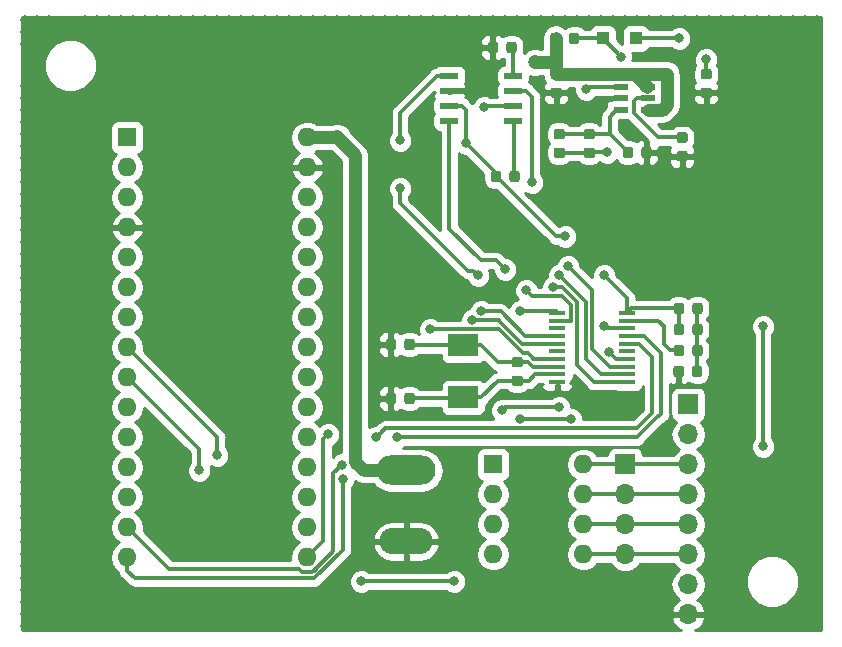
<source format=gbr>
G04 #@! TF.GenerationSoftware,KiCad,Pcbnew,(5.0.0)*
G04 #@! TF.CreationDate,2018-10-14T14:09:40-05:00*
G04 #@! TF.ProjectId,module-tester-board,6D6F64756C652D7465737465722D626F,rev?*
G04 #@! TF.SameCoordinates,Original*
G04 #@! TF.FileFunction,Copper,L1,Top,Signal*
G04 #@! TF.FilePolarity,Positive*
%FSLAX46Y46*%
G04 Gerber Fmt 4.6, Leading zero omitted, Abs format (unit mm)*
G04 Created by KiCad (PCBNEW (5.0.0)) date 10/14/18 14:09:40*
%MOMM*%
%LPD*%
G01*
G04 APERTURE LIST*
G04 #@! TA.AperFunction,ComponentPad*
%ADD10R,1.600000X1.600000*%
G04 #@! TD*
G04 #@! TA.AperFunction,ComponentPad*
%ADD11O,1.600000X1.600000*%
G04 #@! TD*
G04 #@! TA.AperFunction,Conductor*
%ADD12C,0.100000*%
G04 #@! TD*
G04 #@! TA.AperFunction,SMDPad,CuDef*
%ADD13C,0.875000*%
G04 #@! TD*
G04 #@! TA.AperFunction,SMDPad,CuDef*
%ADD14R,1.100000X1.100000*%
G04 #@! TD*
G04 #@! TA.AperFunction,ComponentPad*
%ADD15R,1.700000X1.700000*%
G04 #@! TD*
G04 #@! TA.AperFunction,ComponentPad*
%ADD16O,1.700000X1.700000*%
G04 #@! TD*
G04 #@! TA.AperFunction,ComponentPad*
%ADD17O,5.000000X2.500000*%
G04 #@! TD*
G04 #@! TA.AperFunction,ComponentPad*
%ADD18O,4.500000X2.250000*%
G04 #@! TD*
G04 #@! TA.AperFunction,SMDPad,CuDef*
%ADD19R,1.219200X0.508000*%
G04 #@! TD*
G04 #@! TA.AperFunction,SMDPad,CuDef*
%ADD20R,1.450000X0.450000*%
G04 #@! TD*
G04 #@! TA.AperFunction,SMDPad,CuDef*
%ADD21R,1.550000X0.600000*%
G04 #@! TD*
G04 #@! TA.AperFunction,SMDPad,CuDef*
%ADD22R,2.500000X1.900000*%
G04 #@! TD*
G04 #@! TA.AperFunction,ViaPad*
%ADD23C,0.800000*%
G04 #@! TD*
G04 #@! TA.AperFunction,ViaPad*
%ADD24C,1.200000*%
G04 #@! TD*
G04 #@! TA.AperFunction,Conductor*
%ADD25C,0.250000*%
G04 #@! TD*
G04 #@! TA.AperFunction,Conductor*
%ADD26C,0.304800*%
G04 #@! TD*
G04 #@! TA.AperFunction,Conductor*
%ADD27C,1.063000*%
G04 #@! TD*
G04 #@! TA.AperFunction,Conductor*
%ADD28C,0.254000*%
G04 #@! TD*
G04 APERTURE END LIST*
D10*
G04 #@! TO.P,A1,1*
G04 #@! TO.N,Net-(A1-Pad1)*
X128016000Y-77470000D03*
D11*
G04 #@! TO.P,A1,17*
G04 #@! TO.N,Net-(A1-Pad17)*
X143256000Y-110490000D03*
G04 #@! TO.P,A1,2*
G04 #@! TO.N,Net-(A1-Pad2)*
X128016000Y-80010000D03*
G04 #@! TO.P,A1,18*
G04 #@! TO.N,Net-(A1-Pad18)*
X143256000Y-107950000D03*
G04 #@! TO.P,A1,3*
G04 #@! TO.N,Net-(A1-Pad3)*
X128016000Y-82550000D03*
G04 #@! TO.P,A1,19*
G04 #@! TO.N,A0*
X143256000Y-105410000D03*
G04 #@! TO.P,A1,4*
G04 #@! TO.N,GND*
X128016000Y-85090000D03*
G04 #@! TO.P,A1,20*
G04 #@! TO.N,A1*
X143256000Y-102870000D03*
G04 #@! TO.P,A1,5*
G04 #@! TO.N,INT*
X128016000Y-87630000D03*
G04 #@! TO.P,A1,21*
G04 #@! TO.N,Net-(A1-Pad21)*
X143256000Y-100330000D03*
G04 #@! TO.P,A1,6*
G04 #@! TO.N,RX0*
X128016000Y-90170000D03*
G04 #@! TO.P,A1,22*
G04 #@! TO.N,Net-(A1-Pad22)*
X143256000Y-97790000D03*
G04 #@! TO.P,A1,7*
G04 #@! TO.N,RX1*
X128016000Y-92710000D03*
G04 #@! TO.P,A1,23*
G04 #@! TO.N,Net-(A1-Pad23)*
X143256000Y-95250000D03*
G04 #@! TO.P,A1,8*
G04 #@! TO.N,PWM0*
X128016000Y-95250000D03*
G04 #@! TO.P,A1,24*
G04 #@! TO.N,Net-(A1-Pad24)*
X143256000Y-92710000D03*
G04 #@! TO.P,A1,9*
G04 #@! TO.N,PWM1*
X128016000Y-97790000D03*
G04 #@! TO.P,A1,25*
G04 #@! TO.N,Net-(A1-Pad25)*
X143256000Y-90170000D03*
G04 #@! TO.P,A1,10*
G04 #@! TO.N,TX0*
X128016000Y-100330000D03*
G04 #@! TO.P,A1,26*
G04 #@! TO.N,Net-(A1-Pad26)*
X143256000Y-87630000D03*
G04 #@! TO.P,A1,11*
G04 #@! TO.N,TX1*
X128016000Y-102870000D03*
G04 #@! TO.P,A1,27*
G04 #@! TO.N,+5V*
X143256000Y-85090000D03*
G04 #@! TO.P,A1,12*
G04 #@! TO.N,TX2*
X128016000Y-105410000D03*
G04 #@! TO.P,A1,28*
G04 #@! TO.N,Net-(A1-Pad28)*
X143256000Y-82550000D03*
G04 #@! TO.P,A1,13*
G04 #@! TO.N,SS*
X128016000Y-107950000D03*
G04 #@! TO.P,A1,29*
G04 #@! TO.N,GND*
X143256000Y-80010000D03*
G04 #@! TO.P,A1,14*
G04 #@! TO.N,SI*
X128016000Y-110490000D03*
G04 #@! TO.P,A1,30*
G04 #@! TO.N,+12V*
X143256000Y-77470000D03*
G04 #@! TO.P,A1,15*
G04 #@! TO.N,SO*
X128016000Y-113030000D03*
G04 #@! TO.P,A1,16*
G04 #@! TO.N,SCK*
X143256000Y-113030000D03*
G04 #@! TD*
D12*
G04 #@! TO.N,+12V*
G04 #@! TO.C,C1*
G36*
X164615691Y-71674053D02*
X164636926Y-71677203D01*
X164657750Y-71682419D01*
X164677962Y-71689651D01*
X164697368Y-71698830D01*
X164715781Y-71709866D01*
X164733024Y-71722654D01*
X164748930Y-71737070D01*
X164763346Y-71752976D01*
X164776134Y-71770219D01*
X164787170Y-71788632D01*
X164796349Y-71808038D01*
X164803581Y-71828250D01*
X164808797Y-71849074D01*
X164811947Y-71870309D01*
X164813000Y-71891750D01*
X164813000Y-72329250D01*
X164811947Y-72350691D01*
X164808797Y-72371926D01*
X164803581Y-72392750D01*
X164796349Y-72412962D01*
X164787170Y-72432368D01*
X164776134Y-72450781D01*
X164763346Y-72468024D01*
X164748930Y-72483930D01*
X164733024Y-72498346D01*
X164715781Y-72511134D01*
X164697368Y-72522170D01*
X164677962Y-72531349D01*
X164657750Y-72538581D01*
X164636926Y-72543797D01*
X164615691Y-72546947D01*
X164594250Y-72548000D01*
X164081750Y-72548000D01*
X164060309Y-72546947D01*
X164039074Y-72543797D01*
X164018250Y-72538581D01*
X163998038Y-72531349D01*
X163978632Y-72522170D01*
X163960219Y-72511134D01*
X163942976Y-72498346D01*
X163927070Y-72483930D01*
X163912654Y-72468024D01*
X163899866Y-72450781D01*
X163888830Y-72432368D01*
X163879651Y-72412962D01*
X163872419Y-72392750D01*
X163867203Y-72371926D01*
X163864053Y-72350691D01*
X163863000Y-72329250D01*
X163863000Y-71891750D01*
X163864053Y-71870309D01*
X163867203Y-71849074D01*
X163872419Y-71828250D01*
X163879651Y-71808038D01*
X163888830Y-71788632D01*
X163899866Y-71770219D01*
X163912654Y-71752976D01*
X163927070Y-71737070D01*
X163942976Y-71722654D01*
X163960219Y-71709866D01*
X163978632Y-71698830D01*
X163998038Y-71689651D01*
X164018250Y-71682419D01*
X164039074Y-71677203D01*
X164060309Y-71674053D01*
X164081750Y-71673000D01*
X164594250Y-71673000D01*
X164615691Y-71674053D01*
X164615691Y-71674053D01*
G37*
D13*
G04 #@! TD*
G04 #@! TO.P,C1,1*
G04 #@! TO.N,+12V*
X164338000Y-72110500D03*
D12*
G04 #@! TO.N,GND*
G04 #@! TO.C,C1*
G36*
X164615691Y-73249053D02*
X164636926Y-73252203D01*
X164657750Y-73257419D01*
X164677962Y-73264651D01*
X164697368Y-73273830D01*
X164715781Y-73284866D01*
X164733024Y-73297654D01*
X164748930Y-73312070D01*
X164763346Y-73327976D01*
X164776134Y-73345219D01*
X164787170Y-73363632D01*
X164796349Y-73383038D01*
X164803581Y-73403250D01*
X164808797Y-73424074D01*
X164811947Y-73445309D01*
X164813000Y-73466750D01*
X164813000Y-73904250D01*
X164811947Y-73925691D01*
X164808797Y-73946926D01*
X164803581Y-73967750D01*
X164796349Y-73987962D01*
X164787170Y-74007368D01*
X164776134Y-74025781D01*
X164763346Y-74043024D01*
X164748930Y-74058930D01*
X164733024Y-74073346D01*
X164715781Y-74086134D01*
X164697368Y-74097170D01*
X164677962Y-74106349D01*
X164657750Y-74113581D01*
X164636926Y-74118797D01*
X164615691Y-74121947D01*
X164594250Y-74123000D01*
X164081750Y-74123000D01*
X164060309Y-74121947D01*
X164039074Y-74118797D01*
X164018250Y-74113581D01*
X163998038Y-74106349D01*
X163978632Y-74097170D01*
X163960219Y-74086134D01*
X163942976Y-74073346D01*
X163927070Y-74058930D01*
X163912654Y-74043024D01*
X163899866Y-74025781D01*
X163888830Y-74007368D01*
X163879651Y-73987962D01*
X163872419Y-73967750D01*
X163867203Y-73946926D01*
X163864053Y-73925691D01*
X163863000Y-73904250D01*
X163863000Y-73466750D01*
X163864053Y-73445309D01*
X163867203Y-73424074D01*
X163872419Y-73403250D01*
X163879651Y-73383038D01*
X163888830Y-73363632D01*
X163899866Y-73345219D01*
X163912654Y-73327976D01*
X163927070Y-73312070D01*
X163942976Y-73297654D01*
X163960219Y-73284866D01*
X163978632Y-73273830D01*
X163998038Y-73264651D01*
X164018250Y-73257419D01*
X164039074Y-73252203D01*
X164060309Y-73249053D01*
X164081750Y-73248000D01*
X164594250Y-73248000D01*
X164615691Y-73249053D01*
X164615691Y-73249053D01*
G37*
D13*
G04 #@! TD*
G04 #@! TO.P,C1,2*
G04 #@! TO.N,GND*
X164338000Y-73685500D03*
D12*
G04 #@! TO.N,Net-(C2-Pad2)*
G04 #@! TO.C,C2*
G36*
X164869691Y-76754053D02*
X164890926Y-76757203D01*
X164911750Y-76762419D01*
X164931962Y-76769651D01*
X164951368Y-76778830D01*
X164969781Y-76789866D01*
X164987024Y-76802654D01*
X165002930Y-76817070D01*
X165017346Y-76832976D01*
X165030134Y-76850219D01*
X165041170Y-76868632D01*
X165050349Y-76888038D01*
X165057581Y-76908250D01*
X165062797Y-76929074D01*
X165065947Y-76950309D01*
X165067000Y-76971750D01*
X165067000Y-77409250D01*
X165065947Y-77430691D01*
X165062797Y-77451926D01*
X165057581Y-77472750D01*
X165050349Y-77492962D01*
X165041170Y-77512368D01*
X165030134Y-77530781D01*
X165017346Y-77548024D01*
X165002930Y-77563930D01*
X164987024Y-77578346D01*
X164969781Y-77591134D01*
X164951368Y-77602170D01*
X164931962Y-77611349D01*
X164911750Y-77618581D01*
X164890926Y-77623797D01*
X164869691Y-77626947D01*
X164848250Y-77628000D01*
X164335750Y-77628000D01*
X164314309Y-77626947D01*
X164293074Y-77623797D01*
X164272250Y-77618581D01*
X164252038Y-77611349D01*
X164232632Y-77602170D01*
X164214219Y-77591134D01*
X164196976Y-77578346D01*
X164181070Y-77563930D01*
X164166654Y-77548024D01*
X164153866Y-77530781D01*
X164142830Y-77512368D01*
X164133651Y-77492962D01*
X164126419Y-77472750D01*
X164121203Y-77451926D01*
X164118053Y-77430691D01*
X164117000Y-77409250D01*
X164117000Y-76971750D01*
X164118053Y-76950309D01*
X164121203Y-76929074D01*
X164126419Y-76908250D01*
X164133651Y-76888038D01*
X164142830Y-76868632D01*
X164153866Y-76850219D01*
X164166654Y-76832976D01*
X164181070Y-76817070D01*
X164196976Y-76802654D01*
X164214219Y-76789866D01*
X164232632Y-76778830D01*
X164252038Y-76769651D01*
X164272250Y-76762419D01*
X164293074Y-76757203D01*
X164314309Y-76754053D01*
X164335750Y-76753000D01*
X164848250Y-76753000D01*
X164869691Y-76754053D01*
X164869691Y-76754053D01*
G37*
D13*
G04 #@! TD*
G04 #@! TO.P,C2,2*
G04 #@! TO.N,Net-(C2-Pad2)*
X164592000Y-77190500D03*
D12*
G04 #@! TO.N,+48V*
G04 #@! TO.C,C2*
G36*
X164869691Y-78329053D02*
X164890926Y-78332203D01*
X164911750Y-78337419D01*
X164931962Y-78344651D01*
X164951368Y-78353830D01*
X164969781Y-78364866D01*
X164987024Y-78377654D01*
X165002930Y-78392070D01*
X165017346Y-78407976D01*
X165030134Y-78425219D01*
X165041170Y-78443632D01*
X165050349Y-78463038D01*
X165057581Y-78483250D01*
X165062797Y-78504074D01*
X165065947Y-78525309D01*
X165067000Y-78546750D01*
X165067000Y-78984250D01*
X165065947Y-79005691D01*
X165062797Y-79026926D01*
X165057581Y-79047750D01*
X165050349Y-79067962D01*
X165041170Y-79087368D01*
X165030134Y-79105781D01*
X165017346Y-79123024D01*
X165002930Y-79138930D01*
X164987024Y-79153346D01*
X164969781Y-79166134D01*
X164951368Y-79177170D01*
X164931962Y-79186349D01*
X164911750Y-79193581D01*
X164890926Y-79198797D01*
X164869691Y-79201947D01*
X164848250Y-79203000D01*
X164335750Y-79203000D01*
X164314309Y-79201947D01*
X164293074Y-79198797D01*
X164272250Y-79193581D01*
X164252038Y-79186349D01*
X164232632Y-79177170D01*
X164214219Y-79166134D01*
X164196976Y-79153346D01*
X164181070Y-79138930D01*
X164166654Y-79123024D01*
X164153866Y-79105781D01*
X164142830Y-79087368D01*
X164133651Y-79067962D01*
X164126419Y-79047750D01*
X164121203Y-79026926D01*
X164118053Y-79005691D01*
X164117000Y-78984250D01*
X164117000Y-78546750D01*
X164118053Y-78525309D01*
X164121203Y-78504074D01*
X164126419Y-78483250D01*
X164133651Y-78463038D01*
X164142830Y-78443632D01*
X164153866Y-78425219D01*
X164166654Y-78407976D01*
X164181070Y-78392070D01*
X164196976Y-78377654D01*
X164214219Y-78364866D01*
X164232632Y-78353830D01*
X164252038Y-78344651D01*
X164272250Y-78337419D01*
X164293074Y-78332203D01*
X164314309Y-78329053D01*
X164335750Y-78328000D01*
X164848250Y-78328000D01*
X164869691Y-78329053D01*
X164869691Y-78329053D01*
G37*
D13*
G04 #@! TD*
G04 #@! TO.P,C2,1*
G04 #@! TO.N,+48V*
X164592000Y-78765500D03*
D12*
G04 #@! TO.N,Net-(C3-Pad1)*
G04 #@! TO.C,C3*
G36*
X175283691Y-77033553D02*
X175304926Y-77036703D01*
X175325750Y-77041919D01*
X175345962Y-77049151D01*
X175365368Y-77058330D01*
X175383781Y-77069366D01*
X175401024Y-77082154D01*
X175416930Y-77096570D01*
X175431346Y-77112476D01*
X175444134Y-77129719D01*
X175455170Y-77148132D01*
X175464349Y-77167538D01*
X175471581Y-77187750D01*
X175476797Y-77208574D01*
X175479947Y-77229809D01*
X175481000Y-77251250D01*
X175481000Y-77688750D01*
X175479947Y-77710191D01*
X175476797Y-77731426D01*
X175471581Y-77752250D01*
X175464349Y-77772462D01*
X175455170Y-77791868D01*
X175444134Y-77810281D01*
X175431346Y-77827524D01*
X175416930Y-77843430D01*
X175401024Y-77857846D01*
X175383781Y-77870634D01*
X175365368Y-77881670D01*
X175345962Y-77890849D01*
X175325750Y-77898081D01*
X175304926Y-77903297D01*
X175283691Y-77906447D01*
X175262250Y-77907500D01*
X174749750Y-77907500D01*
X174728309Y-77906447D01*
X174707074Y-77903297D01*
X174686250Y-77898081D01*
X174666038Y-77890849D01*
X174646632Y-77881670D01*
X174628219Y-77870634D01*
X174610976Y-77857846D01*
X174595070Y-77843430D01*
X174580654Y-77827524D01*
X174567866Y-77810281D01*
X174556830Y-77791868D01*
X174547651Y-77772462D01*
X174540419Y-77752250D01*
X174535203Y-77731426D01*
X174532053Y-77710191D01*
X174531000Y-77688750D01*
X174531000Y-77251250D01*
X174532053Y-77229809D01*
X174535203Y-77208574D01*
X174540419Y-77187750D01*
X174547651Y-77167538D01*
X174556830Y-77148132D01*
X174567866Y-77129719D01*
X174580654Y-77112476D01*
X174595070Y-77096570D01*
X174610976Y-77082154D01*
X174628219Y-77069366D01*
X174646632Y-77058330D01*
X174666038Y-77049151D01*
X174686250Y-77041919D01*
X174707074Y-77036703D01*
X174728309Y-77033553D01*
X174749750Y-77032500D01*
X175262250Y-77032500D01*
X175283691Y-77033553D01*
X175283691Y-77033553D01*
G37*
D13*
G04 #@! TD*
G04 #@! TO.P,C3,1*
G04 #@! TO.N,Net-(C3-Pad1)*
X175006000Y-77470000D03*
D12*
G04 #@! TO.N,GND*
G04 #@! TO.C,C3*
G36*
X175283691Y-78608553D02*
X175304926Y-78611703D01*
X175325750Y-78616919D01*
X175345962Y-78624151D01*
X175365368Y-78633330D01*
X175383781Y-78644366D01*
X175401024Y-78657154D01*
X175416930Y-78671570D01*
X175431346Y-78687476D01*
X175444134Y-78704719D01*
X175455170Y-78723132D01*
X175464349Y-78742538D01*
X175471581Y-78762750D01*
X175476797Y-78783574D01*
X175479947Y-78804809D01*
X175481000Y-78826250D01*
X175481000Y-79263750D01*
X175479947Y-79285191D01*
X175476797Y-79306426D01*
X175471581Y-79327250D01*
X175464349Y-79347462D01*
X175455170Y-79366868D01*
X175444134Y-79385281D01*
X175431346Y-79402524D01*
X175416930Y-79418430D01*
X175401024Y-79432846D01*
X175383781Y-79445634D01*
X175365368Y-79456670D01*
X175345962Y-79465849D01*
X175325750Y-79473081D01*
X175304926Y-79478297D01*
X175283691Y-79481447D01*
X175262250Y-79482500D01*
X174749750Y-79482500D01*
X174728309Y-79481447D01*
X174707074Y-79478297D01*
X174686250Y-79473081D01*
X174666038Y-79465849D01*
X174646632Y-79456670D01*
X174628219Y-79445634D01*
X174610976Y-79432846D01*
X174595070Y-79418430D01*
X174580654Y-79402524D01*
X174567866Y-79385281D01*
X174556830Y-79366868D01*
X174547651Y-79347462D01*
X174540419Y-79327250D01*
X174535203Y-79306426D01*
X174532053Y-79285191D01*
X174531000Y-79263750D01*
X174531000Y-78826250D01*
X174532053Y-78804809D01*
X174535203Y-78783574D01*
X174540419Y-78762750D01*
X174547651Y-78742538D01*
X174556830Y-78723132D01*
X174567866Y-78704719D01*
X174580654Y-78687476D01*
X174595070Y-78671570D01*
X174610976Y-78657154D01*
X174628219Y-78644366D01*
X174646632Y-78633330D01*
X174666038Y-78624151D01*
X174686250Y-78616919D01*
X174707074Y-78611703D01*
X174728309Y-78608553D01*
X174749750Y-78607500D01*
X175262250Y-78607500D01*
X175283691Y-78608553D01*
X175283691Y-78608553D01*
G37*
D13*
G04 #@! TD*
G04 #@! TO.P,C3,2*
G04 #@! TO.N,GND*
X175006000Y-79045000D03*
D12*
G04 #@! TO.N,+48V*
G04 #@! TO.C,C4*
G36*
X177315691Y-71674053D02*
X177336926Y-71677203D01*
X177357750Y-71682419D01*
X177377962Y-71689651D01*
X177397368Y-71698830D01*
X177415781Y-71709866D01*
X177433024Y-71722654D01*
X177448930Y-71737070D01*
X177463346Y-71752976D01*
X177476134Y-71770219D01*
X177487170Y-71788632D01*
X177496349Y-71808038D01*
X177503581Y-71828250D01*
X177508797Y-71849074D01*
X177511947Y-71870309D01*
X177513000Y-71891750D01*
X177513000Y-72329250D01*
X177511947Y-72350691D01*
X177508797Y-72371926D01*
X177503581Y-72392750D01*
X177496349Y-72412962D01*
X177487170Y-72432368D01*
X177476134Y-72450781D01*
X177463346Y-72468024D01*
X177448930Y-72483930D01*
X177433024Y-72498346D01*
X177415781Y-72511134D01*
X177397368Y-72522170D01*
X177377962Y-72531349D01*
X177357750Y-72538581D01*
X177336926Y-72543797D01*
X177315691Y-72546947D01*
X177294250Y-72548000D01*
X176781750Y-72548000D01*
X176760309Y-72546947D01*
X176739074Y-72543797D01*
X176718250Y-72538581D01*
X176698038Y-72531349D01*
X176678632Y-72522170D01*
X176660219Y-72511134D01*
X176642976Y-72498346D01*
X176627070Y-72483930D01*
X176612654Y-72468024D01*
X176599866Y-72450781D01*
X176588830Y-72432368D01*
X176579651Y-72412962D01*
X176572419Y-72392750D01*
X176567203Y-72371926D01*
X176564053Y-72350691D01*
X176563000Y-72329250D01*
X176563000Y-71891750D01*
X176564053Y-71870309D01*
X176567203Y-71849074D01*
X176572419Y-71828250D01*
X176579651Y-71808038D01*
X176588830Y-71788632D01*
X176599866Y-71770219D01*
X176612654Y-71752976D01*
X176627070Y-71737070D01*
X176642976Y-71722654D01*
X176660219Y-71709866D01*
X176678632Y-71698830D01*
X176698038Y-71689651D01*
X176718250Y-71682419D01*
X176739074Y-71677203D01*
X176760309Y-71674053D01*
X176781750Y-71673000D01*
X177294250Y-71673000D01*
X177315691Y-71674053D01*
X177315691Y-71674053D01*
G37*
D13*
G04 #@! TD*
G04 #@! TO.P,C4,2*
G04 #@! TO.N,+48V*
X177038000Y-72110500D03*
D12*
G04 #@! TO.N,GND*
G04 #@! TO.C,C4*
G36*
X177315691Y-73249053D02*
X177336926Y-73252203D01*
X177357750Y-73257419D01*
X177377962Y-73264651D01*
X177397368Y-73273830D01*
X177415781Y-73284866D01*
X177433024Y-73297654D01*
X177448930Y-73312070D01*
X177463346Y-73327976D01*
X177476134Y-73345219D01*
X177487170Y-73363632D01*
X177496349Y-73383038D01*
X177503581Y-73403250D01*
X177508797Y-73424074D01*
X177511947Y-73445309D01*
X177513000Y-73466750D01*
X177513000Y-73904250D01*
X177511947Y-73925691D01*
X177508797Y-73946926D01*
X177503581Y-73967750D01*
X177496349Y-73987962D01*
X177487170Y-74007368D01*
X177476134Y-74025781D01*
X177463346Y-74043024D01*
X177448930Y-74058930D01*
X177433024Y-74073346D01*
X177415781Y-74086134D01*
X177397368Y-74097170D01*
X177377962Y-74106349D01*
X177357750Y-74113581D01*
X177336926Y-74118797D01*
X177315691Y-74121947D01*
X177294250Y-74123000D01*
X176781750Y-74123000D01*
X176760309Y-74121947D01*
X176739074Y-74118797D01*
X176718250Y-74113581D01*
X176698038Y-74106349D01*
X176678632Y-74097170D01*
X176660219Y-74086134D01*
X176642976Y-74073346D01*
X176627070Y-74058930D01*
X176612654Y-74043024D01*
X176599866Y-74025781D01*
X176588830Y-74007368D01*
X176579651Y-73987962D01*
X176572419Y-73967750D01*
X176567203Y-73946926D01*
X176564053Y-73925691D01*
X176563000Y-73904250D01*
X176563000Y-73466750D01*
X176564053Y-73445309D01*
X176567203Y-73424074D01*
X176572419Y-73403250D01*
X176579651Y-73383038D01*
X176588830Y-73363632D01*
X176599866Y-73345219D01*
X176612654Y-73327976D01*
X176627070Y-73312070D01*
X176642976Y-73297654D01*
X176660219Y-73284866D01*
X176678632Y-73273830D01*
X176698038Y-73264651D01*
X176718250Y-73257419D01*
X176739074Y-73252203D01*
X176760309Y-73249053D01*
X176781750Y-73248000D01*
X177294250Y-73248000D01*
X177315691Y-73249053D01*
X177315691Y-73249053D01*
G37*
D13*
G04 #@! TD*
G04 #@! TO.P,C4,1*
G04 #@! TO.N,GND*
X177038000Y-73685500D03*
D12*
G04 #@! TO.N,Net-(C5-Pad1)*
G04 #@! TO.C,C5*
G36*
X152157691Y-94522053D02*
X152178926Y-94525203D01*
X152199750Y-94530419D01*
X152219962Y-94537651D01*
X152239368Y-94546830D01*
X152257781Y-94557866D01*
X152275024Y-94570654D01*
X152290930Y-94585070D01*
X152305346Y-94600976D01*
X152318134Y-94618219D01*
X152329170Y-94636632D01*
X152338349Y-94656038D01*
X152345581Y-94676250D01*
X152350797Y-94697074D01*
X152353947Y-94718309D01*
X152355000Y-94739750D01*
X152355000Y-95252250D01*
X152353947Y-95273691D01*
X152350797Y-95294926D01*
X152345581Y-95315750D01*
X152338349Y-95335962D01*
X152329170Y-95355368D01*
X152318134Y-95373781D01*
X152305346Y-95391024D01*
X152290930Y-95406930D01*
X152275024Y-95421346D01*
X152257781Y-95434134D01*
X152239368Y-95445170D01*
X152219962Y-95454349D01*
X152199750Y-95461581D01*
X152178926Y-95466797D01*
X152157691Y-95469947D01*
X152136250Y-95471000D01*
X151698750Y-95471000D01*
X151677309Y-95469947D01*
X151656074Y-95466797D01*
X151635250Y-95461581D01*
X151615038Y-95454349D01*
X151595632Y-95445170D01*
X151577219Y-95434134D01*
X151559976Y-95421346D01*
X151544070Y-95406930D01*
X151529654Y-95391024D01*
X151516866Y-95373781D01*
X151505830Y-95355368D01*
X151496651Y-95335962D01*
X151489419Y-95315750D01*
X151484203Y-95294926D01*
X151481053Y-95273691D01*
X151480000Y-95252250D01*
X151480000Y-94739750D01*
X151481053Y-94718309D01*
X151484203Y-94697074D01*
X151489419Y-94676250D01*
X151496651Y-94656038D01*
X151505830Y-94636632D01*
X151516866Y-94618219D01*
X151529654Y-94600976D01*
X151544070Y-94585070D01*
X151559976Y-94570654D01*
X151577219Y-94557866D01*
X151595632Y-94546830D01*
X151615038Y-94537651D01*
X151635250Y-94530419D01*
X151656074Y-94525203D01*
X151677309Y-94522053D01*
X151698750Y-94521000D01*
X152136250Y-94521000D01*
X152157691Y-94522053D01*
X152157691Y-94522053D01*
G37*
D13*
G04 #@! TD*
G04 #@! TO.P,C5,1*
G04 #@! TO.N,Net-(C5-Pad1)*
X151917500Y-94996000D03*
D12*
G04 #@! TO.N,GND*
G04 #@! TO.C,C5*
G36*
X150582691Y-94522053D02*
X150603926Y-94525203D01*
X150624750Y-94530419D01*
X150644962Y-94537651D01*
X150664368Y-94546830D01*
X150682781Y-94557866D01*
X150700024Y-94570654D01*
X150715930Y-94585070D01*
X150730346Y-94600976D01*
X150743134Y-94618219D01*
X150754170Y-94636632D01*
X150763349Y-94656038D01*
X150770581Y-94676250D01*
X150775797Y-94697074D01*
X150778947Y-94718309D01*
X150780000Y-94739750D01*
X150780000Y-95252250D01*
X150778947Y-95273691D01*
X150775797Y-95294926D01*
X150770581Y-95315750D01*
X150763349Y-95335962D01*
X150754170Y-95355368D01*
X150743134Y-95373781D01*
X150730346Y-95391024D01*
X150715930Y-95406930D01*
X150700024Y-95421346D01*
X150682781Y-95434134D01*
X150664368Y-95445170D01*
X150644962Y-95454349D01*
X150624750Y-95461581D01*
X150603926Y-95466797D01*
X150582691Y-95469947D01*
X150561250Y-95471000D01*
X150123750Y-95471000D01*
X150102309Y-95469947D01*
X150081074Y-95466797D01*
X150060250Y-95461581D01*
X150040038Y-95454349D01*
X150020632Y-95445170D01*
X150002219Y-95434134D01*
X149984976Y-95421346D01*
X149969070Y-95406930D01*
X149954654Y-95391024D01*
X149941866Y-95373781D01*
X149930830Y-95355368D01*
X149921651Y-95335962D01*
X149914419Y-95315750D01*
X149909203Y-95294926D01*
X149906053Y-95273691D01*
X149905000Y-95252250D01*
X149905000Y-94739750D01*
X149906053Y-94718309D01*
X149909203Y-94697074D01*
X149914419Y-94676250D01*
X149921651Y-94656038D01*
X149930830Y-94636632D01*
X149941866Y-94618219D01*
X149954654Y-94600976D01*
X149969070Y-94585070D01*
X149984976Y-94570654D01*
X150002219Y-94557866D01*
X150020632Y-94546830D01*
X150040038Y-94537651D01*
X150060250Y-94530419D01*
X150081074Y-94525203D01*
X150102309Y-94522053D01*
X150123750Y-94521000D01*
X150561250Y-94521000D01*
X150582691Y-94522053D01*
X150582691Y-94522053D01*
G37*
D13*
G04 #@! TD*
G04 #@! TO.P,C5,2*
G04 #@! TO.N,GND*
X150342500Y-94996000D03*
D12*
G04 #@! TO.N,GND*
G04 #@! TO.C,C6*
G36*
X150582691Y-99094053D02*
X150603926Y-99097203D01*
X150624750Y-99102419D01*
X150644962Y-99109651D01*
X150664368Y-99118830D01*
X150682781Y-99129866D01*
X150700024Y-99142654D01*
X150715930Y-99157070D01*
X150730346Y-99172976D01*
X150743134Y-99190219D01*
X150754170Y-99208632D01*
X150763349Y-99228038D01*
X150770581Y-99248250D01*
X150775797Y-99269074D01*
X150778947Y-99290309D01*
X150780000Y-99311750D01*
X150780000Y-99824250D01*
X150778947Y-99845691D01*
X150775797Y-99866926D01*
X150770581Y-99887750D01*
X150763349Y-99907962D01*
X150754170Y-99927368D01*
X150743134Y-99945781D01*
X150730346Y-99963024D01*
X150715930Y-99978930D01*
X150700024Y-99993346D01*
X150682781Y-100006134D01*
X150664368Y-100017170D01*
X150644962Y-100026349D01*
X150624750Y-100033581D01*
X150603926Y-100038797D01*
X150582691Y-100041947D01*
X150561250Y-100043000D01*
X150123750Y-100043000D01*
X150102309Y-100041947D01*
X150081074Y-100038797D01*
X150060250Y-100033581D01*
X150040038Y-100026349D01*
X150020632Y-100017170D01*
X150002219Y-100006134D01*
X149984976Y-99993346D01*
X149969070Y-99978930D01*
X149954654Y-99963024D01*
X149941866Y-99945781D01*
X149930830Y-99927368D01*
X149921651Y-99907962D01*
X149914419Y-99887750D01*
X149909203Y-99866926D01*
X149906053Y-99845691D01*
X149905000Y-99824250D01*
X149905000Y-99311750D01*
X149906053Y-99290309D01*
X149909203Y-99269074D01*
X149914419Y-99248250D01*
X149921651Y-99228038D01*
X149930830Y-99208632D01*
X149941866Y-99190219D01*
X149954654Y-99172976D01*
X149969070Y-99157070D01*
X149984976Y-99142654D01*
X150002219Y-99129866D01*
X150020632Y-99118830D01*
X150040038Y-99109651D01*
X150060250Y-99102419D01*
X150081074Y-99097203D01*
X150102309Y-99094053D01*
X150123750Y-99093000D01*
X150561250Y-99093000D01*
X150582691Y-99094053D01*
X150582691Y-99094053D01*
G37*
D13*
G04 #@! TD*
G04 #@! TO.P,C6,1*
G04 #@! TO.N,GND*
X150342500Y-99568000D03*
D12*
G04 #@! TO.N,Net-(C6-Pad2)*
G04 #@! TO.C,C6*
G36*
X152157691Y-99094053D02*
X152178926Y-99097203D01*
X152199750Y-99102419D01*
X152219962Y-99109651D01*
X152239368Y-99118830D01*
X152257781Y-99129866D01*
X152275024Y-99142654D01*
X152290930Y-99157070D01*
X152305346Y-99172976D01*
X152318134Y-99190219D01*
X152329170Y-99208632D01*
X152338349Y-99228038D01*
X152345581Y-99248250D01*
X152350797Y-99269074D01*
X152353947Y-99290309D01*
X152355000Y-99311750D01*
X152355000Y-99824250D01*
X152353947Y-99845691D01*
X152350797Y-99866926D01*
X152345581Y-99887750D01*
X152338349Y-99907962D01*
X152329170Y-99927368D01*
X152318134Y-99945781D01*
X152305346Y-99963024D01*
X152290930Y-99978930D01*
X152275024Y-99993346D01*
X152257781Y-100006134D01*
X152239368Y-100017170D01*
X152219962Y-100026349D01*
X152199750Y-100033581D01*
X152178926Y-100038797D01*
X152157691Y-100041947D01*
X152136250Y-100043000D01*
X151698750Y-100043000D01*
X151677309Y-100041947D01*
X151656074Y-100038797D01*
X151635250Y-100033581D01*
X151615038Y-100026349D01*
X151595632Y-100017170D01*
X151577219Y-100006134D01*
X151559976Y-99993346D01*
X151544070Y-99978930D01*
X151529654Y-99963024D01*
X151516866Y-99945781D01*
X151505830Y-99927368D01*
X151496651Y-99907962D01*
X151489419Y-99887750D01*
X151484203Y-99866926D01*
X151481053Y-99845691D01*
X151480000Y-99824250D01*
X151480000Y-99311750D01*
X151481053Y-99290309D01*
X151484203Y-99269074D01*
X151489419Y-99248250D01*
X151496651Y-99228038D01*
X151505830Y-99208632D01*
X151516866Y-99190219D01*
X151529654Y-99172976D01*
X151544070Y-99157070D01*
X151559976Y-99142654D01*
X151577219Y-99129866D01*
X151595632Y-99118830D01*
X151615038Y-99109651D01*
X151635250Y-99102419D01*
X151656074Y-99097203D01*
X151677309Y-99094053D01*
X151698750Y-99093000D01*
X152136250Y-99093000D01*
X152157691Y-99094053D01*
X152157691Y-99094053D01*
G37*
D13*
G04 #@! TD*
G04 #@! TO.P,C6,2*
G04 #@! TO.N,Net-(C6-Pad2)*
X151917500Y-99568000D03*
D12*
G04 #@! TO.N,GND*
G04 #@! TO.C,C7*
G36*
X174941191Y-96808053D02*
X174962426Y-96811203D01*
X174983250Y-96816419D01*
X175003462Y-96823651D01*
X175022868Y-96832830D01*
X175041281Y-96843866D01*
X175058524Y-96856654D01*
X175074430Y-96871070D01*
X175088846Y-96886976D01*
X175101634Y-96904219D01*
X175112670Y-96922632D01*
X175121849Y-96942038D01*
X175129081Y-96962250D01*
X175134297Y-96983074D01*
X175137447Y-97004309D01*
X175138500Y-97025750D01*
X175138500Y-97538250D01*
X175137447Y-97559691D01*
X175134297Y-97580926D01*
X175129081Y-97601750D01*
X175121849Y-97621962D01*
X175112670Y-97641368D01*
X175101634Y-97659781D01*
X175088846Y-97677024D01*
X175074430Y-97692930D01*
X175058524Y-97707346D01*
X175041281Y-97720134D01*
X175022868Y-97731170D01*
X175003462Y-97740349D01*
X174983250Y-97747581D01*
X174962426Y-97752797D01*
X174941191Y-97755947D01*
X174919750Y-97757000D01*
X174482250Y-97757000D01*
X174460809Y-97755947D01*
X174439574Y-97752797D01*
X174418750Y-97747581D01*
X174398538Y-97740349D01*
X174379132Y-97731170D01*
X174360719Y-97720134D01*
X174343476Y-97707346D01*
X174327570Y-97692930D01*
X174313154Y-97677024D01*
X174300366Y-97659781D01*
X174289330Y-97641368D01*
X174280151Y-97621962D01*
X174272919Y-97601750D01*
X174267703Y-97580926D01*
X174264553Y-97559691D01*
X174263500Y-97538250D01*
X174263500Y-97025750D01*
X174264553Y-97004309D01*
X174267703Y-96983074D01*
X174272919Y-96962250D01*
X174280151Y-96942038D01*
X174289330Y-96922632D01*
X174300366Y-96904219D01*
X174313154Y-96886976D01*
X174327570Y-96871070D01*
X174343476Y-96856654D01*
X174360719Y-96843866D01*
X174379132Y-96832830D01*
X174398538Y-96823651D01*
X174418750Y-96816419D01*
X174439574Y-96811203D01*
X174460809Y-96808053D01*
X174482250Y-96807000D01*
X174919750Y-96807000D01*
X174941191Y-96808053D01*
X174941191Y-96808053D01*
G37*
D13*
G04 #@! TD*
G04 #@! TO.P,C7,2*
G04 #@! TO.N,GND*
X174701000Y-97282000D03*
D12*
G04 #@! TO.N,Net-(C7-Pad1)*
G04 #@! TO.C,C7*
G36*
X176516191Y-96808053D02*
X176537426Y-96811203D01*
X176558250Y-96816419D01*
X176578462Y-96823651D01*
X176597868Y-96832830D01*
X176616281Y-96843866D01*
X176633524Y-96856654D01*
X176649430Y-96871070D01*
X176663846Y-96886976D01*
X176676634Y-96904219D01*
X176687670Y-96922632D01*
X176696849Y-96942038D01*
X176704081Y-96962250D01*
X176709297Y-96983074D01*
X176712447Y-97004309D01*
X176713500Y-97025750D01*
X176713500Y-97538250D01*
X176712447Y-97559691D01*
X176709297Y-97580926D01*
X176704081Y-97601750D01*
X176696849Y-97621962D01*
X176687670Y-97641368D01*
X176676634Y-97659781D01*
X176663846Y-97677024D01*
X176649430Y-97692930D01*
X176633524Y-97707346D01*
X176616281Y-97720134D01*
X176597868Y-97731170D01*
X176578462Y-97740349D01*
X176558250Y-97747581D01*
X176537426Y-97752797D01*
X176516191Y-97755947D01*
X176494750Y-97757000D01*
X176057250Y-97757000D01*
X176035809Y-97755947D01*
X176014574Y-97752797D01*
X175993750Y-97747581D01*
X175973538Y-97740349D01*
X175954132Y-97731170D01*
X175935719Y-97720134D01*
X175918476Y-97707346D01*
X175902570Y-97692930D01*
X175888154Y-97677024D01*
X175875366Y-97659781D01*
X175864330Y-97641368D01*
X175855151Y-97621962D01*
X175847919Y-97601750D01*
X175842703Y-97580926D01*
X175839553Y-97559691D01*
X175838500Y-97538250D01*
X175838500Y-97025750D01*
X175839553Y-97004309D01*
X175842703Y-96983074D01*
X175847919Y-96962250D01*
X175855151Y-96942038D01*
X175864330Y-96922632D01*
X175875366Y-96904219D01*
X175888154Y-96886976D01*
X175902570Y-96871070D01*
X175918476Y-96856654D01*
X175935719Y-96843866D01*
X175954132Y-96832830D01*
X175973538Y-96823651D01*
X175993750Y-96816419D01*
X176014574Y-96811203D01*
X176035809Y-96808053D01*
X176057250Y-96807000D01*
X176494750Y-96807000D01*
X176516191Y-96808053D01*
X176516191Y-96808053D01*
G37*
D13*
G04 #@! TD*
G04 #@! TO.P,C7,1*
G04 #@! TO.N,Net-(C7-Pad1)*
X176276000Y-97282000D03*
D14*
G04 #@! TO.P,D1,1*
G04 #@! TO.N,+48V*
X171072000Y-69088000D03*
G04 #@! TO.P,D1,2*
G04 #@! TO.N,Net-(D1-Pad2)*
X168272000Y-69088000D03*
G04 #@! TD*
D12*
G04 #@! TO.N,+5V*
G04 #@! TO.C,D2*
G36*
X174966691Y-91474053D02*
X174987926Y-91477203D01*
X175008750Y-91482419D01*
X175028962Y-91489651D01*
X175048368Y-91498830D01*
X175066781Y-91509866D01*
X175084024Y-91522654D01*
X175099930Y-91537070D01*
X175114346Y-91552976D01*
X175127134Y-91570219D01*
X175138170Y-91588632D01*
X175147349Y-91608038D01*
X175154581Y-91628250D01*
X175159797Y-91649074D01*
X175162947Y-91670309D01*
X175164000Y-91691750D01*
X175164000Y-92204250D01*
X175162947Y-92225691D01*
X175159797Y-92246926D01*
X175154581Y-92267750D01*
X175147349Y-92287962D01*
X175138170Y-92307368D01*
X175127134Y-92325781D01*
X175114346Y-92343024D01*
X175099930Y-92358930D01*
X175084024Y-92373346D01*
X175066781Y-92386134D01*
X175048368Y-92397170D01*
X175028962Y-92406349D01*
X175008750Y-92413581D01*
X174987926Y-92418797D01*
X174966691Y-92421947D01*
X174945250Y-92423000D01*
X174507750Y-92423000D01*
X174486309Y-92421947D01*
X174465074Y-92418797D01*
X174444250Y-92413581D01*
X174424038Y-92406349D01*
X174404632Y-92397170D01*
X174386219Y-92386134D01*
X174368976Y-92373346D01*
X174353070Y-92358930D01*
X174338654Y-92343024D01*
X174325866Y-92325781D01*
X174314830Y-92307368D01*
X174305651Y-92287962D01*
X174298419Y-92267750D01*
X174293203Y-92246926D01*
X174290053Y-92225691D01*
X174289000Y-92204250D01*
X174289000Y-91691750D01*
X174290053Y-91670309D01*
X174293203Y-91649074D01*
X174298419Y-91628250D01*
X174305651Y-91608038D01*
X174314830Y-91588632D01*
X174325866Y-91570219D01*
X174338654Y-91552976D01*
X174353070Y-91537070D01*
X174368976Y-91522654D01*
X174386219Y-91509866D01*
X174404632Y-91498830D01*
X174424038Y-91489651D01*
X174444250Y-91482419D01*
X174465074Y-91477203D01*
X174486309Y-91474053D01*
X174507750Y-91473000D01*
X174945250Y-91473000D01*
X174966691Y-91474053D01*
X174966691Y-91474053D01*
G37*
D13*
G04 #@! TD*
G04 #@! TO.P,D2,1*
G04 #@! TO.N,+5V*
X174726500Y-91948000D03*
D12*
G04 #@! TO.N,Net-(C7-Pad1)*
G04 #@! TO.C,D2*
G36*
X176541691Y-91474053D02*
X176562926Y-91477203D01*
X176583750Y-91482419D01*
X176603962Y-91489651D01*
X176623368Y-91498830D01*
X176641781Y-91509866D01*
X176659024Y-91522654D01*
X176674930Y-91537070D01*
X176689346Y-91552976D01*
X176702134Y-91570219D01*
X176713170Y-91588632D01*
X176722349Y-91608038D01*
X176729581Y-91628250D01*
X176734797Y-91649074D01*
X176737947Y-91670309D01*
X176739000Y-91691750D01*
X176739000Y-92204250D01*
X176737947Y-92225691D01*
X176734797Y-92246926D01*
X176729581Y-92267750D01*
X176722349Y-92287962D01*
X176713170Y-92307368D01*
X176702134Y-92325781D01*
X176689346Y-92343024D01*
X176674930Y-92358930D01*
X176659024Y-92373346D01*
X176641781Y-92386134D01*
X176623368Y-92397170D01*
X176603962Y-92406349D01*
X176583750Y-92413581D01*
X176562926Y-92418797D01*
X176541691Y-92421947D01*
X176520250Y-92423000D01*
X176082750Y-92423000D01*
X176061309Y-92421947D01*
X176040074Y-92418797D01*
X176019250Y-92413581D01*
X175999038Y-92406349D01*
X175979632Y-92397170D01*
X175961219Y-92386134D01*
X175943976Y-92373346D01*
X175928070Y-92358930D01*
X175913654Y-92343024D01*
X175900866Y-92325781D01*
X175889830Y-92307368D01*
X175880651Y-92287962D01*
X175873419Y-92267750D01*
X175868203Y-92246926D01*
X175865053Y-92225691D01*
X175864000Y-92204250D01*
X175864000Y-91691750D01*
X175865053Y-91670309D01*
X175868203Y-91649074D01*
X175873419Y-91628250D01*
X175880651Y-91608038D01*
X175889830Y-91588632D01*
X175900866Y-91570219D01*
X175913654Y-91552976D01*
X175928070Y-91537070D01*
X175943976Y-91522654D01*
X175961219Y-91509866D01*
X175979632Y-91498830D01*
X175999038Y-91489651D01*
X176019250Y-91482419D01*
X176040074Y-91477203D01*
X176061309Y-91474053D01*
X176082750Y-91473000D01*
X176520250Y-91473000D01*
X176541691Y-91474053D01*
X176541691Y-91474053D01*
G37*
D13*
G04 #@! TD*
G04 #@! TO.P,D2,2*
G04 #@! TO.N,Net-(C7-Pad1)*
X176301500Y-91948000D03*
D15*
G04 #@! TO.P,J1,1*
G04 #@! TO.N,CANH*
X175514000Y-100076000D03*
D16*
G04 #@! TO.P,J1,2*
G04 #@! TO.N,CANL*
X175514000Y-102616000D03*
G04 #@! TO.P,J1,3*
G04 #@! TO.N,Net-(J1-Pad3)*
X175514000Y-105156000D03*
G04 #@! TO.P,J1,4*
G04 #@! TO.N,Net-(J1-Pad4)*
X175514000Y-107696000D03*
G04 #@! TO.P,J1,5*
G04 #@! TO.N,Net-(J1-Pad5)*
X175514000Y-110236000D03*
G04 #@! TO.P,J1,6*
G04 #@! TO.N,Net-(J1-Pad6)*
X175514000Y-112776000D03*
G04 #@! TO.P,J1,7*
G04 #@! TO.N,+48V*
X175514000Y-115316000D03*
G04 #@! TO.P,J1,8*
G04 #@! TO.N,GND*
X175514000Y-117856000D03*
G04 #@! TD*
D17*
G04 #@! TO.P,J2,1*
G04 #@! TO.N,+12V*
X151638000Y-105664000D03*
D18*
G04 #@! TO.P,J2,2*
G04 #@! TO.N,GND*
X151638000Y-111664000D03*
G04 #@! TD*
D15*
G04 #@! TO.P,J4,1*
G04 #@! TO.N,Net-(J1-Pad3)*
X170180000Y-105156000D03*
D16*
G04 #@! TO.P,J4,2*
G04 #@! TO.N,Net-(J1-Pad4)*
X170180000Y-107696000D03*
G04 #@! TO.P,J4,3*
G04 #@! TO.N,Net-(J1-Pad5)*
X170180000Y-110236000D03*
G04 #@! TO.P,J4,4*
G04 #@! TO.N,Net-(J1-Pad6)*
X170180000Y-112776000D03*
G04 #@! TD*
D12*
G04 #@! TO.N,+12V*
G04 #@! TO.C,L1*
G36*
X164527191Y-68614053D02*
X164548426Y-68617203D01*
X164569250Y-68622419D01*
X164589462Y-68629651D01*
X164608868Y-68638830D01*
X164627281Y-68649866D01*
X164644524Y-68662654D01*
X164660430Y-68677070D01*
X164674846Y-68692976D01*
X164687634Y-68710219D01*
X164698670Y-68728632D01*
X164707849Y-68748038D01*
X164715081Y-68768250D01*
X164720297Y-68789074D01*
X164723447Y-68810309D01*
X164724500Y-68831750D01*
X164724500Y-69344250D01*
X164723447Y-69365691D01*
X164720297Y-69386926D01*
X164715081Y-69407750D01*
X164707849Y-69427962D01*
X164698670Y-69447368D01*
X164687634Y-69465781D01*
X164674846Y-69483024D01*
X164660430Y-69498930D01*
X164644524Y-69513346D01*
X164627281Y-69526134D01*
X164608868Y-69537170D01*
X164589462Y-69546349D01*
X164569250Y-69553581D01*
X164548426Y-69558797D01*
X164527191Y-69561947D01*
X164505750Y-69563000D01*
X164068250Y-69563000D01*
X164046809Y-69561947D01*
X164025574Y-69558797D01*
X164004750Y-69553581D01*
X163984538Y-69546349D01*
X163965132Y-69537170D01*
X163946719Y-69526134D01*
X163929476Y-69513346D01*
X163913570Y-69498930D01*
X163899154Y-69483024D01*
X163886366Y-69465781D01*
X163875330Y-69447368D01*
X163866151Y-69427962D01*
X163858919Y-69407750D01*
X163853703Y-69386926D01*
X163850553Y-69365691D01*
X163849500Y-69344250D01*
X163849500Y-68831750D01*
X163850553Y-68810309D01*
X163853703Y-68789074D01*
X163858919Y-68768250D01*
X163866151Y-68748038D01*
X163875330Y-68728632D01*
X163886366Y-68710219D01*
X163899154Y-68692976D01*
X163913570Y-68677070D01*
X163929476Y-68662654D01*
X163946719Y-68649866D01*
X163965132Y-68638830D01*
X163984538Y-68629651D01*
X164004750Y-68622419D01*
X164025574Y-68617203D01*
X164046809Y-68614053D01*
X164068250Y-68613000D01*
X164505750Y-68613000D01*
X164527191Y-68614053D01*
X164527191Y-68614053D01*
G37*
D13*
G04 #@! TD*
G04 #@! TO.P,L1,1*
G04 #@! TO.N,+12V*
X164287000Y-69088000D03*
D12*
G04 #@! TO.N,Net-(D1-Pad2)*
G04 #@! TO.C,L1*
G36*
X166102191Y-68614053D02*
X166123426Y-68617203D01*
X166144250Y-68622419D01*
X166164462Y-68629651D01*
X166183868Y-68638830D01*
X166202281Y-68649866D01*
X166219524Y-68662654D01*
X166235430Y-68677070D01*
X166249846Y-68692976D01*
X166262634Y-68710219D01*
X166273670Y-68728632D01*
X166282849Y-68748038D01*
X166290081Y-68768250D01*
X166295297Y-68789074D01*
X166298447Y-68810309D01*
X166299500Y-68831750D01*
X166299500Y-69344250D01*
X166298447Y-69365691D01*
X166295297Y-69386926D01*
X166290081Y-69407750D01*
X166282849Y-69427962D01*
X166273670Y-69447368D01*
X166262634Y-69465781D01*
X166249846Y-69483024D01*
X166235430Y-69498930D01*
X166219524Y-69513346D01*
X166202281Y-69526134D01*
X166183868Y-69537170D01*
X166164462Y-69546349D01*
X166144250Y-69553581D01*
X166123426Y-69558797D01*
X166102191Y-69561947D01*
X166080750Y-69563000D01*
X165643250Y-69563000D01*
X165621809Y-69561947D01*
X165600574Y-69558797D01*
X165579750Y-69553581D01*
X165559538Y-69546349D01*
X165540132Y-69537170D01*
X165521719Y-69526134D01*
X165504476Y-69513346D01*
X165488570Y-69498930D01*
X165474154Y-69483024D01*
X165461366Y-69465781D01*
X165450330Y-69447368D01*
X165441151Y-69427962D01*
X165433919Y-69407750D01*
X165428703Y-69386926D01*
X165425553Y-69365691D01*
X165424500Y-69344250D01*
X165424500Y-68831750D01*
X165425553Y-68810309D01*
X165428703Y-68789074D01*
X165433919Y-68768250D01*
X165441151Y-68748038D01*
X165450330Y-68728632D01*
X165461366Y-68710219D01*
X165474154Y-68692976D01*
X165488570Y-68677070D01*
X165504476Y-68662654D01*
X165521719Y-68649866D01*
X165540132Y-68638830D01*
X165559538Y-68629651D01*
X165579750Y-68622419D01*
X165600574Y-68617203D01*
X165621809Y-68614053D01*
X165643250Y-68613000D01*
X166080750Y-68613000D01*
X166102191Y-68614053D01*
X166102191Y-68614053D01*
G37*
D13*
G04 #@! TD*
G04 #@! TO.P,L1,2*
G04 #@! TO.N,Net-(D1-Pad2)*
X165862000Y-69088000D03*
D12*
G04 #@! TO.N,Net-(C6-Pad2)*
G04 #@! TO.C,R1*
G36*
X161313691Y-97633053D02*
X161334926Y-97636203D01*
X161355750Y-97641419D01*
X161375962Y-97648651D01*
X161395368Y-97657830D01*
X161413781Y-97668866D01*
X161431024Y-97681654D01*
X161446930Y-97696070D01*
X161461346Y-97711976D01*
X161474134Y-97729219D01*
X161485170Y-97747632D01*
X161494349Y-97767038D01*
X161501581Y-97787250D01*
X161506797Y-97808074D01*
X161509947Y-97829309D01*
X161511000Y-97850750D01*
X161511000Y-98288250D01*
X161509947Y-98309691D01*
X161506797Y-98330926D01*
X161501581Y-98351750D01*
X161494349Y-98371962D01*
X161485170Y-98391368D01*
X161474134Y-98409781D01*
X161461346Y-98427024D01*
X161446930Y-98442930D01*
X161431024Y-98457346D01*
X161413781Y-98470134D01*
X161395368Y-98481170D01*
X161375962Y-98490349D01*
X161355750Y-98497581D01*
X161334926Y-98502797D01*
X161313691Y-98505947D01*
X161292250Y-98507000D01*
X160779750Y-98507000D01*
X160758309Y-98505947D01*
X160737074Y-98502797D01*
X160716250Y-98497581D01*
X160696038Y-98490349D01*
X160676632Y-98481170D01*
X160658219Y-98470134D01*
X160640976Y-98457346D01*
X160625070Y-98442930D01*
X160610654Y-98427024D01*
X160597866Y-98409781D01*
X160586830Y-98391368D01*
X160577651Y-98371962D01*
X160570419Y-98351750D01*
X160565203Y-98330926D01*
X160562053Y-98309691D01*
X160561000Y-98288250D01*
X160561000Y-97850750D01*
X160562053Y-97829309D01*
X160565203Y-97808074D01*
X160570419Y-97787250D01*
X160577651Y-97767038D01*
X160586830Y-97747632D01*
X160597866Y-97729219D01*
X160610654Y-97711976D01*
X160625070Y-97696070D01*
X160640976Y-97681654D01*
X160658219Y-97668866D01*
X160676632Y-97657830D01*
X160696038Y-97648651D01*
X160716250Y-97641419D01*
X160737074Y-97636203D01*
X160758309Y-97633053D01*
X160779750Y-97632000D01*
X161292250Y-97632000D01*
X161313691Y-97633053D01*
X161313691Y-97633053D01*
G37*
D13*
G04 #@! TD*
G04 #@! TO.P,R1,1*
G04 #@! TO.N,Net-(C6-Pad2)*
X161036000Y-98069500D03*
D12*
G04 #@! TO.N,Net-(C5-Pad1)*
G04 #@! TO.C,R1*
G36*
X161313691Y-96058053D02*
X161334926Y-96061203D01*
X161355750Y-96066419D01*
X161375962Y-96073651D01*
X161395368Y-96082830D01*
X161413781Y-96093866D01*
X161431024Y-96106654D01*
X161446930Y-96121070D01*
X161461346Y-96136976D01*
X161474134Y-96154219D01*
X161485170Y-96172632D01*
X161494349Y-96192038D01*
X161501581Y-96212250D01*
X161506797Y-96233074D01*
X161509947Y-96254309D01*
X161511000Y-96275750D01*
X161511000Y-96713250D01*
X161509947Y-96734691D01*
X161506797Y-96755926D01*
X161501581Y-96776750D01*
X161494349Y-96796962D01*
X161485170Y-96816368D01*
X161474134Y-96834781D01*
X161461346Y-96852024D01*
X161446930Y-96867930D01*
X161431024Y-96882346D01*
X161413781Y-96895134D01*
X161395368Y-96906170D01*
X161375962Y-96915349D01*
X161355750Y-96922581D01*
X161334926Y-96927797D01*
X161313691Y-96930947D01*
X161292250Y-96932000D01*
X160779750Y-96932000D01*
X160758309Y-96930947D01*
X160737074Y-96927797D01*
X160716250Y-96922581D01*
X160696038Y-96915349D01*
X160676632Y-96906170D01*
X160658219Y-96895134D01*
X160640976Y-96882346D01*
X160625070Y-96867930D01*
X160610654Y-96852024D01*
X160597866Y-96834781D01*
X160586830Y-96816368D01*
X160577651Y-96796962D01*
X160570419Y-96776750D01*
X160565203Y-96755926D01*
X160562053Y-96734691D01*
X160561000Y-96713250D01*
X160561000Y-96275750D01*
X160562053Y-96254309D01*
X160565203Y-96233074D01*
X160570419Y-96212250D01*
X160577651Y-96192038D01*
X160586830Y-96172632D01*
X160597866Y-96154219D01*
X160610654Y-96136976D01*
X160625070Y-96121070D01*
X160640976Y-96106654D01*
X160658219Y-96093866D01*
X160676632Y-96082830D01*
X160696038Y-96073651D01*
X160716250Y-96066419D01*
X160737074Y-96061203D01*
X160758309Y-96058053D01*
X160779750Y-96057000D01*
X161292250Y-96057000D01*
X161313691Y-96058053D01*
X161313691Y-96058053D01*
G37*
D13*
G04 #@! TD*
G04 #@! TO.P,R1,2*
G04 #@! TO.N,Net-(C5-Pad1)*
X161036000Y-96494500D03*
D12*
G04 #@! TO.N,Net-(C2-Pad2)*
G04 #@! TO.C,R2*
G36*
X167409691Y-76754053D02*
X167430926Y-76757203D01*
X167451750Y-76762419D01*
X167471962Y-76769651D01*
X167491368Y-76778830D01*
X167509781Y-76789866D01*
X167527024Y-76802654D01*
X167542930Y-76817070D01*
X167557346Y-76832976D01*
X167570134Y-76850219D01*
X167581170Y-76868632D01*
X167590349Y-76888038D01*
X167597581Y-76908250D01*
X167602797Y-76929074D01*
X167605947Y-76950309D01*
X167607000Y-76971750D01*
X167607000Y-77409250D01*
X167605947Y-77430691D01*
X167602797Y-77451926D01*
X167597581Y-77472750D01*
X167590349Y-77492962D01*
X167581170Y-77512368D01*
X167570134Y-77530781D01*
X167557346Y-77548024D01*
X167542930Y-77563930D01*
X167527024Y-77578346D01*
X167509781Y-77591134D01*
X167491368Y-77602170D01*
X167471962Y-77611349D01*
X167451750Y-77618581D01*
X167430926Y-77623797D01*
X167409691Y-77626947D01*
X167388250Y-77628000D01*
X166875750Y-77628000D01*
X166854309Y-77626947D01*
X166833074Y-77623797D01*
X166812250Y-77618581D01*
X166792038Y-77611349D01*
X166772632Y-77602170D01*
X166754219Y-77591134D01*
X166736976Y-77578346D01*
X166721070Y-77563930D01*
X166706654Y-77548024D01*
X166693866Y-77530781D01*
X166682830Y-77512368D01*
X166673651Y-77492962D01*
X166666419Y-77472750D01*
X166661203Y-77451926D01*
X166658053Y-77430691D01*
X166657000Y-77409250D01*
X166657000Y-76971750D01*
X166658053Y-76950309D01*
X166661203Y-76929074D01*
X166666419Y-76908250D01*
X166673651Y-76888038D01*
X166682830Y-76868632D01*
X166693866Y-76850219D01*
X166706654Y-76832976D01*
X166721070Y-76817070D01*
X166736976Y-76802654D01*
X166754219Y-76789866D01*
X166772632Y-76778830D01*
X166792038Y-76769651D01*
X166812250Y-76762419D01*
X166833074Y-76757203D01*
X166854309Y-76754053D01*
X166875750Y-76753000D01*
X167388250Y-76753000D01*
X167409691Y-76754053D01*
X167409691Y-76754053D01*
G37*
D13*
G04 #@! TD*
G04 #@! TO.P,R2,2*
G04 #@! TO.N,Net-(C2-Pad2)*
X167132000Y-77190500D03*
D12*
G04 #@! TO.N,+48V*
G04 #@! TO.C,R2*
G36*
X167409691Y-78329053D02*
X167430926Y-78332203D01*
X167451750Y-78337419D01*
X167471962Y-78344651D01*
X167491368Y-78353830D01*
X167509781Y-78364866D01*
X167527024Y-78377654D01*
X167542930Y-78392070D01*
X167557346Y-78407976D01*
X167570134Y-78425219D01*
X167581170Y-78443632D01*
X167590349Y-78463038D01*
X167597581Y-78483250D01*
X167602797Y-78504074D01*
X167605947Y-78525309D01*
X167607000Y-78546750D01*
X167607000Y-78984250D01*
X167605947Y-79005691D01*
X167602797Y-79026926D01*
X167597581Y-79047750D01*
X167590349Y-79067962D01*
X167581170Y-79087368D01*
X167570134Y-79105781D01*
X167557346Y-79123024D01*
X167542930Y-79138930D01*
X167527024Y-79153346D01*
X167509781Y-79166134D01*
X167491368Y-79177170D01*
X167471962Y-79186349D01*
X167451750Y-79193581D01*
X167430926Y-79198797D01*
X167409691Y-79201947D01*
X167388250Y-79203000D01*
X166875750Y-79203000D01*
X166854309Y-79201947D01*
X166833074Y-79198797D01*
X166812250Y-79193581D01*
X166792038Y-79186349D01*
X166772632Y-79177170D01*
X166754219Y-79166134D01*
X166736976Y-79153346D01*
X166721070Y-79138930D01*
X166706654Y-79123024D01*
X166693866Y-79105781D01*
X166682830Y-79087368D01*
X166673651Y-79067962D01*
X166666419Y-79047750D01*
X166661203Y-79026926D01*
X166658053Y-79005691D01*
X166657000Y-78984250D01*
X166657000Y-78546750D01*
X166658053Y-78525309D01*
X166661203Y-78504074D01*
X166666419Y-78483250D01*
X166673651Y-78463038D01*
X166682830Y-78443632D01*
X166693866Y-78425219D01*
X166706654Y-78407976D01*
X166721070Y-78392070D01*
X166736976Y-78377654D01*
X166754219Y-78364866D01*
X166772632Y-78353830D01*
X166792038Y-78344651D01*
X166812250Y-78337419D01*
X166833074Y-78332203D01*
X166854309Y-78329053D01*
X166875750Y-78328000D01*
X167388250Y-78328000D01*
X167409691Y-78329053D01*
X167409691Y-78329053D01*
G37*
D13*
G04 #@! TD*
G04 #@! TO.P,R2,1*
G04 #@! TO.N,+48V*
X167132000Y-78765500D03*
D12*
G04 #@! TO.N,Net-(C2-Pad2)*
G04 #@! TO.C,R3*
G36*
X170648691Y-78266053D02*
X170669926Y-78269203D01*
X170690750Y-78274419D01*
X170710962Y-78281651D01*
X170730368Y-78290830D01*
X170748781Y-78301866D01*
X170766024Y-78314654D01*
X170781930Y-78329070D01*
X170796346Y-78344976D01*
X170809134Y-78362219D01*
X170820170Y-78380632D01*
X170829349Y-78400038D01*
X170836581Y-78420250D01*
X170841797Y-78441074D01*
X170844947Y-78462309D01*
X170846000Y-78483750D01*
X170846000Y-78996250D01*
X170844947Y-79017691D01*
X170841797Y-79038926D01*
X170836581Y-79059750D01*
X170829349Y-79079962D01*
X170820170Y-79099368D01*
X170809134Y-79117781D01*
X170796346Y-79135024D01*
X170781930Y-79150930D01*
X170766024Y-79165346D01*
X170748781Y-79178134D01*
X170730368Y-79189170D01*
X170710962Y-79198349D01*
X170690750Y-79205581D01*
X170669926Y-79210797D01*
X170648691Y-79213947D01*
X170627250Y-79215000D01*
X170189750Y-79215000D01*
X170168309Y-79213947D01*
X170147074Y-79210797D01*
X170126250Y-79205581D01*
X170106038Y-79198349D01*
X170086632Y-79189170D01*
X170068219Y-79178134D01*
X170050976Y-79165346D01*
X170035070Y-79150930D01*
X170020654Y-79135024D01*
X170007866Y-79117781D01*
X169996830Y-79099368D01*
X169987651Y-79079962D01*
X169980419Y-79059750D01*
X169975203Y-79038926D01*
X169972053Y-79017691D01*
X169971000Y-78996250D01*
X169971000Y-78483750D01*
X169972053Y-78462309D01*
X169975203Y-78441074D01*
X169980419Y-78420250D01*
X169987651Y-78400038D01*
X169996830Y-78380632D01*
X170007866Y-78362219D01*
X170020654Y-78344976D01*
X170035070Y-78329070D01*
X170050976Y-78314654D01*
X170068219Y-78301866D01*
X170086632Y-78290830D01*
X170106038Y-78281651D01*
X170126250Y-78274419D01*
X170147074Y-78269203D01*
X170168309Y-78266053D01*
X170189750Y-78265000D01*
X170627250Y-78265000D01*
X170648691Y-78266053D01*
X170648691Y-78266053D01*
G37*
D13*
G04 #@! TD*
G04 #@! TO.P,R3,1*
G04 #@! TO.N,Net-(C2-Pad2)*
X170408500Y-78740000D03*
D12*
G04 #@! TO.N,GND*
G04 #@! TO.C,R3*
G36*
X172223691Y-78266053D02*
X172244926Y-78269203D01*
X172265750Y-78274419D01*
X172285962Y-78281651D01*
X172305368Y-78290830D01*
X172323781Y-78301866D01*
X172341024Y-78314654D01*
X172356930Y-78329070D01*
X172371346Y-78344976D01*
X172384134Y-78362219D01*
X172395170Y-78380632D01*
X172404349Y-78400038D01*
X172411581Y-78420250D01*
X172416797Y-78441074D01*
X172419947Y-78462309D01*
X172421000Y-78483750D01*
X172421000Y-78996250D01*
X172419947Y-79017691D01*
X172416797Y-79038926D01*
X172411581Y-79059750D01*
X172404349Y-79079962D01*
X172395170Y-79099368D01*
X172384134Y-79117781D01*
X172371346Y-79135024D01*
X172356930Y-79150930D01*
X172341024Y-79165346D01*
X172323781Y-79178134D01*
X172305368Y-79189170D01*
X172285962Y-79198349D01*
X172265750Y-79205581D01*
X172244926Y-79210797D01*
X172223691Y-79213947D01*
X172202250Y-79215000D01*
X171764750Y-79215000D01*
X171743309Y-79213947D01*
X171722074Y-79210797D01*
X171701250Y-79205581D01*
X171681038Y-79198349D01*
X171661632Y-79189170D01*
X171643219Y-79178134D01*
X171625976Y-79165346D01*
X171610070Y-79150930D01*
X171595654Y-79135024D01*
X171582866Y-79117781D01*
X171571830Y-79099368D01*
X171562651Y-79079962D01*
X171555419Y-79059750D01*
X171550203Y-79038926D01*
X171547053Y-79017691D01*
X171546000Y-78996250D01*
X171546000Y-78483750D01*
X171547053Y-78462309D01*
X171550203Y-78441074D01*
X171555419Y-78420250D01*
X171562651Y-78400038D01*
X171571830Y-78380632D01*
X171582866Y-78362219D01*
X171595654Y-78344976D01*
X171610070Y-78329070D01*
X171625976Y-78314654D01*
X171643219Y-78301866D01*
X171661632Y-78290830D01*
X171681038Y-78281651D01*
X171701250Y-78274419D01*
X171722074Y-78269203D01*
X171743309Y-78266053D01*
X171764750Y-78265000D01*
X172202250Y-78265000D01*
X172223691Y-78266053D01*
X172223691Y-78266053D01*
G37*
D13*
G04 #@! TD*
G04 #@! TO.P,R3,2*
G04 #@! TO.N,GND*
X171983500Y-78740000D03*
D12*
G04 #@! TO.N,+5V*
G04 #@! TO.C,R4*
G36*
X159472691Y-80298053D02*
X159493926Y-80301203D01*
X159514750Y-80306419D01*
X159534962Y-80313651D01*
X159554368Y-80322830D01*
X159572781Y-80333866D01*
X159590024Y-80346654D01*
X159605930Y-80361070D01*
X159620346Y-80376976D01*
X159633134Y-80394219D01*
X159644170Y-80412632D01*
X159653349Y-80432038D01*
X159660581Y-80452250D01*
X159665797Y-80473074D01*
X159668947Y-80494309D01*
X159670000Y-80515750D01*
X159670000Y-81028250D01*
X159668947Y-81049691D01*
X159665797Y-81070926D01*
X159660581Y-81091750D01*
X159653349Y-81111962D01*
X159644170Y-81131368D01*
X159633134Y-81149781D01*
X159620346Y-81167024D01*
X159605930Y-81182930D01*
X159590024Y-81197346D01*
X159572781Y-81210134D01*
X159554368Y-81221170D01*
X159534962Y-81230349D01*
X159514750Y-81237581D01*
X159493926Y-81242797D01*
X159472691Y-81245947D01*
X159451250Y-81247000D01*
X159013750Y-81247000D01*
X158992309Y-81245947D01*
X158971074Y-81242797D01*
X158950250Y-81237581D01*
X158930038Y-81230349D01*
X158910632Y-81221170D01*
X158892219Y-81210134D01*
X158874976Y-81197346D01*
X158859070Y-81182930D01*
X158844654Y-81167024D01*
X158831866Y-81149781D01*
X158820830Y-81131368D01*
X158811651Y-81111962D01*
X158804419Y-81091750D01*
X158799203Y-81070926D01*
X158796053Y-81049691D01*
X158795000Y-81028250D01*
X158795000Y-80515750D01*
X158796053Y-80494309D01*
X158799203Y-80473074D01*
X158804419Y-80452250D01*
X158811651Y-80432038D01*
X158820830Y-80412632D01*
X158831866Y-80394219D01*
X158844654Y-80376976D01*
X158859070Y-80361070D01*
X158874976Y-80346654D01*
X158892219Y-80333866D01*
X158910632Y-80322830D01*
X158930038Y-80313651D01*
X158950250Y-80306419D01*
X158971074Y-80301203D01*
X158992309Y-80298053D01*
X159013750Y-80297000D01*
X159451250Y-80297000D01*
X159472691Y-80298053D01*
X159472691Y-80298053D01*
G37*
D13*
G04 #@! TD*
G04 #@! TO.P,R4,2*
G04 #@! TO.N,+5V*
X159232500Y-80772000D03*
D12*
G04 #@! TO.N,Net-(R4-Pad1)*
G04 #@! TO.C,R4*
G36*
X161047691Y-80298053D02*
X161068926Y-80301203D01*
X161089750Y-80306419D01*
X161109962Y-80313651D01*
X161129368Y-80322830D01*
X161147781Y-80333866D01*
X161165024Y-80346654D01*
X161180930Y-80361070D01*
X161195346Y-80376976D01*
X161208134Y-80394219D01*
X161219170Y-80412632D01*
X161228349Y-80432038D01*
X161235581Y-80452250D01*
X161240797Y-80473074D01*
X161243947Y-80494309D01*
X161245000Y-80515750D01*
X161245000Y-81028250D01*
X161243947Y-81049691D01*
X161240797Y-81070926D01*
X161235581Y-81091750D01*
X161228349Y-81111962D01*
X161219170Y-81131368D01*
X161208134Y-81149781D01*
X161195346Y-81167024D01*
X161180930Y-81182930D01*
X161165024Y-81197346D01*
X161147781Y-81210134D01*
X161129368Y-81221170D01*
X161109962Y-81230349D01*
X161089750Y-81237581D01*
X161068926Y-81242797D01*
X161047691Y-81245947D01*
X161026250Y-81247000D01*
X160588750Y-81247000D01*
X160567309Y-81245947D01*
X160546074Y-81242797D01*
X160525250Y-81237581D01*
X160505038Y-81230349D01*
X160485632Y-81221170D01*
X160467219Y-81210134D01*
X160449976Y-81197346D01*
X160434070Y-81182930D01*
X160419654Y-81167024D01*
X160406866Y-81149781D01*
X160395830Y-81131368D01*
X160386651Y-81111962D01*
X160379419Y-81091750D01*
X160374203Y-81070926D01*
X160371053Y-81049691D01*
X160370000Y-81028250D01*
X160370000Y-80515750D01*
X160371053Y-80494309D01*
X160374203Y-80473074D01*
X160379419Y-80452250D01*
X160386651Y-80432038D01*
X160395830Y-80412632D01*
X160406866Y-80394219D01*
X160419654Y-80376976D01*
X160434070Y-80361070D01*
X160449976Y-80346654D01*
X160467219Y-80333866D01*
X160485632Y-80322830D01*
X160505038Y-80313651D01*
X160525250Y-80306419D01*
X160546074Y-80301203D01*
X160567309Y-80298053D01*
X160588750Y-80297000D01*
X161026250Y-80297000D01*
X161047691Y-80298053D01*
X161047691Y-80298053D01*
G37*
D13*
G04 #@! TD*
G04 #@! TO.P,R4,1*
G04 #@! TO.N,Net-(R4-Pad1)*
X160807500Y-80772000D03*
D12*
G04 #@! TO.N,Net-(R5-Pad1)*
G04 #@! TO.C,R5*
G36*
X160793691Y-69376053D02*
X160814926Y-69379203D01*
X160835750Y-69384419D01*
X160855962Y-69391651D01*
X160875368Y-69400830D01*
X160893781Y-69411866D01*
X160911024Y-69424654D01*
X160926930Y-69439070D01*
X160941346Y-69454976D01*
X160954134Y-69472219D01*
X160965170Y-69490632D01*
X160974349Y-69510038D01*
X160981581Y-69530250D01*
X160986797Y-69551074D01*
X160989947Y-69572309D01*
X160991000Y-69593750D01*
X160991000Y-70106250D01*
X160989947Y-70127691D01*
X160986797Y-70148926D01*
X160981581Y-70169750D01*
X160974349Y-70189962D01*
X160965170Y-70209368D01*
X160954134Y-70227781D01*
X160941346Y-70245024D01*
X160926930Y-70260930D01*
X160911024Y-70275346D01*
X160893781Y-70288134D01*
X160875368Y-70299170D01*
X160855962Y-70308349D01*
X160835750Y-70315581D01*
X160814926Y-70320797D01*
X160793691Y-70323947D01*
X160772250Y-70325000D01*
X160334750Y-70325000D01*
X160313309Y-70323947D01*
X160292074Y-70320797D01*
X160271250Y-70315581D01*
X160251038Y-70308349D01*
X160231632Y-70299170D01*
X160213219Y-70288134D01*
X160195976Y-70275346D01*
X160180070Y-70260930D01*
X160165654Y-70245024D01*
X160152866Y-70227781D01*
X160141830Y-70209368D01*
X160132651Y-70189962D01*
X160125419Y-70169750D01*
X160120203Y-70148926D01*
X160117053Y-70127691D01*
X160116000Y-70106250D01*
X160116000Y-69593750D01*
X160117053Y-69572309D01*
X160120203Y-69551074D01*
X160125419Y-69530250D01*
X160132651Y-69510038D01*
X160141830Y-69490632D01*
X160152866Y-69472219D01*
X160165654Y-69454976D01*
X160180070Y-69439070D01*
X160195976Y-69424654D01*
X160213219Y-69411866D01*
X160231632Y-69400830D01*
X160251038Y-69391651D01*
X160271250Y-69384419D01*
X160292074Y-69379203D01*
X160313309Y-69376053D01*
X160334750Y-69375000D01*
X160772250Y-69375000D01*
X160793691Y-69376053D01*
X160793691Y-69376053D01*
G37*
D13*
G04 #@! TD*
G04 #@! TO.P,R5,1*
G04 #@! TO.N,Net-(R5-Pad1)*
X160553500Y-69850000D03*
D12*
G04 #@! TO.N,GND*
G04 #@! TO.C,R5*
G36*
X159218691Y-69376053D02*
X159239926Y-69379203D01*
X159260750Y-69384419D01*
X159280962Y-69391651D01*
X159300368Y-69400830D01*
X159318781Y-69411866D01*
X159336024Y-69424654D01*
X159351930Y-69439070D01*
X159366346Y-69454976D01*
X159379134Y-69472219D01*
X159390170Y-69490632D01*
X159399349Y-69510038D01*
X159406581Y-69530250D01*
X159411797Y-69551074D01*
X159414947Y-69572309D01*
X159416000Y-69593750D01*
X159416000Y-70106250D01*
X159414947Y-70127691D01*
X159411797Y-70148926D01*
X159406581Y-70169750D01*
X159399349Y-70189962D01*
X159390170Y-70209368D01*
X159379134Y-70227781D01*
X159366346Y-70245024D01*
X159351930Y-70260930D01*
X159336024Y-70275346D01*
X159318781Y-70288134D01*
X159300368Y-70299170D01*
X159280962Y-70308349D01*
X159260750Y-70315581D01*
X159239926Y-70320797D01*
X159218691Y-70323947D01*
X159197250Y-70325000D01*
X158759750Y-70325000D01*
X158738309Y-70323947D01*
X158717074Y-70320797D01*
X158696250Y-70315581D01*
X158676038Y-70308349D01*
X158656632Y-70299170D01*
X158638219Y-70288134D01*
X158620976Y-70275346D01*
X158605070Y-70260930D01*
X158590654Y-70245024D01*
X158577866Y-70227781D01*
X158566830Y-70209368D01*
X158557651Y-70189962D01*
X158550419Y-70169750D01*
X158545203Y-70148926D01*
X158542053Y-70127691D01*
X158541000Y-70106250D01*
X158541000Y-69593750D01*
X158542053Y-69572309D01*
X158545203Y-69551074D01*
X158550419Y-69530250D01*
X158557651Y-69510038D01*
X158566830Y-69490632D01*
X158577866Y-69472219D01*
X158590654Y-69454976D01*
X158605070Y-69439070D01*
X158620976Y-69424654D01*
X158638219Y-69411866D01*
X158656632Y-69400830D01*
X158676038Y-69391651D01*
X158696250Y-69384419D01*
X158717074Y-69379203D01*
X158738309Y-69376053D01*
X158759750Y-69375000D01*
X159197250Y-69375000D01*
X159218691Y-69376053D01*
X159218691Y-69376053D01*
G37*
D13*
G04 #@! TD*
G04 #@! TO.P,R5,2*
G04 #@! TO.N,GND*
X158978500Y-69850000D03*
D12*
G04 #@! TO.N,Net-(C7-Pad1)*
G04 #@! TO.C,R6*
G36*
X176541691Y-93252053D02*
X176562926Y-93255203D01*
X176583750Y-93260419D01*
X176603962Y-93267651D01*
X176623368Y-93276830D01*
X176641781Y-93287866D01*
X176659024Y-93300654D01*
X176674930Y-93315070D01*
X176689346Y-93330976D01*
X176702134Y-93348219D01*
X176713170Y-93366632D01*
X176722349Y-93386038D01*
X176729581Y-93406250D01*
X176734797Y-93427074D01*
X176737947Y-93448309D01*
X176739000Y-93469750D01*
X176739000Y-93982250D01*
X176737947Y-94003691D01*
X176734797Y-94024926D01*
X176729581Y-94045750D01*
X176722349Y-94065962D01*
X176713170Y-94085368D01*
X176702134Y-94103781D01*
X176689346Y-94121024D01*
X176674930Y-94136930D01*
X176659024Y-94151346D01*
X176641781Y-94164134D01*
X176623368Y-94175170D01*
X176603962Y-94184349D01*
X176583750Y-94191581D01*
X176562926Y-94196797D01*
X176541691Y-94199947D01*
X176520250Y-94201000D01*
X176082750Y-94201000D01*
X176061309Y-94199947D01*
X176040074Y-94196797D01*
X176019250Y-94191581D01*
X175999038Y-94184349D01*
X175979632Y-94175170D01*
X175961219Y-94164134D01*
X175943976Y-94151346D01*
X175928070Y-94136930D01*
X175913654Y-94121024D01*
X175900866Y-94103781D01*
X175889830Y-94085368D01*
X175880651Y-94065962D01*
X175873419Y-94045750D01*
X175868203Y-94024926D01*
X175865053Y-94003691D01*
X175864000Y-93982250D01*
X175864000Y-93469750D01*
X175865053Y-93448309D01*
X175868203Y-93427074D01*
X175873419Y-93406250D01*
X175880651Y-93386038D01*
X175889830Y-93366632D01*
X175900866Y-93348219D01*
X175913654Y-93330976D01*
X175928070Y-93315070D01*
X175943976Y-93300654D01*
X175961219Y-93287866D01*
X175979632Y-93276830D01*
X175999038Y-93267651D01*
X176019250Y-93260419D01*
X176040074Y-93255203D01*
X176061309Y-93252053D01*
X176082750Y-93251000D01*
X176520250Y-93251000D01*
X176541691Y-93252053D01*
X176541691Y-93252053D01*
G37*
D13*
G04 #@! TD*
G04 #@! TO.P,R6,2*
G04 #@! TO.N,Net-(C7-Pad1)*
X176301500Y-93726000D03*
D12*
G04 #@! TO.N,+5V*
G04 #@! TO.C,R6*
G36*
X174966691Y-93252053D02*
X174987926Y-93255203D01*
X175008750Y-93260419D01*
X175028962Y-93267651D01*
X175048368Y-93276830D01*
X175066781Y-93287866D01*
X175084024Y-93300654D01*
X175099930Y-93315070D01*
X175114346Y-93330976D01*
X175127134Y-93348219D01*
X175138170Y-93366632D01*
X175147349Y-93386038D01*
X175154581Y-93406250D01*
X175159797Y-93427074D01*
X175162947Y-93448309D01*
X175164000Y-93469750D01*
X175164000Y-93982250D01*
X175162947Y-94003691D01*
X175159797Y-94024926D01*
X175154581Y-94045750D01*
X175147349Y-94065962D01*
X175138170Y-94085368D01*
X175127134Y-94103781D01*
X175114346Y-94121024D01*
X175099930Y-94136930D01*
X175084024Y-94151346D01*
X175066781Y-94164134D01*
X175048368Y-94175170D01*
X175028962Y-94184349D01*
X175008750Y-94191581D01*
X174987926Y-94196797D01*
X174966691Y-94199947D01*
X174945250Y-94201000D01*
X174507750Y-94201000D01*
X174486309Y-94199947D01*
X174465074Y-94196797D01*
X174444250Y-94191581D01*
X174424038Y-94184349D01*
X174404632Y-94175170D01*
X174386219Y-94164134D01*
X174368976Y-94151346D01*
X174353070Y-94136930D01*
X174338654Y-94121024D01*
X174325866Y-94103781D01*
X174314830Y-94085368D01*
X174305651Y-94065962D01*
X174298419Y-94045750D01*
X174293203Y-94024926D01*
X174290053Y-94003691D01*
X174289000Y-93982250D01*
X174289000Y-93469750D01*
X174290053Y-93448309D01*
X174293203Y-93427074D01*
X174298419Y-93406250D01*
X174305651Y-93386038D01*
X174314830Y-93366632D01*
X174325866Y-93348219D01*
X174338654Y-93330976D01*
X174353070Y-93315070D01*
X174368976Y-93300654D01*
X174386219Y-93287866D01*
X174404632Y-93276830D01*
X174424038Y-93267651D01*
X174444250Y-93260419D01*
X174465074Y-93255203D01*
X174486309Y-93252053D01*
X174507750Y-93251000D01*
X174945250Y-93251000D01*
X174966691Y-93252053D01*
X174966691Y-93252053D01*
G37*
D13*
G04 #@! TD*
G04 #@! TO.P,R6,1*
G04 #@! TO.N,+5V*
X174726500Y-93726000D03*
D12*
G04 #@! TO.N,Reset*
G04 #@! TO.C,R7*
G36*
X174966691Y-95030053D02*
X174987926Y-95033203D01*
X175008750Y-95038419D01*
X175028962Y-95045651D01*
X175048368Y-95054830D01*
X175066781Y-95065866D01*
X175084024Y-95078654D01*
X175099930Y-95093070D01*
X175114346Y-95108976D01*
X175127134Y-95126219D01*
X175138170Y-95144632D01*
X175147349Y-95164038D01*
X175154581Y-95184250D01*
X175159797Y-95205074D01*
X175162947Y-95226309D01*
X175164000Y-95247750D01*
X175164000Y-95760250D01*
X175162947Y-95781691D01*
X175159797Y-95802926D01*
X175154581Y-95823750D01*
X175147349Y-95843962D01*
X175138170Y-95863368D01*
X175127134Y-95881781D01*
X175114346Y-95899024D01*
X175099930Y-95914930D01*
X175084024Y-95929346D01*
X175066781Y-95942134D01*
X175048368Y-95953170D01*
X175028962Y-95962349D01*
X175008750Y-95969581D01*
X174987926Y-95974797D01*
X174966691Y-95977947D01*
X174945250Y-95979000D01*
X174507750Y-95979000D01*
X174486309Y-95977947D01*
X174465074Y-95974797D01*
X174444250Y-95969581D01*
X174424038Y-95962349D01*
X174404632Y-95953170D01*
X174386219Y-95942134D01*
X174368976Y-95929346D01*
X174353070Y-95914930D01*
X174338654Y-95899024D01*
X174325866Y-95881781D01*
X174314830Y-95863368D01*
X174305651Y-95843962D01*
X174298419Y-95823750D01*
X174293203Y-95802926D01*
X174290053Y-95781691D01*
X174289000Y-95760250D01*
X174289000Y-95247750D01*
X174290053Y-95226309D01*
X174293203Y-95205074D01*
X174298419Y-95184250D01*
X174305651Y-95164038D01*
X174314830Y-95144632D01*
X174325866Y-95126219D01*
X174338654Y-95108976D01*
X174353070Y-95093070D01*
X174368976Y-95078654D01*
X174386219Y-95065866D01*
X174404632Y-95054830D01*
X174424038Y-95045651D01*
X174444250Y-95038419D01*
X174465074Y-95033203D01*
X174486309Y-95030053D01*
X174507750Y-95029000D01*
X174945250Y-95029000D01*
X174966691Y-95030053D01*
X174966691Y-95030053D01*
G37*
D13*
G04 #@! TD*
G04 #@! TO.P,R7,1*
G04 #@! TO.N,Reset*
X174726500Y-95504000D03*
D12*
G04 #@! TO.N,Net-(C7-Pad1)*
G04 #@! TO.C,R7*
G36*
X176541691Y-95030053D02*
X176562926Y-95033203D01*
X176583750Y-95038419D01*
X176603962Y-95045651D01*
X176623368Y-95054830D01*
X176641781Y-95065866D01*
X176659024Y-95078654D01*
X176674930Y-95093070D01*
X176689346Y-95108976D01*
X176702134Y-95126219D01*
X176713170Y-95144632D01*
X176722349Y-95164038D01*
X176729581Y-95184250D01*
X176734797Y-95205074D01*
X176737947Y-95226309D01*
X176739000Y-95247750D01*
X176739000Y-95760250D01*
X176737947Y-95781691D01*
X176734797Y-95802926D01*
X176729581Y-95823750D01*
X176722349Y-95843962D01*
X176713170Y-95863368D01*
X176702134Y-95881781D01*
X176689346Y-95899024D01*
X176674930Y-95914930D01*
X176659024Y-95929346D01*
X176641781Y-95942134D01*
X176623368Y-95953170D01*
X176603962Y-95962349D01*
X176583750Y-95969581D01*
X176562926Y-95974797D01*
X176541691Y-95977947D01*
X176520250Y-95979000D01*
X176082750Y-95979000D01*
X176061309Y-95977947D01*
X176040074Y-95974797D01*
X176019250Y-95969581D01*
X175999038Y-95962349D01*
X175979632Y-95953170D01*
X175961219Y-95942134D01*
X175943976Y-95929346D01*
X175928070Y-95914930D01*
X175913654Y-95899024D01*
X175900866Y-95881781D01*
X175889830Y-95863368D01*
X175880651Y-95843962D01*
X175873419Y-95823750D01*
X175868203Y-95802926D01*
X175865053Y-95781691D01*
X175864000Y-95760250D01*
X175864000Y-95247750D01*
X175865053Y-95226309D01*
X175868203Y-95205074D01*
X175873419Y-95184250D01*
X175880651Y-95164038D01*
X175889830Y-95144632D01*
X175900866Y-95126219D01*
X175913654Y-95108976D01*
X175928070Y-95093070D01*
X175943976Y-95078654D01*
X175961219Y-95065866D01*
X175979632Y-95054830D01*
X175999038Y-95045651D01*
X176019250Y-95038419D01*
X176040074Y-95033203D01*
X176061309Y-95030053D01*
X176082750Y-95029000D01*
X176520250Y-95029000D01*
X176541691Y-95030053D01*
X176541691Y-95030053D01*
G37*
D13*
G04 #@! TD*
G04 #@! TO.P,R7,2*
G04 #@! TO.N,Net-(C7-Pad1)*
X176301500Y-95504000D03*
D19*
G04 #@! TO.P,U1,1*
G04 #@! TO.N,Net-(D1-Pad2)*
X169799000Y-73218000D03*
G04 #@! TO.P,U1,2*
G04 #@! TO.N,GND*
X169799000Y-74168000D03*
G04 #@! TO.P,U1,3*
G04 #@! TO.N,Net-(C2-Pad2)*
X169799000Y-75118000D03*
G04 #@! TO.P,U1,4*
G04 #@! TO.N,+12V*
X172085000Y-75118000D03*
G04 #@! TO.P,U1,5*
G04 #@! TO.N,Net-(C3-Pad1)*
X172085000Y-74168000D03*
G04 #@! TO.P,U1,6*
G04 #@! TO.N,+12V*
X172085000Y-73218000D03*
G04 #@! TD*
D20*
G04 #@! TO.P,U4,1*
G04 #@! TO.N,Net-(U4-Pad1)*
X164436000Y-92325000D03*
G04 #@! TO.P,U4,2*
G04 #@! TO.N,Net-(U4-Pad2)*
X164436000Y-92975000D03*
G04 #@! TO.P,U4,3*
G04 #@! TO.N,Net-(U4-Pad3)*
X164436000Y-93625000D03*
G04 #@! TO.P,U4,4*
G04 #@! TO.N,TX0*
X164436000Y-94275000D03*
G04 #@! TO.P,U4,5*
G04 #@! TO.N,TX1*
X164436000Y-94925000D03*
G04 #@! TO.P,U4,6*
G04 #@! TO.N,Net-(U4-Pad6)*
X164436000Y-95575000D03*
G04 #@! TO.P,U4,7*
G04 #@! TO.N,TX2*
X164436000Y-96225000D03*
G04 #@! TO.P,U4,8*
G04 #@! TO.N,Net-(C5-Pad1)*
X164436000Y-96875000D03*
G04 #@! TO.P,U4,9*
G04 #@! TO.N,Net-(C6-Pad2)*
X164436000Y-97525000D03*
G04 #@! TO.P,U4,10*
G04 #@! TO.N,GND*
X164436000Y-98175000D03*
G04 #@! TO.P,U4,11*
G04 #@! TO.N,RX1*
X170336000Y-98175000D03*
G04 #@! TO.P,U4,12*
G04 #@! TO.N,RX0*
X170336000Y-97525000D03*
G04 #@! TO.P,U4,13*
G04 #@! TO.N,INT*
X170336000Y-96875000D03*
G04 #@! TO.P,U4,14*
G04 #@! TO.N,SCK*
X170336000Y-96225000D03*
G04 #@! TO.P,U4,15*
G04 #@! TO.N,Net-(U4-Pad15)*
X170336000Y-95575000D03*
G04 #@! TO.P,U4,16*
G04 #@! TO.N,SI*
X170336000Y-94925000D03*
G04 #@! TO.P,U4,17*
G04 #@! TO.N,SO*
X170336000Y-94275000D03*
G04 #@! TO.P,U4,18*
G04 #@! TO.N,SS*
X170336000Y-93625000D03*
G04 #@! TO.P,U4,19*
G04 #@! TO.N,Reset*
X170336000Y-92975000D03*
G04 #@! TO.P,U4,20*
G04 #@! TO.N,+5V*
X170336000Y-92325000D03*
G04 #@! TD*
D21*
G04 #@! TO.P,U5,1*
G04 #@! TO.N,Net-(U4-Pad1)*
X155288000Y-72263000D03*
G04 #@! TO.P,U5,2*
G04 #@! TO.N,GND*
X155288000Y-73533000D03*
G04 #@! TO.P,U5,3*
G04 #@! TO.N,+5V*
X155288000Y-74803000D03*
G04 #@! TO.P,U5,4*
G04 #@! TO.N,Net-(U4-Pad2)*
X155288000Y-76073000D03*
G04 #@! TO.P,U5,5*
G04 #@! TO.N,Net-(R4-Pad1)*
X160688000Y-76073000D03*
G04 #@! TO.P,U5,6*
G04 #@! TO.N,CANL*
X160688000Y-74803000D03*
G04 #@! TO.P,U5,7*
G04 #@! TO.N,CANH*
X160688000Y-73533000D03*
G04 #@! TO.P,U5,8*
G04 #@! TO.N,Net-(R5-Pad1)*
X160688000Y-72263000D03*
G04 #@! TD*
D22*
G04 #@! TO.P,Y1,1*
G04 #@! TO.N,Net-(C5-Pad1)*
X156464000Y-95082000D03*
G04 #@! TO.P,Y1,2*
G04 #@! TO.N,Net-(C6-Pad2)*
X156464000Y-99482000D03*
G04 #@! TD*
D10*
G04 #@! TO.P,SW1,1*
G04 #@! TO.N,A0*
X159004000Y-105156000D03*
D11*
G04 #@! TO.P,SW1,5*
G04 #@! TO.N,Net-(J1-Pad6)*
X166624000Y-112776000D03*
G04 #@! TO.P,SW1,2*
G04 #@! TO.N,A1*
X159004000Y-107696000D03*
G04 #@! TO.P,SW1,6*
G04 #@! TO.N,Net-(J1-Pad5)*
X166624000Y-110236000D03*
G04 #@! TO.P,SW1,3*
G04 #@! TO.N,PWM0*
X159004000Y-110236000D03*
G04 #@! TO.P,SW1,7*
G04 #@! TO.N,Net-(J1-Pad4)*
X166624000Y-107696000D03*
G04 #@! TO.P,SW1,4*
G04 #@! TO.N,PWM1*
X159004000Y-112776000D03*
G04 #@! TO.P,SW1,8*
G04 #@! TO.N,Net-(J1-Pad3)*
X166624000Y-105156000D03*
G04 #@! TD*
D23*
G04 #@! TO.N,GND*
X119380000Y-67564000D03*
X119380000Y-118872000D03*
X186436000Y-118872000D03*
X186436000Y-67564000D03*
X120396000Y-67564000D03*
X121412000Y-67564000D03*
X125476000Y-67564000D03*
X126492000Y-67564000D03*
X127508000Y-67564000D03*
X128524000Y-67564000D03*
X129540000Y-67564000D03*
X130556000Y-67564000D03*
X131572000Y-67564000D03*
X132588000Y-67564000D03*
X133604000Y-67564000D03*
X134620000Y-67564000D03*
X135636000Y-67564000D03*
X136652000Y-67564000D03*
X137668000Y-67564000D03*
X138684000Y-67564000D03*
X139700000Y-67564000D03*
X140716000Y-67564000D03*
X141732000Y-67564000D03*
X142748000Y-67564000D03*
X143764000Y-67564000D03*
X144780000Y-67564000D03*
X145796000Y-67564000D03*
X146812000Y-67564000D03*
X147828000Y-67564000D03*
X148844000Y-67564000D03*
X149860000Y-67564000D03*
X150876000Y-67564000D03*
X151892000Y-67564000D03*
X152908000Y-67564000D03*
X153924000Y-67564000D03*
X154940000Y-67564000D03*
X155956000Y-67564000D03*
X156972000Y-67564000D03*
X157988000Y-67564000D03*
X159004000Y-67564000D03*
X160020000Y-67564000D03*
X160020000Y-67564000D03*
X160020000Y-67564000D03*
X161036000Y-67564000D03*
X162052000Y-67564000D03*
X163068000Y-67564000D03*
X164084000Y-67564000D03*
X165100000Y-67564000D03*
X166116000Y-67564000D03*
X167132000Y-67564000D03*
X168148000Y-67564000D03*
X169164000Y-67564000D03*
X170180000Y-67564000D03*
X171196000Y-67564000D03*
X172212000Y-67564000D03*
X173228000Y-67564000D03*
X174244000Y-67564000D03*
X175260000Y-67564000D03*
X176276000Y-67564000D03*
X177292000Y-67564000D03*
X178308000Y-67564000D03*
X183388000Y-67564000D03*
X185420000Y-67564000D03*
X184404000Y-67564000D03*
X182372000Y-67564000D03*
X181356000Y-67564000D03*
X180340000Y-67564000D03*
X179324000Y-67564000D03*
X124460000Y-67564000D03*
X119380000Y-68580000D03*
X119380000Y-69596000D03*
X186436000Y-117856000D03*
X186436000Y-116840000D03*
X185420000Y-118872000D03*
X184404000Y-118872000D03*
X119380000Y-117856000D03*
X119380000Y-116840000D03*
X119380000Y-115824000D03*
X119380000Y-114808000D03*
X119380000Y-113792000D03*
X119380000Y-112776000D03*
X119380000Y-111760000D03*
X119380000Y-110744000D03*
X119380000Y-109728000D03*
X119380000Y-108712000D03*
X119380000Y-107696000D03*
X119380000Y-106680000D03*
X119380000Y-105664000D03*
X119380000Y-104648000D03*
X119380000Y-103632000D03*
X119380000Y-102616000D03*
X119380000Y-101600000D03*
X119380000Y-100584000D03*
X119380000Y-99568000D03*
X119380000Y-98552000D03*
X119380000Y-97536000D03*
X119380000Y-96520000D03*
X119380000Y-95504000D03*
X119380000Y-94488000D03*
X119380000Y-93472000D03*
X119380000Y-92456000D03*
X119380000Y-91440000D03*
X119380000Y-90424000D03*
X119380000Y-90424000D03*
X119380000Y-90424000D03*
X119380000Y-89408000D03*
X119380000Y-88392000D03*
X119380000Y-87376000D03*
X119380000Y-86360000D03*
X119380000Y-84328000D03*
X119380000Y-85344000D03*
X119380000Y-83312000D03*
X119380000Y-82296000D03*
X119380000Y-81280000D03*
X119380000Y-80264000D03*
X119380000Y-79248000D03*
X119380000Y-78232000D03*
X119380000Y-77216000D03*
X119380000Y-76200000D03*
X119380000Y-75184000D03*
X119380000Y-74168000D03*
X119380000Y-73152000D03*
X120396000Y-118872000D03*
X121412000Y-118872000D03*
X122428000Y-118872000D03*
X123444000Y-118872000D03*
X124460000Y-118872000D03*
X125476000Y-118872000D03*
X126492000Y-118872000D03*
X138684000Y-118872000D03*
X134620000Y-118872000D03*
X139700000Y-118872000D03*
X135636000Y-118872000D03*
X129540000Y-118872000D03*
X128524000Y-118872000D03*
X144780000Y-118872000D03*
X140716000Y-118872000D03*
X131572000Y-118872000D03*
X137668000Y-118872000D03*
X127508000Y-118872000D03*
X143764000Y-118872000D03*
X142748000Y-118872000D03*
X130556000Y-118872000D03*
X133604000Y-118872000D03*
X145796000Y-118872000D03*
X132588000Y-118872000D03*
X141732000Y-118872000D03*
X136652000Y-118872000D03*
X161036000Y-118872000D03*
X156972000Y-118872000D03*
X162052000Y-118872000D03*
X157988000Y-118872000D03*
X167132000Y-118872000D03*
X163068000Y-118872000D03*
X160020000Y-118872000D03*
X166116000Y-118872000D03*
X165100000Y-118872000D03*
X168148000Y-118872000D03*
X164084000Y-118872000D03*
X159004000Y-118872000D03*
X169164000Y-118872000D03*
X170180000Y-118872000D03*
X171196000Y-118872000D03*
X172212000Y-118872000D03*
X173228000Y-118872000D03*
X177800000Y-118872000D03*
X178816000Y-118872000D03*
X179832000Y-118872000D03*
X180848000Y-118872000D03*
X186436000Y-100076000D03*
X186436000Y-74676000D03*
X186436000Y-102108000D03*
X186436000Y-83820000D03*
X186436000Y-77724000D03*
X186436000Y-92964000D03*
X186436000Y-72644000D03*
X186436000Y-85852000D03*
X186436000Y-71628000D03*
X186436000Y-79756000D03*
X186436000Y-98044000D03*
X186436000Y-91948000D03*
X186436000Y-81788000D03*
X186436000Y-68580000D03*
X186436000Y-69596000D03*
X186436000Y-94996000D03*
X186436000Y-89916000D03*
X186436000Y-87884000D03*
X186436000Y-101092000D03*
X186436000Y-83820000D03*
X186436000Y-99060000D03*
X186436000Y-82804000D03*
X186436000Y-80772000D03*
X186436000Y-90932000D03*
X186436000Y-96012000D03*
X186436000Y-76708000D03*
X186436000Y-73660000D03*
X186436000Y-70612000D03*
X186436000Y-83820000D03*
X186436000Y-84836000D03*
X186436000Y-78740000D03*
X186436000Y-86868000D03*
X186436000Y-88900000D03*
X186436000Y-75692000D03*
X186436000Y-93980000D03*
X186436000Y-97028000D03*
X186436000Y-105156000D03*
X186436000Y-106172000D03*
X186436000Y-103124000D03*
X186436000Y-104140000D03*
X186436000Y-109220000D03*
X186436000Y-110236000D03*
X186436000Y-107188000D03*
X186436000Y-108204000D03*
X186436000Y-113284000D03*
X186436000Y-111252000D03*
X186436000Y-112268000D03*
X170434000Y-100584000D03*
X168402000Y-100584000D03*
X150622000Y-97282000D03*
X153416000Y-97536000D03*
X157734000Y-83312000D03*
X166116000Y-75438000D03*
X167640000Y-74930000D03*
X164338000Y-75438000D03*
X158242000Y-73660000D03*
G04 #@! TO.N,INT*
X165354000Y-88392000D03*
G04 #@! TO.N,RX0*
X164592000Y-89154000D03*
G04 #@! TO.N,RX1*
X164084000Y-90170000D03*
G04 #@! TO.N,PWM0*
X135636000Y-104394000D03*
G04 #@! TO.N,PWM1*
X134112000Y-105664000D03*
X155702000Y-115062000D03*
X147828000Y-115062000D03*
G04 #@! TO.N,TX0*
X157988000Y-92202000D03*
G04 #@! TO.N,TX1*
X157226000Y-92964000D03*
G04 #@! TO.N,+5V*
X156718000Y-77978000D03*
X168402000Y-89154000D03*
X165100000Y-85852000D03*
G04 #@! TO.N,TX2*
X153670000Y-93726000D03*
G04 #@! TO.N,SS*
X168402000Y-93472000D03*
X164592000Y-100330000D03*
X159766000Y-100584000D03*
G04 #@! TO.N,SI*
X149098000Y-102870000D03*
X146220524Y-105176294D03*
D24*
G04 #@! TO.N,+12V*
X145796000Y-77470000D03*
X162560000Y-71120000D03*
D23*
G04 #@! TO.N,SO*
X146304000Y-106426000D03*
X150876000Y-102870000D03*
G04 #@! TO.N,SCK*
X168782441Y-95621135D03*
X145034000Y-102616000D03*
X165608000Y-101346000D03*
X161290000Y-101346000D03*
G04 #@! TO.N,+48V*
X181864000Y-93472000D03*
X181864000Y-103632000D03*
X177038000Y-70866000D03*
X174752000Y-69088000D03*
X168656000Y-78740000D03*
G04 #@! TO.N,Net-(D1-Pad2)*
X169799000Y-70615000D03*
X166878000Y-73406000D03*
G04 #@! TO.N,CANL*
X158242000Y-74930000D03*
G04 #@! TO.N,CANH*
X162306000Y-81280000D03*
G04 #@! TO.N,Net-(U4-Pad1)*
X161290000Y-92202000D03*
X157734000Y-89154000D03*
X151130000Y-81788000D03*
X151130000Y-77724000D03*
G04 #@! TO.N,Net-(U4-Pad2)*
X160020000Y-88646000D03*
X161798000Y-90424000D03*
G04 #@! TD*
D25*
G04 #@! TO.N,GND*
X151638000Y-111664000D02*
X149138000Y-111664000D01*
D26*
X151638000Y-111664000D02*
X151638000Y-110289000D01*
X154192800Y-111664000D02*
X154138000Y-111664000D01*
X151638000Y-111664000D02*
X154192800Y-111664000D01*
X151638000Y-111664000D02*
X151638000Y-113039000D01*
X151638000Y-111664000D02*
X148940000Y-111664000D01*
X168656000Y-74396600D02*
X168656000Y-74451400D01*
X168884600Y-74168000D02*
X168656000Y-74396600D01*
X169799000Y-74168000D02*
X168884600Y-74168000D01*
G04 #@! TO.N,INT*
X169306200Y-96875000D02*
X170336000Y-96875000D01*
X168922752Y-96875000D02*
X169306200Y-96875000D01*
X167386000Y-95338248D02*
X168922752Y-96875000D01*
X167386000Y-90424000D02*
X167386000Y-95338248D01*
X165354000Y-88392000D02*
X167386000Y-90424000D01*
G04 #@! TO.N,RX0*
X170336000Y-97525000D02*
X169040818Y-97525000D01*
X170336000Y-97525000D02*
X168137000Y-97525000D01*
X168137000Y-97525000D02*
X166878000Y-96266000D01*
X166878000Y-96266000D02*
X166878000Y-91440000D01*
X165522329Y-90084329D02*
X164592000Y-89154000D01*
X166878000Y-91440000D02*
X165522329Y-90084329D01*
G04 #@! TO.N,RX1*
X169306200Y-98175000D02*
X170336000Y-98175000D01*
X168976910Y-98175000D02*
X169306200Y-98175000D01*
X167517000Y-98175000D02*
X170336000Y-98175000D01*
X166116000Y-96774000D02*
X167517000Y-98175000D01*
X166116000Y-91440000D02*
X166116000Y-96774000D01*
X164084000Y-90170000D02*
X164797908Y-90170000D01*
X164797908Y-90170000D02*
X166116000Y-91440000D01*
G04 #@! TO.N,PWM0*
X135636000Y-102870000D02*
X135636000Y-104394000D01*
X128016000Y-95250000D02*
X135636000Y-102870000D01*
G04 #@! TO.N,PWM1*
X155702000Y-115062000D02*
X147828000Y-115062000D01*
X134112000Y-103886000D02*
X134112000Y-105664000D01*
X128016000Y-97790000D02*
X134112000Y-103886000D01*
G04 #@! TO.N,TX0*
X164436000Y-94275000D02*
X161716230Y-94275000D01*
X161716230Y-94275000D02*
X159643230Y-92202000D01*
X159643230Y-92202000D02*
X157988000Y-92202000D01*
G04 #@! TO.N,TX1*
X159512000Y-93012092D02*
X159512000Y-92964000D01*
X161424908Y-94925000D02*
X159512000Y-93012092D01*
X164436000Y-94925000D02*
X161424908Y-94925000D01*
D25*
X157226000Y-92964000D02*
X159512000Y-92964000D01*
D26*
X159463908Y-92964000D02*
X157226000Y-92964000D01*
X159512000Y-93012092D02*
X159463908Y-92964000D01*
D25*
G04 #@! TO.N,+5V*
X159258000Y-80772000D02*
X159232500Y-80772000D01*
X155763000Y-74803000D02*
X155288000Y-74803000D01*
D26*
X174726500Y-91948000D02*
X174726500Y-93726000D01*
X170713000Y-91948000D02*
X170336000Y-92325000D01*
X174726500Y-91948000D02*
X170713000Y-91948000D01*
X170336000Y-91088000D02*
X168402000Y-89154000D01*
X170336000Y-92325000D02*
X170336000Y-91088000D01*
X156367800Y-74803000D02*
X155288000Y-74803000D01*
X156718000Y-75153200D02*
X156367800Y-74803000D01*
X156718000Y-77978000D02*
X156718000Y-75153200D01*
X159232500Y-80492500D02*
X159232500Y-80772000D01*
X156718000Y-77978000D02*
X159232500Y-80492500D01*
X164312500Y-85852000D02*
X165100000Y-85852000D01*
X159232500Y-80772000D02*
X164312500Y-85852000D01*
G04 #@! TO.N,TX2*
X162432160Y-96225000D02*
X162412785Y-96205625D01*
X164436000Y-96225000D02*
X162432160Y-96225000D01*
D25*
X162393410Y-96225000D02*
X162412785Y-96205625D01*
D26*
X161490590Y-95704590D02*
X159512000Y-93726000D01*
X161911750Y-95704590D02*
X161490590Y-95704590D01*
X162432160Y-96225000D02*
X161911750Y-95704590D01*
X159512000Y-93726000D02*
X153670000Y-93726000D01*
G04 #@! TO.N,SS*
X168555000Y-93625000D02*
X168402000Y-93472000D01*
X170336000Y-93625000D02*
X168555000Y-93625000D01*
X160020000Y-100330000D02*
X159766000Y-100584000D01*
X164592000Y-100330000D02*
X160020000Y-100330000D01*
D25*
G04 #@! TO.N,SI*
X145484010Y-112466992D02*
X143796001Y-114155001D01*
D26*
X172466000Y-100838000D02*
X171196000Y-102108000D01*
X172466000Y-96025200D02*
X172466000Y-100838000D01*
X170336000Y-94925000D02*
X171365800Y-94925000D01*
X171365800Y-94925000D02*
X172466000Y-96025200D01*
X149497999Y-102470001D02*
X149098000Y-102870000D01*
X149869599Y-102098401D02*
X149497999Y-102470001D01*
X171186401Y-102098401D02*
X149869599Y-102098401D01*
X171196000Y-102108000D02*
X171186401Y-102098401D01*
X128016000Y-110490000D02*
X129168401Y-111642401D01*
X142566446Y-114046000D02*
X142820446Y-114300000D01*
X131572000Y-114046000D02*
X142566446Y-114046000D01*
X129168401Y-111642401D02*
X131572000Y-114046000D01*
X143651002Y-114300000D02*
X145484010Y-112466992D01*
X142820446Y-114300000D02*
X143651002Y-114300000D01*
X145484010Y-105912808D02*
X146220524Y-105176294D01*
X145484010Y-112466992D02*
X145484010Y-105912808D01*
D25*
G04 #@! TO.N,+12V*
X164592000Y-69393000D02*
X164287000Y-69088000D01*
D27*
X145796000Y-77470000D02*
X143256000Y-77470000D01*
X147320000Y-78994000D02*
X145796000Y-77470000D01*
X147320000Y-104909000D02*
X147320000Y-78994000D01*
X151638000Y-105664000D02*
X148075000Y-105664000D01*
X148075000Y-105664000D02*
X147320000Y-104909000D01*
X164338000Y-72110500D02*
X170977500Y-72110500D01*
X170977500Y-72110500D02*
X173710500Y-72110500D01*
X173279801Y-75153501D02*
X172085000Y-75153501D01*
X173710500Y-74722802D02*
X173279801Y-75153501D01*
X173710500Y-72110500D02*
X173710500Y-74722802D01*
X170977500Y-72110500D02*
X172049499Y-73182499D01*
X164338000Y-69139000D02*
X164287000Y-69088000D01*
X164338000Y-72110500D02*
X164338000Y-70104000D01*
X164338000Y-70104000D02*
X164338000Y-69139000D01*
X162560000Y-71120000D02*
X164338000Y-71120000D01*
D26*
G04 #@! TO.N,SO*
X173228000Y-100869750D02*
X173005750Y-101092000D01*
X173228000Y-95758000D02*
X173228000Y-100869750D01*
X171745000Y-94275000D02*
X173228000Y-95758000D01*
X170336000Y-94275000D02*
X171745000Y-94275000D01*
X172974000Y-101092000D02*
X171196000Y-102870000D01*
X173005750Y-101092000D02*
X172974000Y-101092000D01*
X154178000Y-102870000D02*
X150876000Y-102870000D01*
X171196000Y-102870000D02*
X154178000Y-102870000D01*
X146304000Y-106991685D02*
X146304000Y-106426000D01*
X146304000Y-112360911D02*
X146304000Y-106991685D01*
X143860101Y-114804810D02*
X146304000Y-112360911D01*
X128659440Y-114804810D02*
X143860101Y-114804810D01*
X128016000Y-114161370D02*
X128659440Y-114804810D01*
X128016000Y-113030000D02*
X128016000Y-114161370D01*
G04 #@! TO.N,SCK*
X169386306Y-96225000D02*
X170336000Y-96225000D01*
X168782441Y-95621135D02*
X169386306Y-96225000D01*
X161290000Y-101346000D02*
X165608000Y-101346000D01*
X144634001Y-103015999D02*
X145034000Y-102616000D01*
X144634001Y-111651999D02*
X144634001Y-110236000D01*
X143256000Y-113030000D02*
X144634001Y-111651999D01*
X144634001Y-110398801D02*
X144634001Y-110236000D01*
X144634001Y-110236000D02*
X144634001Y-103015999D01*
G04 #@! TO.N,Net-(C2-Pad2)*
X170408500Y-78740000D02*
X168859000Y-77190500D01*
X168859000Y-77190500D02*
X168859000Y-75702400D01*
X169443400Y-75118000D02*
X169799000Y-75118000D01*
X168859000Y-75702400D02*
X169443400Y-75118000D01*
X167132000Y-77190500D02*
X168859000Y-77190500D01*
X167132000Y-77190500D02*
X164592000Y-77190500D01*
G04 #@! TO.N,+48V*
X181864000Y-93472000D02*
X181864000Y-103632000D01*
X171072000Y-69088000D02*
X174752000Y-69088000D01*
X177038000Y-72110500D02*
X177038000Y-70866000D01*
X164592000Y-78765500D02*
X167132000Y-78765500D01*
X167157500Y-78740000D02*
X167132000Y-78765500D01*
X168656000Y-78740000D02*
X167157500Y-78740000D01*
G04 #@! TO.N,Net-(C3-Pad1)*
X171170600Y-74168000D02*
X172085000Y-74168000D01*
X170942000Y-74396600D02*
X171170600Y-74168000D01*
X170942000Y-75423602D02*
X170942000Y-74396600D01*
X172988398Y-77470000D02*
X170942000Y-75423602D01*
X175006000Y-77470000D02*
X172988398Y-77470000D01*
D25*
G04 #@! TO.N,Net-(C5-Pad1)*
X159402000Y-96520000D02*
X159427500Y-96494500D01*
D26*
X161987751Y-96494500D02*
X161036000Y-96494500D01*
X164436000Y-96875000D02*
X162368251Y-96875000D01*
X162368251Y-96875000D02*
X161987751Y-96494500D01*
X161036000Y-96494500D02*
X159427500Y-96494500D01*
X159402000Y-96520000D02*
X157964000Y-95082000D01*
X157964000Y-95082000D02*
X156464000Y-95082000D01*
X152003500Y-95082000D02*
X151917500Y-94996000D01*
X156464000Y-95082000D02*
X152003500Y-95082000D01*
G04 #@! TO.N,Net-(C6-Pad2)*
X159376500Y-98069500D02*
X161036000Y-98069500D01*
X157964000Y-99482000D02*
X159376500Y-98069500D01*
X156464000Y-99482000D02*
X157964000Y-99482000D01*
X162571000Y-97525000D02*
X164436000Y-97525000D01*
X161036000Y-98069500D02*
X162026500Y-98069500D01*
X162026500Y-98069500D02*
X162571000Y-97525000D01*
X156378000Y-99568000D02*
X156464000Y-99482000D01*
X151917500Y-99568000D02*
X156378000Y-99568000D01*
G04 #@! TO.N,Net-(C7-Pad1)*
X176276000Y-95529500D02*
X176301500Y-95504000D01*
X176276000Y-97282000D02*
X176276000Y-95529500D01*
X176301500Y-95504000D02*
X176301500Y-93726000D01*
X176301500Y-93726000D02*
X176301500Y-91948000D01*
D25*
G04 #@! TO.N,Net-(D1-Pad2)*
X169799000Y-73218000D02*
X169799000Y-73242000D01*
D26*
X165862000Y-69088000D02*
X168272000Y-69088000D01*
X168272000Y-69088000D02*
X169799000Y-70615000D01*
X167066000Y-73218000D02*
X166878000Y-73406000D01*
X169799000Y-73218000D02*
X167066000Y-73218000D01*
G04 #@! TO.N,Net-(J1-Pad3)*
X167755370Y-105156000D02*
X170180000Y-105156000D01*
X166624000Y-105156000D02*
X167755370Y-105156000D01*
X170180000Y-105156000D02*
X175514000Y-105156000D01*
G04 #@! TO.N,Net-(J1-Pad4)*
X174311919Y-107696000D02*
X170180000Y-107696000D01*
X175514000Y-107696000D02*
X174311919Y-107696000D01*
X167755370Y-107696000D02*
X170180000Y-107696000D01*
X166624000Y-107696000D02*
X167755370Y-107696000D01*
G04 #@! TO.N,Net-(J1-Pad5)*
X167755370Y-110236000D02*
X170180000Y-110236000D01*
X166624000Y-110236000D02*
X167755370Y-110236000D01*
X175514000Y-110236000D02*
X170180000Y-110236000D01*
G04 #@! TO.N,Net-(J1-Pad6)*
X167755370Y-112776000D02*
X170180000Y-112776000D01*
X166624000Y-112776000D02*
X167755370Y-112776000D01*
X170180000Y-112776000D02*
X175514000Y-112776000D01*
G04 #@! TO.N,CANL*
X160688000Y-74803000D02*
X158369000Y-74803000D01*
X158369000Y-74803000D02*
X158242000Y-74930000D01*
G04 #@! TO.N,CANH*
X162306000Y-80714315D02*
X162306000Y-81280000D01*
X162306000Y-74071200D02*
X162306000Y-80714315D01*
X161767800Y-73533000D02*
X162306000Y-74071200D01*
X160688000Y-73533000D02*
X161767800Y-73533000D01*
G04 #@! TO.N,Net-(R4-Pad1)*
X160807500Y-76192500D02*
X160688000Y-76073000D01*
X160807500Y-80772000D02*
X160807500Y-76192500D01*
G04 #@! TO.N,Net-(R5-Pad1)*
X160688000Y-69984500D02*
X160553500Y-69850000D01*
X160688000Y-72263000D02*
X160688000Y-69984500D01*
G04 #@! TO.N,Reset*
X173482000Y-94996000D02*
X173990000Y-95504000D01*
X173482000Y-93472000D02*
X173482000Y-94996000D01*
X170336000Y-92975000D02*
X172985000Y-92975000D01*
X172985000Y-92975000D02*
X173482000Y-93472000D01*
X173990000Y-95504000D02*
X174726500Y-95504000D01*
G04 #@! TO.N,Net-(U4-Pad1)*
X164313000Y-92202000D02*
X164436000Y-92325000D01*
X161290000Y-92202000D02*
X164313000Y-92202000D01*
X157334001Y-88754001D02*
X156831641Y-88754001D01*
X157734000Y-89154000D02*
X157334001Y-88754001D01*
X156831641Y-88754001D02*
X151130000Y-83052360D01*
X151130000Y-83052360D02*
X151130000Y-81788000D01*
X154263000Y-72263000D02*
X151130000Y-75396000D01*
X155288000Y-72263000D02*
X154263000Y-72263000D01*
X151130000Y-77724000D02*
X151130000Y-75396000D01*
D25*
G04 #@! TO.N,Net-(U4-Pad2)*
X165608000Y-91694000D02*
X164846000Y-90932000D01*
X165608000Y-92964000D02*
X165608000Y-91694000D01*
D26*
X165597000Y-92975000D02*
X165608000Y-92964000D01*
X164436000Y-92975000D02*
X165597000Y-92975000D01*
X165597000Y-91683000D02*
X164846000Y-90932000D01*
X165597000Y-92975000D02*
X165597000Y-91683000D01*
X162306000Y-90932000D02*
X161798000Y-90424000D01*
X164846000Y-90932000D02*
X162306000Y-90932000D01*
X160020000Y-88646000D02*
X159258000Y-87884000D01*
X159258000Y-87884000D02*
X157988000Y-87884000D01*
X157988000Y-87884000D02*
X155288000Y-85184000D01*
X155288000Y-85184000D02*
X155288000Y-76073000D01*
G04 #@! TD*
D28*
G04 #@! TO.N,GND*
G36*
X186742001Y-119178000D02*
X176125320Y-119178000D01*
X176395358Y-119051183D01*
X176785645Y-118622924D01*
X176955476Y-118212890D01*
X176834155Y-117983000D01*
X175641000Y-117983000D01*
X175641000Y-118003000D01*
X175387000Y-118003000D01*
X175387000Y-117983000D01*
X174193845Y-117983000D01*
X174072524Y-118212890D01*
X174242355Y-118622924D01*
X174632642Y-119051183D01*
X174902680Y-119178000D01*
X119074000Y-119178000D01*
X119074000Y-87630000D01*
X126552887Y-87630000D01*
X126664260Y-88189909D01*
X126981423Y-88664577D01*
X127333758Y-88900000D01*
X126981423Y-89135423D01*
X126664260Y-89610091D01*
X126552887Y-90170000D01*
X126664260Y-90729909D01*
X126981423Y-91204577D01*
X127333758Y-91440000D01*
X126981423Y-91675423D01*
X126664260Y-92150091D01*
X126552887Y-92710000D01*
X126664260Y-93269909D01*
X126981423Y-93744577D01*
X127333758Y-93980000D01*
X126981423Y-94215423D01*
X126664260Y-94690091D01*
X126552887Y-95250000D01*
X126664260Y-95809909D01*
X126981423Y-96284577D01*
X127333758Y-96520000D01*
X126981423Y-96755423D01*
X126664260Y-97230091D01*
X126552887Y-97790000D01*
X126664260Y-98349909D01*
X126981423Y-98824577D01*
X127333758Y-99060000D01*
X126981423Y-99295423D01*
X126664260Y-99770091D01*
X126552887Y-100330000D01*
X126664260Y-100889909D01*
X126981423Y-101364577D01*
X127333758Y-101600000D01*
X126981423Y-101835423D01*
X126664260Y-102310091D01*
X126552887Y-102870000D01*
X126664260Y-103429909D01*
X126981423Y-103904577D01*
X127333758Y-104140000D01*
X126981423Y-104375423D01*
X126664260Y-104850091D01*
X126552887Y-105410000D01*
X126664260Y-105969909D01*
X126981423Y-106444577D01*
X127333758Y-106680000D01*
X126981423Y-106915423D01*
X126664260Y-107390091D01*
X126552887Y-107950000D01*
X126664260Y-108509909D01*
X126981423Y-108984577D01*
X127333758Y-109220000D01*
X126981423Y-109455423D01*
X126664260Y-109930091D01*
X126552887Y-110490000D01*
X126664260Y-111049909D01*
X126981423Y-111524577D01*
X127333758Y-111760000D01*
X126981423Y-111995423D01*
X126664260Y-112470091D01*
X126552887Y-113030000D01*
X126664260Y-113589909D01*
X126981423Y-114064577D01*
X127226493Y-114228327D01*
X127257009Y-114381740D01*
X127274286Y-114468598D01*
X127448317Y-114729054D01*
X127514063Y-114772984D01*
X128047826Y-115306747D01*
X128091756Y-115372494D01*
X128226942Y-115462822D01*
X128352211Y-115546525D01*
X128659440Y-115607636D01*
X128736993Y-115592210D01*
X143782550Y-115592210D01*
X143860101Y-115607636D01*
X143937652Y-115592210D01*
X143937653Y-115592210D01*
X144167329Y-115546525D01*
X144427785Y-115372494D01*
X144471717Y-115306745D01*
X144922336Y-114856126D01*
X146793000Y-114856126D01*
X146793000Y-115267874D01*
X146950569Y-115648280D01*
X147241720Y-115939431D01*
X147622126Y-116097000D01*
X148033874Y-116097000D01*
X148414280Y-115939431D01*
X148504311Y-115849400D01*
X155025689Y-115849400D01*
X155115720Y-115939431D01*
X155496126Y-116097000D01*
X155907874Y-116097000D01*
X156288280Y-115939431D01*
X156579431Y-115648280D01*
X156737000Y-115267874D01*
X156737000Y-114856126D01*
X156579431Y-114475720D01*
X156288280Y-114184569D01*
X155907874Y-114027000D01*
X155496126Y-114027000D01*
X155115720Y-114184569D01*
X155025689Y-114274600D01*
X148504311Y-114274600D01*
X148414280Y-114184569D01*
X148033874Y-114027000D01*
X147622126Y-114027000D01*
X147241720Y-114184569D01*
X146950569Y-114475720D01*
X146793000Y-114856126D01*
X144922336Y-114856126D01*
X146805938Y-112972525D01*
X146871684Y-112928595D01*
X147045715Y-112668139D01*
X147091400Y-112438463D01*
X147091400Y-112438462D01*
X147106826Y-112360912D01*
X147091400Y-112283361D01*
X147091400Y-111263957D01*
X148799067Y-111263957D01*
X148916794Y-111537000D01*
X149502951Y-111537000D01*
X149502950Y-111791000D01*
X148916794Y-111791000D01*
X148799067Y-112064043D01*
X148838371Y-112220190D01*
X149178689Y-112818705D01*
X149722144Y-113241427D01*
X150386000Y-113424000D01*
X151511000Y-113424000D01*
X151511000Y-112799050D01*
X151765000Y-112799050D01*
X151765000Y-113424000D01*
X152890000Y-113424000D01*
X153553856Y-113241427D01*
X154097311Y-112818705D01*
X154437629Y-112220190D01*
X154476933Y-112064043D01*
X154359206Y-111791000D01*
X153773050Y-111791000D01*
X153773050Y-111537000D01*
X154359206Y-111537000D01*
X154476933Y-111263957D01*
X154437629Y-111107810D01*
X154097311Y-110509295D01*
X153553856Y-110086573D01*
X152890000Y-109904000D01*
X151765000Y-109904000D01*
X151765000Y-110528950D01*
X151511000Y-110528950D01*
X151511000Y-109904000D01*
X150386000Y-109904000D01*
X149722144Y-110086573D01*
X149178689Y-110509295D01*
X148838371Y-111107810D01*
X148799067Y-111263957D01*
X147091400Y-111263957D01*
X147091400Y-107696000D01*
X157540887Y-107696000D01*
X157652260Y-108255909D01*
X157969423Y-108730577D01*
X158321758Y-108966000D01*
X157969423Y-109201423D01*
X157652260Y-109676091D01*
X157540887Y-110236000D01*
X157652260Y-110795909D01*
X157969423Y-111270577D01*
X158321758Y-111506000D01*
X157969423Y-111741423D01*
X157652260Y-112216091D01*
X157540887Y-112776000D01*
X157652260Y-113335909D01*
X157969423Y-113810577D01*
X158444091Y-114127740D01*
X158862667Y-114211000D01*
X159145333Y-114211000D01*
X159563909Y-114127740D01*
X160038577Y-113810577D01*
X160355740Y-113335909D01*
X160467113Y-112776000D01*
X160355740Y-112216091D01*
X160038577Y-111741423D01*
X159686242Y-111506000D01*
X160038577Y-111270577D01*
X160355740Y-110795909D01*
X160467113Y-110236000D01*
X160355740Y-109676091D01*
X160038577Y-109201423D01*
X159686242Y-108966000D01*
X160038577Y-108730577D01*
X160355740Y-108255909D01*
X160467113Y-107696000D01*
X160355740Y-107136091D01*
X160038577Y-106661423D01*
X159917894Y-106580785D01*
X160051765Y-106554157D01*
X160261809Y-106413809D01*
X160402157Y-106203765D01*
X160451440Y-105956000D01*
X160451440Y-104356000D01*
X160402157Y-104108235D01*
X160261809Y-103898191D01*
X160051765Y-103757843D01*
X159804000Y-103708560D01*
X158204000Y-103708560D01*
X157956235Y-103757843D01*
X157746191Y-103898191D01*
X157605843Y-104108235D01*
X157556560Y-104356000D01*
X157556560Y-105956000D01*
X157605843Y-106203765D01*
X157746191Y-106413809D01*
X157956235Y-106554157D01*
X158090106Y-106580785D01*
X157969423Y-106661423D01*
X157652260Y-107136091D01*
X157540887Y-107696000D01*
X147091400Y-107696000D01*
X147091400Y-107102311D01*
X147181431Y-107012280D01*
X147339000Y-106631874D01*
X147339000Y-106575159D01*
X147502577Y-106684457D01*
X147619854Y-106762819D01*
X148074999Y-106853353D01*
X148189889Y-106830500D01*
X148900361Y-106830500D01*
X149028991Y-107023009D01*
X149652510Y-107439631D01*
X150202345Y-107549000D01*
X153073655Y-107549000D01*
X153623490Y-107439631D01*
X154247009Y-107023009D01*
X154663631Y-106399490D01*
X154809929Y-105664000D01*
X154663631Y-104928510D01*
X154247009Y-104304991D01*
X153623490Y-103888369D01*
X153073655Y-103779000D01*
X151386066Y-103779000D01*
X151462280Y-103747431D01*
X151552311Y-103657400D01*
X171118449Y-103657400D01*
X171196000Y-103672826D01*
X171273551Y-103657400D01*
X171273552Y-103657400D01*
X171503228Y-103611715D01*
X171763684Y-103437684D01*
X171807616Y-103371935D01*
X173412004Y-101767548D01*
X173573434Y-101659684D01*
X173617366Y-101593935D01*
X173729935Y-101481366D01*
X173795684Y-101437434D01*
X173969715Y-101176978D01*
X174015400Y-100947302D01*
X174015400Y-100947301D01*
X174018099Y-100933735D01*
X174065843Y-101173765D01*
X174206191Y-101383809D01*
X174416235Y-101524157D01*
X174461619Y-101533184D01*
X174443375Y-101545375D01*
X174115161Y-102036582D01*
X173999908Y-102616000D01*
X174115161Y-103195418D01*
X174443375Y-103686625D01*
X174741761Y-103886000D01*
X174443375Y-104085375D01*
X174254130Y-104368600D01*
X171677440Y-104368600D01*
X171677440Y-104306000D01*
X171628157Y-104058235D01*
X171487809Y-103848191D01*
X171277765Y-103707843D01*
X171030000Y-103658560D01*
X169330000Y-103658560D01*
X169082235Y-103707843D01*
X168872191Y-103848191D01*
X168731843Y-104058235D01*
X168682560Y-104306000D01*
X168682560Y-104368600D01*
X167823735Y-104368600D01*
X167658577Y-104121423D01*
X167183909Y-103804260D01*
X166765333Y-103721000D01*
X166482667Y-103721000D01*
X166064091Y-103804260D01*
X165589423Y-104121423D01*
X165272260Y-104596091D01*
X165160887Y-105156000D01*
X165272260Y-105715909D01*
X165589423Y-106190577D01*
X165941758Y-106426000D01*
X165589423Y-106661423D01*
X165272260Y-107136091D01*
X165160887Y-107696000D01*
X165272260Y-108255909D01*
X165589423Y-108730577D01*
X165941758Y-108966000D01*
X165589423Y-109201423D01*
X165272260Y-109676091D01*
X165160887Y-110236000D01*
X165272260Y-110795909D01*
X165589423Y-111270577D01*
X165941758Y-111506000D01*
X165589423Y-111741423D01*
X165272260Y-112216091D01*
X165160887Y-112776000D01*
X165272260Y-113335909D01*
X165589423Y-113810577D01*
X166064091Y-114127740D01*
X166482667Y-114211000D01*
X166765333Y-114211000D01*
X167183909Y-114127740D01*
X167658577Y-113810577D01*
X167823735Y-113563400D01*
X168920130Y-113563400D01*
X169109375Y-113846625D01*
X169600582Y-114174839D01*
X170033744Y-114261000D01*
X170326256Y-114261000D01*
X170759418Y-114174839D01*
X171250625Y-113846625D01*
X171439870Y-113563400D01*
X174254130Y-113563400D01*
X174443375Y-113846625D01*
X174741761Y-114046000D01*
X174443375Y-114245375D01*
X174115161Y-114736582D01*
X173999908Y-115316000D01*
X174115161Y-115895418D01*
X174443375Y-116386625D01*
X174762478Y-116599843D01*
X174632642Y-116660817D01*
X174242355Y-117089076D01*
X174072524Y-117499110D01*
X174193845Y-117729000D01*
X175387000Y-117729000D01*
X175387000Y-117709000D01*
X175641000Y-117709000D01*
X175641000Y-117729000D01*
X176834155Y-117729000D01*
X176955476Y-117499110D01*
X176785645Y-117089076D01*
X176395358Y-116660817D01*
X176265522Y-116599843D01*
X176584625Y-116386625D01*
X176912839Y-115895418D01*
X177028092Y-115316000D01*
X176912839Y-114736582D01*
X176833225Y-114617431D01*
X180391000Y-114617431D01*
X180391000Y-115506569D01*
X180731259Y-116328026D01*
X181359974Y-116956741D01*
X182181431Y-117297000D01*
X183070569Y-117297000D01*
X183892026Y-116956741D01*
X184520741Y-116328026D01*
X184861000Y-115506569D01*
X184861000Y-114617431D01*
X184520741Y-113795974D01*
X183892026Y-113167259D01*
X183070569Y-112827000D01*
X182181431Y-112827000D01*
X181359974Y-113167259D01*
X180731259Y-113795974D01*
X180391000Y-114617431D01*
X176833225Y-114617431D01*
X176584625Y-114245375D01*
X176286239Y-114046000D01*
X176584625Y-113846625D01*
X176912839Y-113355418D01*
X177028092Y-112776000D01*
X176912839Y-112196582D01*
X176584625Y-111705375D01*
X176286239Y-111506000D01*
X176584625Y-111306625D01*
X176912839Y-110815418D01*
X177028092Y-110236000D01*
X176912839Y-109656582D01*
X176584625Y-109165375D01*
X176286239Y-108966000D01*
X176584625Y-108766625D01*
X176912839Y-108275418D01*
X177028092Y-107696000D01*
X176912839Y-107116582D01*
X176584625Y-106625375D01*
X176286239Y-106426000D01*
X176584625Y-106226625D01*
X176912839Y-105735418D01*
X177028092Y-105156000D01*
X176912839Y-104576582D01*
X176584625Y-104085375D01*
X176286239Y-103886000D01*
X176584625Y-103686625D01*
X176912839Y-103195418D01*
X177028092Y-102616000D01*
X176912839Y-102036582D01*
X176584625Y-101545375D01*
X176566381Y-101533184D01*
X176611765Y-101524157D01*
X176821809Y-101383809D01*
X176962157Y-101173765D01*
X177011440Y-100926000D01*
X177011440Y-99226000D01*
X176962157Y-98978235D01*
X176821809Y-98768191D01*
X176611765Y-98627843D01*
X176364000Y-98578560D01*
X174664000Y-98578560D01*
X174416235Y-98627843D01*
X174206191Y-98768191D01*
X174065843Y-98978235D01*
X174016560Y-99226000D01*
X174016560Y-100798031D01*
X174015400Y-100792199D01*
X174015400Y-98341552D01*
X174137191Y-98392000D01*
X174415250Y-98392000D01*
X174574000Y-98233250D01*
X174574000Y-97409000D01*
X174554000Y-97409000D01*
X174554000Y-97155000D01*
X174574000Y-97155000D01*
X174574000Y-97135000D01*
X174828000Y-97135000D01*
X174828000Y-97155000D01*
X174848000Y-97155000D01*
X174848000Y-97409000D01*
X174828000Y-97409000D01*
X174828000Y-98233250D01*
X174986750Y-98392000D01*
X175264809Y-98392000D01*
X175498198Y-98295327D01*
X175563469Y-98230057D01*
X175725773Y-98338505D01*
X176057250Y-98404440D01*
X176494750Y-98404440D01*
X176826227Y-98338505D01*
X177107239Y-98150739D01*
X177295005Y-97869727D01*
X177360940Y-97538250D01*
X177360940Y-97025750D01*
X177295005Y-96694273D01*
X177107239Y-96413261D01*
X177089666Y-96401519D01*
X177132739Y-96372739D01*
X177320505Y-96091727D01*
X177386440Y-95760250D01*
X177386440Y-95247750D01*
X177320505Y-94916273D01*
X177132739Y-94635261D01*
X177102416Y-94615000D01*
X177132739Y-94594739D01*
X177320505Y-94313727D01*
X177386440Y-93982250D01*
X177386440Y-93469750D01*
X177345937Y-93266126D01*
X180829000Y-93266126D01*
X180829000Y-93677874D01*
X180986569Y-94058280D01*
X181076600Y-94148311D01*
X181076601Y-102955688D01*
X180986569Y-103045720D01*
X180829000Y-103426126D01*
X180829000Y-103837874D01*
X180986569Y-104218280D01*
X181277720Y-104509431D01*
X181658126Y-104667000D01*
X182069874Y-104667000D01*
X182450280Y-104509431D01*
X182741431Y-104218280D01*
X182899000Y-103837874D01*
X182899000Y-103426126D01*
X182741431Y-103045720D01*
X182651400Y-102955689D01*
X182651400Y-94148311D01*
X182741431Y-94058280D01*
X182899000Y-93677874D01*
X182899000Y-93266126D01*
X182741431Y-92885720D01*
X182450280Y-92594569D01*
X182069874Y-92437000D01*
X181658126Y-92437000D01*
X181277720Y-92594569D01*
X180986569Y-92885720D01*
X180829000Y-93266126D01*
X177345937Y-93266126D01*
X177320505Y-93138273D01*
X177132739Y-92857261D01*
X177102416Y-92837000D01*
X177132739Y-92816739D01*
X177320505Y-92535727D01*
X177386440Y-92204250D01*
X177386440Y-91691750D01*
X177320505Y-91360273D01*
X177132739Y-91079261D01*
X176851727Y-90891495D01*
X176520250Y-90825560D01*
X176082750Y-90825560D01*
X175751273Y-90891495D01*
X175514000Y-91050036D01*
X175276727Y-90891495D01*
X174945250Y-90825560D01*
X174507750Y-90825560D01*
X174176273Y-90891495D01*
X173895261Y-91079261D01*
X173840912Y-91160600D01*
X171124385Y-91160600D01*
X171138826Y-91087999D01*
X171107796Y-90932000D01*
X171077715Y-90780772D01*
X170903684Y-90520316D01*
X170837938Y-90476386D01*
X169437000Y-89075449D01*
X169437000Y-88948126D01*
X169279431Y-88567720D01*
X168988280Y-88276569D01*
X168607874Y-88119000D01*
X168196126Y-88119000D01*
X167815720Y-88276569D01*
X167524569Y-88567720D01*
X167367000Y-88948126D01*
X167367000Y-89291448D01*
X166389000Y-88313449D01*
X166389000Y-88186126D01*
X166231431Y-87805720D01*
X165940280Y-87514569D01*
X165559874Y-87357000D01*
X165148126Y-87357000D01*
X164767720Y-87514569D01*
X164476569Y-87805720D01*
X164338661Y-88138661D01*
X164005720Y-88276569D01*
X163714569Y-88567720D01*
X163557000Y-88948126D01*
X163557000Y-89268014D01*
X163497720Y-89292569D01*
X163206569Y-89583720D01*
X163049000Y-89964126D01*
X163049000Y-90144600D01*
X162802545Y-90144600D01*
X162675431Y-89837720D01*
X162384280Y-89546569D01*
X162003874Y-89389000D01*
X161592126Y-89389000D01*
X161211720Y-89546569D01*
X160920569Y-89837720D01*
X160763000Y-90218126D01*
X160763000Y-90629874D01*
X160920569Y-91010280D01*
X161079292Y-91169003D01*
X160703720Y-91324569D01*
X160412569Y-91615720D01*
X160341669Y-91786888D01*
X160254846Y-91700065D01*
X160210914Y-91634316D01*
X159950458Y-91460285D01*
X159720782Y-91414600D01*
X159720781Y-91414600D01*
X159643230Y-91399174D01*
X159565679Y-91414600D01*
X158664311Y-91414600D01*
X158574280Y-91324569D01*
X158193874Y-91167000D01*
X157782126Y-91167000D01*
X157401720Y-91324569D01*
X157110569Y-91615720D01*
X156972661Y-91948661D01*
X156639720Y-92086569D01*
X156348569Y-92377720D01*
X156191000Y-92758126D01*
X156191000Y-92938600D01*
X154346311Y-92938600D01*
X154256280Y-92848569D01*
X153875874Y-92691000D01*
X153464126Y-92691000D01*
X153083720Y-92848569D01*
X152792569Y-93139720D01*
X152635000Y-93520126D01*
X152635000Y-93931874D01*
X152703377Y-94096951D01*
X152467727Y-93939495D01*
X152136250Y-93873560D01*
X151698750Y-93873560D01*
X151367273Y-93939495D01*
X151204969Y-94047943D01*
X151139698Y-93982673D01*
X150906309Y-93886000D01*
X150628250Y-93886000D01*
X150469500Y-94044750D01*
X150469500Y-94869000D01*
X150489500Y-94869000D01*
X150489500Y-95123000D01*
X150469500Y-95123000D01*
X150469500Y-95947250D01*
X150628250Y-96106000D01*
X150906309Y-96106000D01*
X151139698Y-96009327D01*
X151204969Y-95944057D01*
X151367273Y-96052505D01*
X151698750Y-96118440D01*
X152136250Y-96118440D01*
X152467727Y-96052505D01*
X152741763Y-95869400D01*
X154566560Y-95869400D01*
X154566560Y-96032000D01*
X154615843Y-96279765D01*
X154756191Y-96489809D01*
X154966235Y-96630157D01*
X155214000Y-96679440D01*
X157714000Y-96679440D01*
X157961765Y-96630157D01*
X158171809Y-96489809D01*
X158206436Y-96437987D01*
X158900061Y-97131613D01*
X159094771Y-97261714D01*
X159248102Y-97292214D01*
X159069272Y-97327785D01*
X158808816Y-97501816D01*
X158764886Y-97567562D01*
X158206436Y-98126013D01*
X158171809Y-98074191D01*
X157961765Y-97933843D01*
X157714000Y-97884560D01*
X155214000Y-97884560D01*
X154966235Y-97933843D01*
X154756191Y-98074191D01*
X154615843Y-98284235D01*
X154566560Y-98532000D01*
X154566560Y-98780600D01*
X152803088Y-98780600D01*
X152748739Y-98699261D01*
X152467727Y-98511495D01*
X152136250Y-98445560D01*
X151698750Y-98445560D01*
X151367273Y-98511495D01*
X151204969Y-98619943D01*
X151139698Y-98554673D01*
X150906309Y-98458000D01*
X150628250Y-98458000D01*
X150469500Y-98616750D01*
X150469500Y-99441000D01*
X150489500Y-99441000D01*
X150489500Y-99695000D01*
X150469500Y-99695000D01*
X150469500Y-100519250D01*
X150628250Y-100678000D01*
X150906309Y-100678000D01*
X151139698Y-100581327D01*
X151204969Y-100516057D01*
X151367273Y-100624505D01*
X151698750Y-100690440D01*
X152136250Y-100690440D01*
X152467727Y-100624505D01*
X152748739Y-100436739D01*
X152803088Y-100355400D01*
X154566560Y-100355400D01*
X154566560Y-100432000D01*
X154615843Y-100679765D01*
X154756191Y-100889809D01*
X154966235Y-101030157D01*
X155214000Y-101079440D01*
X157714000Y-101079440D01*
X157961765Y-101030157D01*
X158171809Y-100889809D01*
X158312157Y-100679765D01*
X158361440Y-100432000D01*
X158361440Y-100163437D01*
X158531684Y-100049684D01*
X158575616Y-99983935D01*
X159702652Y-98856900D01*
X160137969Y-98856900D01*
X160167261Y-98900739D01*
X160448273Y-99088505D01*
X160779750Y-99154440D01*
X161292250Y-99154440D01*
X161623727Y-99088505D01*
X161904739Y-98900739D01*
X161934031Y-98856900D01*
X161948949Y-98856900D01*
X162026500Y-98872326D01*
X162104051Y-98856900D01*
X162104052Y-98856900D01*
X162333728Y-98811215D01*
X162594184Y-98637184D01*
X162638116Y-98571435D01*
X162897152Y-98312400D01*
X163209850Y-98312400D01*
X163076000Y-98446250D01*
X163076000Y-98526310D01*
X163172673Y-98759699D01*
X163351302Y-98938327D01*
X163584691Y-99035000D01*
X164150250Y-99035000D01*
X164309000Y-98876250D01*
X164309000Y-98397440D01*
X164563000Y-98397440D01*
X164563000Y-98876250D01*
X164721750Y-99035000D01*
X165287309Y-99035000D01*
X165520698Y-98938327D01*
X165699327Y-98759699D01*
X165796000Y-98526310D01*
X165796000Y-98446250D01*
X165637250Y-98287500D01*
X165499544Y-98287500D01*
X165618809Y-98207809D01*
X165759157Y-97997765D01*
X165773353Y-97926397D01*
X165796000Y-97903750D01*
X165796000Y-97823690D01*
X165794502Y-97820073D01*
X165808440Y-97750000D01*
X165808440Y-97579991D01*
X166905386Y-98676938D01*
X166949316Y-98742684D01*
X167209772Y-98916715D01*
X167439448Y-98962400D01*
X167516999Y-98977826D01*
X167594550Y-98962400D01*
X169309721Y-98962400D01*
X169363235Y-98998157D01*
X169611000Y-99047440D01*
X171061000Y-99047440D01*
X171308765Y-98998157D01*
X171518809Y-98857809D01*
X171659157Y-98647765D01*
X171678601Y-98550015D01*
X171678601Y-100511847D01*
X170879448Y-101311001D01*
X166643000Y-101311001D01*
X166643000Y-101140126D01*
X166485431Y-100759720D01*
X166194280Y-100468569D01*
X165813874Y-100311000D01*
X165627000Y-100311000D01*
X165627000Y-100124126D01*
X165469431Y-99743720D01*
X165178280Y-99452569D01*
X164797874Y-99295000D01*
X164386126Y-99295000D01*
X164005720Y-99452569D01*
X163915689Y-99542600D01*
X160097550Y-99542600D01*
X160019999Y-99527174D01*
X159942448Y-99542600D01*
X159910273Y-99549000D01*
X159560126Y-99549000D01*
X159179720Y-99706569D01*
X158888569Y-99997720D01*
X158731000Y-100378126D01*
X158731000Y-100789874D01*
X158888569Y-101170280D01*
X159029290Y-101311001D01*
X149947150Y-101311001D01*
X149869599Y-101295575D01*
X149792048Y-101311001D01*
X149792047Y-101311001D01*
X149562371Y-101356686D01*
X149301915Y-101530717D01*
X149257983Y-101596466D01*
X149019449Y-101835000D01*
X148892126Y-101835000D01*
X148511720Y-101992569D01*
X148486500Y-102017789D01*
X148486500Y-99853750D01*
X149270000Y-99853750D01*
X149270000Y-100169310D01*
X149366673Y-100402699D01*
X149545302Y-100581327D01*
X149778691Y-100678000D01*
X150056750Y-100678000D01*
X150215500Y-100519250D01*
X150215500Y-99695000D01*
X149428750Y-99695000D01*
X149270000Y-99853750D01*
X148486500Y-99853750D01*
X148486500Y-98966690D01*
X149270000Y-98966690D01*
X149270000Y-99282250D01*
X149428750Y-99441000D01*
X150215500Y-99441000D01*
X150215500Y-98616750D01*
X150056750Y-98458000D01*
X149778691Y-98458000D01*
X149545302Y-98554673D01*
X149366673Y-98733301D01*
X149270000Y-98966690D01*
X148486500Y-98966690D01*
X148486500Y-95281750D01*
X149270000Y-95281750D01*
X149270000Y-95597310D01*
X149366673Y-95830699D01*
X149545302Y-96009327D01*
X149778691Y-96106000D01*
X150056750Y-96106000D01*
X150215500Y-95947250D01*
X150215500Y-95123000D01*
X149428750Y-95123000D01*
X149270000Y-95281750D01*
X148486500Y-95281750D01*
X148486500Y-94394690D01*
X149270000Y-94394690D01*
X149270000Y-94710250D01*
X149428750Y-94869000D01*
X150215500Y-94869000D01*
X150215500Y-94044750D01*
X150056750Y-93886000D01*
X149778691Y-93886000D01*
X149545302Y-93982673D01*
X149366673Y-94161301D01*
X149270000Y-94394690D01*
X148486500Y-94394690D01*
X148486500Y-79108888D01*
X148509353Y-78993999D01*
X148484091Y-78867000D01*
X148418819Y-78538854D01*
X148161000Y-78153000D01*
X148063598Y-78087918D01*
X147493806Y-77518126D01*
X150095000Y-77518126D01*
X150095000Y-77929874D01*
X150252569Y-78310280D01*
X150543720Y-78601431D01*
X150924126Y-78759000D01*
X151335874Y-78759000D01*
X151716280Y-78601431D01*
X152007431Y-78310280D01*
X152165000Y-77929874D01*
X152165000Y-77518126D01*
X152007431Y-77137720D01*
X151917400Y-77047689D01*
X151917400Y-75722151D01*
X153979550Y-73660002D01*
X154036748Y-73660002D01*
X153878000Y-73818750D01*
X153878000Y-73959310D01*
X153967768Y-74176028D01*
X153914843Y-74255235D01*
X153865560Y-74503000D01*
X153865560Y-75103000D01*
X153914843Y-75350765D01*
X153973132Y-75438000D01*
X153914843Y-75525235D01*
X153865560Y-75773000D01*
X153865560Y-76373000D01*
X153914843Y-76620765D01*
X154055191Y-76830809D01*
X154265235Y-76971157D01*
X154500601Y-77017974D01*
X154500600Y-85106449D01*
X154485174Y-85184000D01*
X154500600Y-85261551D01*
X154512483Y-85321292D01*
X151917400Y-82726209D01*
X151917400Y-82464311D01*
X152007431Y-82374280D01*
X152165000Y-81993874D01*
X152165000Y-81582126D01*
X152007431Y-81201720D01*
X151716280Y-80910569D01*
X151335874Y-80753000D01*
X150924126Y-80753000D01*
X150543720Y-80910569D01*
X150252569Y-81201720D01*
X150095000Y-81582126D01*
X150095000Y-81993874D01*
X150252569Y-82374280D01*
X150342600Y-82464311D01*
X150342600Y-82974808D01*
X150327174Y-83052360D01*
X150342600Y-83129911D01*
X150388285Y-83359587D01*
X150562316Y-83620044D01*
X150628065Y-83663976D01*
X156220027Y-89255939D01*
X156263957Y-89321685D01*
X156524413Y-89495716D01*
X156754089Y-89541401D01*
X156775996Y-89545759D01*
X156856569Y-89740280D01*
X157147720Y-90031431D01*
X157528126Y-90189000D01*
X157939874Y-90189000D01*
X158320280Y-90031431D01*
X158611431Y-89740280D01*
X158769000Y-89359874D01*
X158769000Y-88948126D01*
X158654377Y-88671400D01*
X158931849Y-88671400D01*
X158985000Y-88724551D01*
X158985000Y-88851874D01*
X159142569Y-89232280D01*
X159433720Y-89523431D01*
X159814126Y-89681000D01*
X160225874Y-89681000D01*
X160606280Y-89523431D01*
X160897431Y-89232280D01*
X161055000Y-88851874D01*
X161055000Y-88440126D01*
X160897431Y-88059720D01*
X160606280Y-87768569D01*
X160225874Y-87611000D01*
X160098551Y-87611000D01*
X159869616Y-87382065D01*
X159825684Y-87316316D01*
X159565228Y-87142285D01*
X159335552Y-87096600D01*
X159335551Y-87096600D01*
X159258000Y-87081174D01*
X159180449Y-87096600D01*
X158314152Y-87096600D01*
X156075400Y-84857849D01*
X156075400Y-78799111D01*
X156131720Y-78855431D01*
X156512126Y-79013000D01*
X156639449Y-79013000D01*
X158147560Y-80521112D01*
X158147560Y-81028250D01*
X158213495Y-81359727D01*
X158401261Y-81640739D01*
X158682273Y-81828505D01*
X159013750Y-81894440D01*
X159241389Y-81894440D01*
X163700886Y-86353938D01*
X163744816Y-86419684D01*
X164005272Y-86593715D01*
X164234948Y-86639400D01*
X164234949Y-86639400D01*
X164312500Y-86654826D01*
X164390051Y-86639400D01*
X164423689Y-86639400D01*
X164513720Y-86729431D01*
X164894126Y-86887000D01*
X165305874Y-86887000D01*
X165686280Y-86729431D01*
X165977431Y-86438280D01*
X166135000Y-86057874D01*
X166135000Y-85646126D01*
X165977431Y-85265720D01*
X165686280Y-84974569D01*
X165305874Y-84817000D01*
X164894126Y-84817000D01*
X164538399Y-84964347D01*
X161739800Y-82165748D01*
X162100126Y-82315000D01*
X162511874Y-82315000D01*
X162892280Y-82157431D01*
X163183431Y-81866280D01*
X163341000Y-81485874D01*
X163341000Y-81074126D01*
X163183431Y-80693720D01*
X163093400Y-80603689D01*
X163093400Y-74148751D01*
X163108826Y-74071200D01*
X163088945Y-73971250D01*
X163228000Y-73971250D01*
X163228000Y-74249309D01*
X163324673Y-74482698D01*
X163503301Y-74661327D01*
X163736690Y-74758000D01*
X164052250Y-74758000D01*
X164211000Y-74599250D01*
X164211000Y-73812500D01*
X164465000Y-73812500D01*
X164465000Y-74599250D01*
X164623750Y-74758000D01*
X164939310Y-74758000D01*
X165172699Y-74661327D01*
X165351327Y-74482698D01*
X165448000Y-74249309D01*
X165448000Y-73971250D01*
X165289250Y-73812500D01*
X164465000Y-73812500D01*
X164211000Y-73812500D01*
X163386750Y-73812500D01*
X163228000Y-73971250D01*
X163088945Y-73971250D01*
X163086290Y-73957904D01*
X163047715Y-73763972D01*
X162873684Y-73503516D01*
X162807938Y-73459586D01*
X162379416Y-73031065D01*
X162335484Y-72965316D01*
X162075028Y-72791285D01*
X162065412Y-72789372D01*
X162110440Y-72563000D01*
X162110440Y-72270540D01*
X162314343Y-72355000D01*
X162805657Y-72355000D01*
X162971030Y-72286500D01*
X163183656Y-72286500D01*
X163239181Y-72565646D01*
X163272502Y-72615514D01*
X163281495Y-72660727D01*
X163389943Y-72823031D01*
X163324673Y-72888302D01*
X163228000Y-73121691D01*
X163228000Y-73399750D01*
X163386750Y-73558500D01*
X164211000Y-73558500D01*
X164211000Y-73538500D01*
X164465000Y-73538500D01*
X164465000Y-73558500D01*
X165289250Y-73558500D01*
X165448000Y-73399750D01*
X165448000Y-73277000D01*
X165843000Y-73277000D01*
X165843000Y-73611874D01*
X166000569Y-73992280D01*
X166291720Y-74283431D01*
X166672126Y-74441000D01*
X167083874Y-74441000D01*
X167464280Y-74283431D01*
X167742311Y-74005400D01*
X168677550Y-74005400D01*
X168713150Y-74041000D01*
X168897999Y-74041000D01*
X168941635Y-74070157D01*
X169189400Y-74119440D01*
X169946000Y-74119440D01*
X169946000Y-74216560D01*
X169189400Y-74216560D01*
X168941635Y-74265843D01*
X168897999Y-74295000D01*
X168713150Y-74295000D01*
X168554400Y-74453750D01*
X168554400Y-74548310D01*
X168588418Y-74630437D01*
X168541960Y-74864000D01*
X168541960Y-74905889D01*
X168357063Y-75090786D01*
X168291317Y-75134716D01*
X168247387Y-75200462D01*
X168117286Y-75395172D01*
X168056174Y-75702400D01*
X168071601Y-75779956D01*
X168071601Y-76403100D01*
X168030031Y-76403100D01*
X168000739Y-76359261D01*
X167719727Y-76171495D01*
X167388250Y-76105560D01*
X166875750Y-76105560D01*
X166544273Y-76171495D01*
X166263261Y-76359261D01*
X166233969Y-76403100D01*
X165490031Y-76403100D01*
X165460739Y-76359261D01*
X165179727Y-76171495D01*
X164848250Y-76105560D01*
X164335750Y-76105560D01*
X164004273Y-76171495D01*
X163723261Y-76359261D01*
X163535495Y-76640273D01*
X163469560Y-76971750D01*
X163469560Y-77409250D01*
X163535495Y-77740727D01*
X163694036Y-77978000D01*
X163535495Y-78215273D01*
X163469560Y-78546750D01*
X163469560Y-78984250D01*
X163535495Y-79315727D01*
X163723261Y-79596739D01*
X164004273Y-79784505D01*
X164335750Y-79850440D01*
X164848250Y-79850440D01*
X165179727Y-79784505D01*
X165460739Y-79596739D01*
X165490031Y-79552900D01*
X166233969Y-79552900D01*
X166263261Y-79596739D01*
X166544273Y-79784505D01*
X166875750Y-79850440D01*
X167388250Y-79850440D01*
X167719727Y-79784505D01*
X168000739Y-79596739D01*
X168020081Y-79567792D01*
X168069720Y-79617431D01*
X168450126Y-79775000D01*
X168861874Y-79775000D01*
X169242280Y-79617431D01*
X169446568Y-79413143D01*
X169577261Y-79608739D01*
X169858273Y-79796505D01*
X170189750Y-79862440D01*
X170627250Y-79862440D01*
X170958727Y-79796505D01*
X171121031Y-79688057D01*
X171186302Y-79753327D01*
X171419691Y-79850000D01*
X171697750Y-79850000D01*
X171856500Y-79691250D01*
X171856500Y-78867000D01*
X172110500Y-78867000D01*
X172110500Y-79691250D01*
X172269250Y-79850000D01*
X172547309Y-79850000D01*
X172780698Y-79753327D01*
X172959327Y-79574699D01*
X173056000Y-79341310D01*
X173056000Y-79330750D01*
X173896000Y-79330750D01*
X173896000Y-79608809D01*
X173992673Y-79842198D01*
X174171301Y-80020827D01*
X174404690Y-80117500D01*
X174720250Y-80117500D01*
X174879000Y-79958750D01*
X174879000Y-79172000D01*
X175133000Y-79172000D01*
X175133000Y-79958750D01*
X175291750Y-80117500D01*
X175607310Y-80117500D01*
X175840699Y-80020827D01*
X176019327Y-79842198D01*
X176116000Y-79608809D01*
X176116000Y-79330750D01*
X175957250Y-79172000D01*
X175133000Y-79172000D01*
X174879000Y-79172000D01*
X174054750Y-79172000D01*
X173896000Y-79330750D01*
X173056000Y-79330750D01*
X173056000Y-79025750D01*
X172897250Y-78867000D01*
X172110500Y-78867000D01*
X171856500Y-78867000D01*
X171836500Y-78867000D01*
X171836500Y-78613000D01*
X171856500Y-78613000D01*
X171856500Y-77788750D01*
X171697750Y-77630000D01*
X171419691Y-77630000D01*
X171186302Y-77726673D01*
X171121031Y-77791943D01*
X170958727Y-77683495D01*
X170627250Y-77617560D01*
X170399612Y-77617560D01*
X169646400Y-76864349D01*
X169646400Y-76028551D01*
X169655511Y-76019440D01*
X170408600Y-76019440D01*
X170414650Y-76018237D01*
X170440065Y-76035218D01*
X172152048Y-77747202D01*
X172110500Y-77788750D01*
X172110500Y-78613000D01*
X172897250Y-78613000D01*
X173056000Y-78454250D01*
X173056000Y-78259379D01*
X173065949Y-78257400D01*
X173988697Y-78257400D01*
X173896000Y-78481191D01*
X173896000Y-78759250D01*
X174054750Y-78918000D01*
X174879000Y-78918000D01*
X174879000Y-78898000D01*
X175133000Y-78898000D01*
X175133000Y-78918000D01*
X175957250Y-78918000D01*
X176116000Y-78759250D01*
X176116000Y-78481191D01*
X176019327Y-78247802D01*
X175954057Y-78182531D01*
X176062505Y-78020227D01*
X176128440Y-77688750D01*
X176128440Y-77251250D01*
X176062505Y-76919773D01*
X175874739Y-76638761D01*
X175593727Y-76450995D01*
X175262250Y-76385060D01*
X174749750Y-76385060D01*
X174418273Y-76450995D01*
X174137261Y-76638761D01*
X174107969Y-76682600D01*
X173314550Y-76682600D01*
X172951951Y-76320001D01*
X173164911Y-76320001D01*
X173279801Y-76342854D01*
X173394691Y-76320001D01*
X173734947Y-76252320D01*
X174120801Y-75994501D01*
X174185885Y-75897096D01*
X174454095Y-75628886D01*
X174551500Y-75563802D01*
X174809319Y-75177948D01*
X174877000Y-74837692D01*
X174877000Y-74837691D01*
X174899853Y-74722803D01*
X174877000Y-74607914D01*
X174877000Y-73971250D01*
X175928000Y-73971250D01*
X175928000Y-74249309D01*
X176024673Y-74482698D01*
X176203301Y-74661327D01*
X176436690Y-74758000D01*
X176752250Y-74758000D01*
X176911000Y-74599250D01*
X176911000Y-73812500D01*
X177165000Y-73812500D01*
X177165000Y-74599250D01*
X177323750Y-74758000D01*
X177639310Y-74758000D01*
X177872699Y-74661327D01*
X178051327Y-74482698D01*
X178148000Y-74249309D01*
X178148000Y-73971250D01*
X177989250Y-73812500D01*
X177165000Y-73812500D01*
X176911000Y-73812500D01*
X176086750Y-73812500D01*
X175928000Y-73971250D01*
X174877000Y-73971250D01*
X174877000Y-72225389D01*
X174899853Y-72110500D01*
X174856342Y-71891750D01*
X175915560Y-71891750D01*
X175915560Y-72329250D01*
X175981495Y-72660727D01*
X176089943Y-72823031D01*
X176024673Y-72888302D01*
X175928000Y-73121691D01*
X175928000Y-73399750D01*
X176086750Y-73558500D01*
X176911000Y-73558500D01*
X176911000Y-73538500D01*
X177165000Y-73538500D01*
X177165000Y-73558500D01*
X177989250Y-73558500D01*
X178148000Y-73399750D01*
X178148000Y-73121691D01*
X178051327Y-72888302D01*
X177986057Y-72823031D01*
X178094505Y-72660727D01*
X178160440Y-72329250D01*
X178160440Y-71891750D01*
X178094505Y-71560273D01*
X177956346Y-71353503D01*
X178073000Y-71071874D01*
X178073000Y-70660126D01*
X177915431Y-70279720D01*
X177624280Y-69988569D01*
X177243874Y-69831000D01*
X176832126Y-69831000D01*
X176451720Y-69988569D01*
X176160569Y-70279720D01*
X176003000Y-70660126D01*
X176003000Y-71071874D01*
X176119654Y-71353503D01*
X175981495Y-71560273D01*
X175915560Y-71891750D01*
X174856342Y-71891750D01*
X174809319Y-71655354D01*
X174551500Y-71269500D01*
X174165646Y-71011681D01*
X173825390Y-70944000D01*
X173710500Y-70921147D01*
X173595610Y-70944000D01*
X171092390Y-70944000D01*
X170977500Y-70921147D01*
X170862610Y-70944000D01*
X170783000Y-70944000D01*
X170834000Y-70820874D01*
X170834000Y-70409126D01*
X170782768Y-70285440D01*
X171622000Y-70285440D01*
X171869765Y-70236157D01*
X172079809Y-70095809D01*
X172220157Y-69885765D01*
X172222219Y-69875400D01*
X174075689Y-69875400D01*
X174165720Y-69965431D01*
X174546126Y-70123000D01*
X174957874Y-70123000D01*
X175338280Y-69965431D01*
X175629431Y-69674280D01*
X175787000Y-69293874D01*
X175787000Y-68882126D01*
X175629431Y-68501720D01*
X175338280Y-68210569D01*
X174957874Y-68053000D01*
X174546126Y-68053000D01*
X174165720Y-68210569D01*
X174075689Y-68300600D01*
X172222219Y-68300600D01*
X172220157Y-68290235D01*
X172079809Y-68080191D01*
X171869765Y-67939843D01*
X171622000Y-67890560D01*
X170522000Y-67890560D01*
X170274235Y-67939843D01*
X170064191Y-68080191D01*
X169923843Y-68290235D01*
X169874560Y-68538000D01*
X169874560Y-69577008D01*
X169469440Y-69171889D01*
X169469440Y-68538000D01*
X169420157Y-68290235D01*
X169279809Y-68080191D01*
X169069765Y-67939843D01*
X168822000Y-67890560D01*
X167722000Y-67890560D01*
X167474235Y-67939843D01*
X167264191Y-68080191D01*
X167123843Y-68290235D01*
X167121781Y-68300600D01*
X166747588Y-68300600D01*
X166693239Y-68219261D01*
X166412227Y-68031495D01*
X166080750Y-67965560D01*
X165643250Y-67965560D01*
X165311773Y-68031495D01*
X165074500Y-68190036D01*
X164837227Y-68031495D01*
X164792012Y-68022501D01*
X164742145Y-67989181D01*
X164287000Y-67898647D01*
X163831855Y-67989181D01*
X163781988Y-68022501D01*
X163736773Y-68031495D01*
X163455761Y-68219261D01*
X163267995Y-68500273D01*
X163264276Y-68518972D01*
X163188181Y-68632855D01*
X163097647Y-69088000D01*
X163171500Y-69459284D01*
X163171500Y-69953500D01*
X162971030Y-69953500D01*
X162805657Y-69885000D01*
X162314343Y-69885000D01*
X161860429Y-70073018D01*
X161591571Y-70341876D01*
X161638440Y-70106250D01*
X161638440Y-69593750D01*
X161572505Y-69262273D01*
X161384739Y-68981261D01*
X161103727Y-68793495D01*
X160772250Y-68727560D01*
X160334750Y-68727560D01*
X160003273Y-68793495D01*
X159840969Y-68901943D01*
X159775698Y-68836673D01*
X159542309Y-68740000D01*
X159264250Y-68740000D01*
X159105500Y-68898750D01*
X159105500Y-69723000D01*
X159125500Y-69723000D01*
X159125500Y-69977000D01*
X159105500Y-69977000D01*
X159105500Y-70801250D01*
X159264250Y-70960000D01*
X159542309Y-70960000D01*
X159775698Y-70863327D01*
X159840969Y-70798057D01*
X159900601Y-70837902D01*
X159900600Y-71318026D01*
X159665235Y-71364843D01*
X159455191Y-71505191D01*
X159314843Y-71715235D01*
X159265560Y-71963000D01*
X159265560Y-72563000D01*
X159314843Y-72810765D01*
X159373132Y-72898000D01*
X159314843Y-72985235D01*
X159265560Y-73233000D01*
X159265560Y-73833000D01*
X159301881Y-74015600D01*
X158739029Y-74015600D01*
X158447874Y-73895000D01*
X158036126Y-73895000D01*
X157655720Y-74052569D01*
X157364569Y-74343720D01*
X157269025Y-74574385D01*
X157219935Y-74541584D01*
X156979416Y-74301065D01*
X156935484Y-74235316D01*
X156675028Y-74061285D01*
X156657227Y-74057744D01*
X156698000Y-73959310D01*
X156698000Y-73818750D01*
X156539250Y-73660000D01*
X155415000Y-73660000D01*
X155415000Y-73680000D01*
X155161000Y-73680000D01*
X155161000Y-73660000D01*
X155141000Y-73660000D01*
X155141000Y-73406000D01*
X155161000Y-73406000D01*
X155161000Y-73386000D01*
X155415000Y-73386000D01*
X155415000Y-73406000D01*
X156539250Y-73406000D01*
X156698000Y-73247250D01*
X156698000Y-73106690D01*
X156608232Y-72889972D01*
X156661157Y-72810765D01*
X156710440Y-72563000D01*
X156710440Y-71963000D01*
X156661157Y-71715235D01*
X156520809Y-71505191D01*
X156310765Y-71364843D01*
X156063000Y-71315560D01*
X154513000Y-71315560D01*
X154265235Y-71364843D01*
X154063036Y-71499949D01*
X153955772Y-71521285D01*
X153695316Y-71695316D01*
X153651386Y-71761062D01*
X150628063Y-74784386D01*
X150562317Y-74828316D01*
X150518387Y-74894062D01*
X150388286Y-75088772D01*
X150327174Y-75396000D01*
X150342601Y-75473556D01*
X150342600Y-77047689D01*
X150252569Y-77137720D01*
X150095000Y-77518126D01*
X147493806Y-77518126D01*
X146911483Y-76935803D01*
X146842982Y-76770429D01*
X146495571Y-76423018D01*
X146041657Y-76235000D01*
X145550343Y-76235000D01*
X145384970Y-76303500D01*
X144093140Y-76303500D01*
X143815909Y-76118260D01*
X143397333Y-76035000D01*
X143114667Y-76035000D01*
X142696091Y-76118260D01*
X142221423Y-76435423D01*
X141904260Y-76910091D01*
X141792887Y-77470000D01*
X141904260Y-78029909D01*
X142221423Y-78504577D01*
X142605108Y-78760947D01*
X142400866Y-78857611D01*
X142024959Y-79272577D01*
X141864096Y-79660961D01*
X141986085Y-79883000D01*
X143129000Y-79883000D01*
X143129000Y-79863000D01*
X143383000Y-79863000D01*
X143383000Y-79883000D01*
X144525915Y-79883000D01*
X144647904Y-79660961D01*
X144487041Y-79272577D01*
X144111134Y-78857611D01*
X143906892Y-78760947D01*
X144093140Y-78636500D01*
X145312821Y-78636500D01*
X146153501Y-79477181D01*
X146153500Y-104141294D01*
X146014650Y-104141294D01*
X145634244Y-104298863D01*
X145421401Y-104511706D01*
X145421401Y-103575809D01*
X145620280Y-103493431D01*
X145911431Y-103202280D01*
X146069000Y-102821874D01*
X146069000Y-102410126D01*
X145911431Y-102029720D01*
X145620280Y-101738569D01*
X145239874Y-101581000D01*
X144828126Y-101581000D01*
X144447720Y-101738569D01*
X144314725Y-101871564D01*
X144290577Y-101835423D01*
X143938242Y-101600000D01*
X144290577Y-101364577D01*
X144607740Y-100889909D01*
X144719113Y-100330000D01*
X144607740Y-99770091D01*
X144290577Y-99295423D01*
X143938242Y-99060000D01*
X144290577Y-98824577D01*
X144607740Y-98349909D01*
X144719113Y-97790000D01*
X144607740Y-97230091D01*
X144290577Y-96755423D01*
X143938242Y-96520000D01*
X144290577Y-96284577D01*
X144607740Y-95809909D01*
X144719113Y-95250000D01*
X144607740Y-94690091D01*
X144290577Y-94215423D01*
X143938242Y-93980000D01*
X144290577Y-93744577D01*
X144607740Y-93269909D01*
X144719113Y-92710000D01*
X144607740Y-92150091D01*
X144290577Y-91675423D01*
X143938242Y-91440000D01*
X144290577Y-91204577D01*
X144607740Y-90729909D01*
X144719113Y-90170000D01*
X144607740Y-89610091D01*
X144290577Y-89135423D01*
X143938242Y-88900000D01*
X144290577Y-88664577D01*
X144607740Y-88189909D01*
X144719113Y-87630000D01*
X144607740Y-87070091D01*
X144290577Y-86595423D01*
X143938242Y-86360000D01*
X144290577Y-86124577D01*
X144607740Y-85649909D01*
X144719113Y-85090000D01*
X144607740Y-84530091D01*
X144290577Y-84055423D01*
X143938242Y-83820000D01*
X144290577Y-83584577D01*
X144607740Y-83109909D01*
X144719113Y-82550000D01*
X144607740Y-81990091D01*
X144290577Y-81515423D01*
X143906892Y-81259053D01*
X144111134Y-81162389D01*
X144487041Y-80747423D01*
X144647904Y-80359039D01*
X144525915Y-80137000D01*
X143383000Y-80137000D01*
X143383000Y-80157000D01*
X143129000Y-80157000D01*
X143129000Y-80137000D01*
X141986085Y-80137000D01*
X141864096Y-80359039D01*
X142024959Y-80747423D01*
X142400866Y-81162389D01*
X142605108Y-81259053D01*
X142221423Y-81515423D01*
X141904260Y-81990091D01*
X141792887Y-82550000D01*
X141904260Y-83109909D01*
X142221423Y-83584577D01*
X142573758Y-83820000D01*
X142221423Y-84055423D01*
X141904260Y-84530091D01*
X141792887Y-85090000D01*
X141904260Y-85649909D01*
X142221423Y-86124577D01*
X142573758Y-86360000D01*
X142221423Y-86595423D01*
X141904260Y-87070091D01*
X141792887Y-87630000D01*
X141904260Y-88189909D01*
X142221423Y-88664577D01*
X142573758Y-88900000D01*
X142221423Y-89135423D01*
X141904260Y-89610091D01*
X141792887Y-90170000D01*
X141904260Y-90729909D01*
X142221423Y-91204577D01*
X142573758Y-91440000D01*
X142221423Y-91675423D01*
X141904260Y-92150091D01*
X141792887Y-92710000D01*
X141904260Y-93269909D01*
X142221423Y-93744577D01*
X142573758Y-93980000D01*
X142221423Y-94215423D01*
X141904260Y-94690091D01*
X141792887Y-95250000D01*
X141904260Y-95809909D01*
X142221423Y-96284577D01*
X142573758Y-96520000D01*
X142221423Y-96755423D01*
X141904260Y-97230091D01*
X141792887Y-97790000D01*
X141904260Y-98349909D01*
X142221423Y-98824577D01*
X142573758Y-99060000D01*
X142221423Y-99295423D01*
X141904260Y-99770091D01*
X141792887Y-100330000D01*
X141904260Y-100889909D01*
X142221423Y-101364577D01*
X142573758Y-101600000D01*
X142221423Y-101835423D01*
X141904260Y-102310091D01*
X141792887Y-102870000D01*
X141904260Y-103429909D01*
X142221423Y-103904577D01*
X142573758Y-104140000D01*
X142221423Y-104375423D01*
X141904260Y-104850091D01*
X141792887Y-105410000D01*
X141904260Y-105969909D01*
X142221423Y-106444577D01*
X142573758Y-106680000D01*
X142221423Y-106915423D01*
X141904260Y-107390091D01*
X141792887Y-107950000D01*
X141904260Y-108509909D01*
X142221423Y-108984577D01*
X142573758Y-109220000D01*
X142221423Y-109455423D01*
X141904260Y-109930091D01*
X141792887Y-110490000D01*
X141904260Y-111049909D01*
X142221423Y-111524577D01*
X142573758Y-111760000D01*
X142221423Y-111995423D01*
X141904260Y-112470091D01*
X141792887Y-113030000D01*
X141838358Y-113258600D01*
X131898152Y-113258600D01*
X129780016Y-111140465D01*
X129780014Y-111140462D01*
X129421117Y-110781565D01*
X129479113Y-110490000D01*
X129367740Y-109930091D01*
X129050577Y-109455423D01*
X128698242Y-109220000D01*
X129050577Y-108984577D01*
X129367740Y-108509909D01*
X129479113Y-107950000D01*
X129367740Y-107390091D01*
X129050577Y-106915423D01*
X128698242Y-106680000D01*
X129050577Y-106444577D01*
X129367740Y-105969909D01*
X129479113Y-105410000D01*
X129367740Y-104850091D01*
X129050577Y-104375423D01*
X128698242Y-104140000D01*
X129050577Y-103904577D01*
X129367740Y-103429909D01*
X129479113Y-102870000D01*
X129367740Y-102310091D01*
X129050577Y-101835423D01*
X128698242Y-101600000D01*
X129050577Y-101364577D01*
X129367740Y-100889909D01*
X129473030Y-100360581D01*
X133324600Y-104212152D01*
X133324601Y-104987688D01*
X133234569Y-105077720D01*
X133077000Y-105458126D01*
X133077000Y-105869874D01*
X133234569Y-106250280D01*
X133525720Y-106541431D01*
X133906126Y-106699000D01*
X134317874Y-106699000D01*
X134698280Y-106541431D01*
X134989431Y-106250280D01*
X135147000Y-105869874D01*
X135147000Y-105458126D01*
X135073800Y-105281405D01*
X135430126Y-105429000D01*
X135841874Y-105429000D01*
X136222280Y-105271431D01*
X136513431Y-104980280D01*
X136671000Y-104599874D01*
X136671000Y-104188126D01*
X136513431Y-103807720D01*
X136423400Y-103717689D01*
X136423400Y-102947550D01*
X136438826Y-102869999D01*
X136408912Y-102719613D01*
X136377715Y-102562772D01*
X136203684Y-102302316D01*
X136137938Y-102258386D01*
X129421117Y-95541566D01*
X129479113Y-95250000D01*
X129367740Y-94690091D01*
X129050577Y-94215423D01*
X128698242Y-93980000D01*
X129050577Y-93744577D01*
X129367740Y-93269909D01*
X129479113Y-92710000D01*
X129367740Y-92150091D01*
X129050577Y-91675423D01*
X128698242Y-91440000D01*
X129050577Y-91204577D01*
X129367740Y-90729909D01*
X129479113Y-90170000D01*
X129367740Y-89610091D01*
X129050577Y-89135423D01*
X128698242Y-88900000D01*
X129050577Y-88664577D01*
X129367740Y-88189909D01*
X129479113Y-87630000D01*
X129367740Y-87070091D01*
X129050577Y-86595423D01*
X128666892Y-86339053D01*
X128871134Y-86242389D01*
X129247041Y-85827423D01*
X129407904Y-85439039D01*
X129285915Y-85217000D01*
X128143000Y-85217000D01*
X128143000Y-85237000D01*
X127889000Y-85237000D01*
X127889000Y-85217000D01*
X126746085Y-85217000D01*
X126624096Y-85439039D01*
X126784959Y-85827423D01*
X127160866Y-86242389D01*
X127365108Y-86339053D01*
X126981423Y-86595423D01*
X126664260Y-87070091D01*
X126552887Y-87630000D01*
X119074000Y-87630000D01*
X119074000Y-80010000D01*
X126552887Y-80010000D01*
X126664260Y-80569909D01*
X126981423Y-81044577D01*
X127333758Y-81280000D01*
X126981423Y-81515423D01*
X126664260Y-81990091D01*
X126552887Y-82550000D01*
X126664260Y-83109909D01*
X126981423Y-83584577D01*
X127365108Y-83840947D01*
X127160866Y-83937611D01*
X126784959Y-84352577D01*
X126624096Y-84740961D01*
X126746085Y-84963000D01*
X127889000Y-84963000D01*
X127889000Y-84943000D01*
X128143000Y-84943000D01*
X128143000Y-84963000D01*
X129285915Y-84963000D01*
X129407904Y-84740961D01*
X129247041Y-84352577D01*
X128871134Y-83937611D01*
X128666892Y-83840947D01*
X129050577Y-83584577D01*
X129367740Y-83109909D01*
X129479113Y-82550000D01*
X129367740Y-81990091D01*
X129050577Y-81515423D01*
X128698242Y-81280000D01*
X129050577Y-81044577D01*
X129367740Y-80569909D01*
X129479113Y-80010000D01*
X129367740Y-79450091D01*
X129050577Y-78975423D01*
X128929894Y-78894785D01*
X129063765Y-78868157D01*
X129273809Y-78727809D01*
X129414157Y-78517765D01*
X129463440Y-78270000D01*
X129463440Y-76670000D01*
X129414157Y-76422235D01*
X129273809Y-76212191D01*
X129063765Y-76071843D01*
X128816000Y-76022560D01*
X127216000Y-76022560D01*
X126968235Y-76071843D01*
X126758191Y-76212191D01*
X126617843Y-76422235D01*
X126568560Y-76670000D01*
X126568560Y-78270000D01*
X126617843Y-78517765D01*
X126758191Y-78727809D01*
X126968235Y-78868157D01*
X127102106Y-78894785D01*
X126981423Y-78975423D01*
X126664260Y-79450091D01*
X126552887Y-80010000D01*
X119074000Y-80010000D01*
X119074000Y-70929431D01*
X120955000Y-70929431D01*
X120955000Y-71818569D01*
X121295259Y-72640026D01*
X121923974Y-73268741D01*
X122745431Y-73609000D01*
X123634569Y-73609000D01*
X124456026Y-73268741D01*
X125084741Y-72640026D01*
X125425000Y-71818569D01*
X125425000Y-70929431D01*
X125096247Y-70135750D01*
X157906000Y-70135750D01*
X157906000Y-70451310D01*
X158002673Y-70684699D01*
X158181302Y-70863327D01*
X158414691Y-70960000D01*
X158692750Y-70960000D01*
X158851500Y-70801250D01*
X158851500Y-69977000D01*
X158064750Y-69977000D01*
X157906000Y-70135750D01*
X125096247Y-70135750D01*
X125084741Y-70107974D01*
X124456026Y-69479259D01*
X123899384Y-69248690D01*
X157906000Y-69248690D01*
X157906000Y-69564250D01*
X158064750Y-69723000D01*
X158851500Y-69723000D01*
X158851500Y-68898750D01*
X158692750Y-68740000D01*
X158414691Y-68740000D01*
X158181302Y-68836673D01*
X158002673Y-69015301D01*
X157906000Y-69248690D01*
X123899384Y-69248690D01*
X123634569Y-69139000D01*
X122745431Y-69139000D01*
X121923974Y-69479259D01*
X121295259Y-70107974D01*
X120955000Y-70929431D01*
X119074000Y-70929431D01*
X119074000Y-67258000D01*
X186742000Y-67258000D01*
X186742001Y-119178000D01*
X186742001Y-119178000D01*
G37*
X186742001Y-119178000D02*
X176125320Y-119178000D01*
X176395358Y-119051183D01*
X176785645Y-118622924D01*
X176955476Y-118212890D01*
X176834155Y-117983000D01*
X175641000Y-117983000D01*
X175641000Y-118003000D01*
X175387000Y-118003000D01*
X175387000Y-117983000D01*
X174193845Y-117983000D01*
X174072524Y-118212890D01*
X174242355Y-118622924D01*
X174632642Y-119051183D01*
X174902680Y-119178000D01*
X119074000Y-119178000D01*
X119074000Y-87630000D01*
X126552887Y-87630000D01*
X126664260Y-88189909D01*
X126981423Y-88664577D01*
X127333758Y-88900000D01*
X126981423Y-89135423D01*
X126664260Y-89610091D01*
X126552887Y-90170000D01*
X126664260Y-90729909D01*
X126981423Y-91204577D01*
X127333758Y-91440000D01*
X126981423Y-91675423D01*
X126664260Y-92150091D01*
X126552887Y-92710000D01*
X126664260Y-93269909D01*
X126981423Y-93744577D01*
X127333758Y-93980000D01*
X126981423Y-94215423D01*
X126664260Y-94690091D01*
X126552887Y-95250000D01*
X126664260Y-95809909D01*
X126981423Y-96284577D01*
X127333758Y-96520000D01*
X126981423Y-96755423D01*
X126664260Y-97230091D01*
X126552887Y-97790000D01*
X126664260Y-98349909D01*
X126981423Y-98824577D01*
X127333758Y-99060000D01*
X126981423Y-99295423D01*
X126664260Y-99770091D01*
X126552887Y-100330000D01*
X126664260Y-100889909D01*
X126981423Y-101364577D01*
X127333758Y-101600000D01*
X126981423Y-101835423D01*
X126664260Y-102310091D01*
X126552887Y-102870000D01*
X126664260Y-103429909D01*
X126981423Y-103904577D01*
X127333758Y-104140000D01*
X126981423Y-104375423D01*
X126664260Y-104850091D01*
X126552887Y-105410000D01*
X126664260Y-105969909D01*
X126981423Y-106444577D01*
X127333758Y-106680000D01*
X126981423Y-106915423D01*
X126664260Y-107390091D01*
X126552887Y-107950000D01*
X126664260Y-108509909D01*
X126981423Y-108984577D01*
X127333758Y-109220000D01*
X126981423Y-109455423D01*
X126664260Y-109930091D01*
X126552887Y-110490000D01*
X126664260Y-111049909D01*
X126981423Y-111524577D01*
X127333758Y-111760000D01*
X126981423Y-111995423D01*
X126664260Y-112470091D01*
X126552887Y-113030000D01*
X126664260Y-113589909D01*
X126981423Y-114064577D01*
X127226493Y-114228327D01*
X127257009Y-114381740D01*
X127274286Y-114468598D01*
X127448317Y-114729054D01*
X127514063Y-114772984D01*
X128047826Y-115306747D01*
X128091756Y-115372494D01*
X128226942Y-115462822D01*
X128352211Y-115546525D01*
X128659440Y-115607636D01*
X128736993Y-115592210D01*
X143782550Y-115592210D01*
X143860101Y-115607636D01*
X143937652Y-115592210D01*
X143937653Y-115592210D01*
X144167329Y-115546525D01*
X144427785Y-115372494D01*
X144471717Y-115306745D01*
X144922336Y-114856126D01*
X146793000Y-114856126D01*
X146793000Y-115267874D01*
X146950569Y-115648280D01*
X147241720Y-115939431D01*
X147622126Y-116097000D01*
X148033874Y-116097000D01*
X148414280Y-115939431D01*
X148504311Y-115849400D01*
X155025689Y-115849400D01*
X155115720Y-115939431D01*
X155496126Y-116097000D01*
X155907874Y-116097000D01*
X156288280Y-115939431D01*
X156579431Y-115648280D01*
X156737000Y-115267874D01*
X156737000Y-114856126D01*
X156579431Y-114475720D01*
X156288280Y-114184569D01*
X155907874Y-114027000D01*
X155496126Y-114027000D01*
X155115720Y-114184569D01*
X155025689Y-114274600D01*
X148504311Y-114274600D01*
X148414280Y-114184569D01*
X148033874Y-114027000D01*
X147622126Y-114027000D01*
X147241720Y-114184569D01*
X146950569Y-114475720D01*
X146793000Y-114856126D01*
X144922336Y-114856126D01*
X146805938Y-112972525D01*
X146871684Y-112928595D01*
X147045715Y-112668139D01*
X147091400Y-112438463D01*
X147091400Y-112438462D01*
X147106826Y-112360912D01*
X147091400Y-112283361D01*
X147091400Y-111263957D01*
X148799067Y-111263957D01*
X148916794Y-111537000D01*
X149502951Y-111537000D01*
X149502950Y-111791000D01*
X148916794Y-111791000D01*
X148799067Y-112064043D01*
X148838371Y-112220190D01*
X149178689Y-112818705D01*
X149722144Y-113241427D01*
X150386000Y-113424000D01*
X151511000Y-113424000D01*
X151511000Y-112799050D01*
X151765000Y-112799050D01*
X151765000Y-113424000D01*
X152890000Y-113424000D01*
X153553856Y-113241427D01*
X154097311Y-112818705D01*
X154437629Y-112220190D01*
X154476933Y-112064043D01*
X154359206Y-111791000D01*
X153773050Y-111791000D01*
X153773050Y-111537000D01*
X154359206Y-111537000D01*
X154476933Y-111263957D01*
X154437629Y-111107810D01*
X154097311Y-110509295D01*
X153553856Y-110086573D01*
X152890000Y-109904000D01*
X151765000Y-109904000D01*
X151765000Y-110528950D01*
X151511000Y-110528950D01*
X151511000Y-109904000D01*
X150386000Y-109904000D01*
X149722144Y-110086573D01*
X149178689Y-110509295D01*
X148838371Y-111107810D01*
X148799067Y-111263957D01*
X147091400Y-111263957D01*
X147091400Y-107696000D01*
X157540887Y-107696000D01*
X157652260Y-108255909D01*
X157969423Y-108730577D01*
X158321758Y-108966000D01*
X157969423Y-109201423D01*
X157652260Y-109676091D01*
X157540887Y-110236000D01*
X157652260Y-110795909D01*
X157969423Y-111270577D01*
X158321758Y-111506000D01*
X157969423Y-111741423D01*
X157652260Y-112216091D01*
X157540887Y-112776000D01*
X157652260Y-113335909D01*
X157969423Y-113810577D01*
X158444091Y-114127740D01*
X158862667Y-114211000D01*
X159145333Y-114211000D01*
X159563909Y-114127740D01*
X160038577Y-113810577D01*
X160355740Y-113335909D01*
X160467113Y-112776000D01*
X160355740Y-112216091D01*
X160038577Y-111741423D01*
X159686242Y-111506000D01*
X160038577Y-111270577D01*
X160355740Y-110795909D01*
X160467113Y-110236000D01*
X160355740Y-109676091D01*
X160038577Y-109201423D01*
X159686242Y-108966000D01*
X160038577Y-108730577D01*
X160355740Y-108255909D01*
X160467113Y-107696000D01*
X160355740Y-107136091D01*
X160038577Y-106661423D01*
X159917894Y-106580785D01*
X160051765Y-106554157D01*
X160261809Y-106413809D01*
X160402157Y-106203765D01*
X160451440Y-105956000D01*
X160451440Y-104356000D01*
X160402157Y-104108235D01*
X160261809Y-103898191D01*
X160051765Y-103757843D01*
X159804000Y-103708560D01*
X158204000Y-103708560D01*
X157956235Y-103757843D01*
X157746191Y-103898191D01*
X157605843Y-104108235D01*
X157556560Y-104356000D01*
X157556560Y-105956000D01*
X157605843Y-106203765D01*
X157746191Y-106413809D01*
X157956235Y-106554157D01*
X158090106Y-106580785D01*
X157969423Y-106661423D01*
X157652260Y-107136091D01*
X157540887Y-107696000D01*
X147091400Y-107696000D01*
X147091400Y-107102311D01*
X147181431Y-107012280D01*
X147339000Y-106631874D01*
X147339000Y-106575159D01*
X147502577Y-106684457D01*
X147619854Y-106762819D01*
X148074999Y-106853353D01*
X148189889Y-106830500D01*
X148900361Y-106830500D01*
X149028991Y-107023009D01*
X149652510Y-107439631D01*
X150202345Y-107549000D01*
X153073655Y-107549000D01*
X153623490Y-107439631D01*
X154247009Y-107023009D01*
X154663631Y-106399490D01*
X154809929Y-105664000D01*
X154663631Y-104928510D01*
X154247009Y-104304991D01*
X153623490Y-103888369D01*
X153073655Y-103779000D01*
X151386066Y-103779000D01*
X151462280Y-103747431D01*
X151552311Y-103657400D01*
X171118449Y-103657400D01*
X171196000Y-103672826D01*
X171273551Y-103657400D01*
X171273552Y-103657400D01*
X171503228Y-103611715D01*
X171763684Y-103437684D01*
X171807616Y-103371935D01*
X173412004Y-101767548D01*
X173573434Y-101659684D01*
X173617366Y-101593935D01*
X173729935Y-101481366D01*
X173795684Y-101437434D01*
X173969715Y-101176978D01*
X174015400Y-100947302D01*
X174015400Y-100947301D01*
X174018099Y-100933735D01*
X174065843Y-101173765D01*
X174206191Y-101383809D01*
X174416235Y-101524157D01*
X174461619Y-101533184D01*
X174443375Y-101545375D01*
X174115161Y-102036582D01*
X173999908Y-102616000D01*
X174115161Y-103195418D01*
X174443375Y-103686625D01*
X174741761Y-103886000D01*
X174443375Y-104085375D01*
X174254130Y-104368600D01*
X171677440Y-104368600D01*
X171677440Y-104306000D01*
X171628157Y-104058235D01*
X171487809Y-103848191D01*
X171277765Y-103707843D01*
X171030000Y-103658560D01*
X169330000Y-103658560D01*
X169082235Y-103707843D01*
X168872191Y-103848191D01*
X168731843Y-104058235D01*
X168682560Y-104306000D01*
X168682560Y-104368600D01*
X167823735Y-104368600D01*
X167658577Y-104121423D01*
X167183909Y-103804260D01*
X166765333Y-103721000D01*
X166482667Y-103721000D01*
X166064091Y-103804260D01*
X165589423Y-104121423D01*
X165272260Y-104596091D01*
X165160887Y-105156000D01*
X165272260Y-105715909D01*
X165589423Y-106190577D01*
X165941758Y-106426000D01*
X165589423Y-106661423D01*
X165272260Y-107136091D01*
X165160887Y-107696000D01*
X165272260Y-108255909D01*
X165589423Y-108730577D01*
X165941758Y-108966000D01*
X165589423Y-109201423D01*
X165272260Y-109676091D01*
X165160887Y-110236000D01*
X165272260Y-110795909D01*
X165589423Y-111270577D01*
X165941758Y-111506000D01*
X165589423Y-111741423D01*
X165272260Y-112216091D01*
X165160887Y-112776000D01*
X165272260Y-113335909D01*
X165589423Y-113810577D01*
X166064091Y-114127740D01*
X166482667Y-114211000D01*
X166765333Y-114211000D01*
X167183909Y-114127740D01*
X167658577Y-113810577D01*
X167823735Y-113563400D01*
X168920130Y-113563400D01*
X169109375Y-113846625D01*
X169600582Y-114174839D01*
X170033744Y-114261000D01*
X170326256Y-114261000D01*
X170759418Y-114174839D01*
X171250625Y-113846625D01*
X171439870Y-113563400D01*
X174254130Y-113563400D01*
X174443375Y-113846625D01*
X174741761Y-114046000D01*
X174443375Y-114245375D01*
X174115161Y-114736582D01*
X173999908Y-115316000D01*
X174115161Y-115895418D01*
X174443375Y-116386625D01*
X174762478Y-116599843D01*
X174632642Y-116660817D01*
X174242355Y-117089076D01*
X174072524Y-117499110D01*
X174193845Y-117729000D01*
X175387000Y-117729000D01*
X175387000Y-117709000D01*
X175641000Y-117709000D01*
X175641000Y-117729000D01*
X176834155Y-117729000D01*
X176955476Y-117499110D01*
X176785645Y-117089076D01*
X176395358Y-116660817D01*
X176265522Y-116599843D01*
X176584625Y-116386625D01*
X176912839Y-115895418D01*
X177028092Y-115316000D01*
X176912839Y-114736582D01*
X176833225Y-114617431D01*
X180391000Y-114617431D01*
X180391000Y-115506569D01*
X180731259Y-116328026D01*
X181359974Y-116956741D01*
X182181431Y-117297000D01*
X183070569Y-117297000D01*
X183892026Y-116956741D01*
X184520741Y-116328026D01*
X184861000Y-115506569D01*
X184861000Y-114617431D01*
X184520741Y-113795974D01*
X183892026Y-113167259D01*
X183070569Y-112827000D01*
X182181431Y-112827000D01*
X181359974Y-113167259D01*
X180731259Y-113795974D01*
X180391000Y-114617431D01*
X176833225Y-114617431D01*
X176584625Y-114245375D01*
X176286239Y-114046000D01*
X176584625Y-113846625D01*
X176912839Y-113355418D01*
X177028092Y-112776000D01*
X176912839Y-112196582D01*
X176584625Y-111705375D01*
X176286239Y-111506000D01*
X176584625Y-111306625D01*
X176912839Y-110815418D01*
X177028092Y-110236000D01*
X176912839Y-109656582D01*
X176584625Y-109165375D01*
X176286239Y-108966000D01*
X176584625Y-108766625D01*
X176912839Y-108275418D01*
X177028092Y-107696000D01*
X176912839Y-107116582D01*
X176584625Y-106625375D01*
X176286239Y-106426000D01*
X176584625Y-106226625D01*
X176912839Y-105735418D01*
X177028092Y-105156000D01*
X176912839Y-104576582D01*
X176584625Y-104085375D01*
X176286239Y-103886000D01*
X176584625Y-103686625D01*
X176912839Y-103195418D01*
X177028092Y-102616000D01*
X176912839Y-102036582D01*
X176584625Y-101545375D01*
X176566381Y-101533184D01*
X176611765Y-101524157D01*
X176821809Y-101383809D01*
X176962157Y-101173765D01*
X177011440Y-100926000D01*
X177011440Y-99226000D01*
X176962157Y-98978235D01*
X176821809Y-98768191D01*
X176611765Y-98627843D01*
X176364000Y-98578560D01*
X174664000Y-98578560D01*
X174416235Y-98627843D01*
X174206191Y-98768191D01*
X174065843Y-98978235D01*
X174016560Y-99226000D01*
X174016560Y-100798031D01*
X174015400Y-100792199D01*
X174015400Y-98341552D01*
X174137191Y-98392000D01*
X174415250Y-98392000D01*
X174574000Y-98233250D01*
X174574000Y-97409000D01*
X174554000Y-97409000D01*
X174554000Y-97155000D01*
X174574000Y-97155000D01*
X174574000Y-97135000D01*
X174828000Y-97135000D01*
X174828000Y-97155000D01*
X174848000Y-97155000D01*
X174848000Y-97409000D01*
X174828000Y-97409000D01*
X174828000Y-98233250D01*
X174986750Y-98392000D01*
X175264809Y-98392000D01*
X175498198Y-98295327D01*
X175563469Y-98230057D01*
X175725773Y-98338505D01*
X176057250Y-98404440D01*
X176494750Y-98404440D01*
X176826227Y-98338505D01*
X177107239Y-98150739D01*
X177295005Y-97869727D01*
X177360940Y-97538250D01*
X177360940Y-97025750D01*
X177295005Y-96694273D01*
X177107239Y-96413261D01*
X177089666Y-96401519D01*
X177132739Y-96372739D01*
X177320505Y-96091727D01*
X177386440Y-95760250D01*
X177386440Y-95247750D01*
X177320505Y-94916273D01*
X177132739Y-94635261D01*
X177102416Y-94615000D01*
X177132739Y-94594739D01*
X177320505Y-94313727D01*
X177386440Y-93982250D01*
X177386440Y-93469750D01*
X177345937Y-93266126D01*
X180829000Y-93266126D01*
X180829000Y-93677874D01*
X180986569Y-94058280D01*
X181076600Y-94148311D01*
X181076601Y-102955688D01*
X180986569Y-103045720D01*
X180829000Y-103426126D01*
X180829000Y-103837874D01*
X180986569Y-104218280D01*
X181277720Y-104509431D01*
X181658126Y-104667000D01*
X182069874Y-104667000D01*
X182450280Y-104509431D01*
X182741431Y-104218280D01*
X182899000Y-103837874D01*
X182899000Y-103426126D01*
X182741431Y-103045720D01*
X182651400Y-102955689D01*
X182651400Y-94148311D01*
X182741431Y-94058280D01*
X182899000Y-93677874D01*
X182899000Y-93266126D01*
X182741431Y-92885720D01*
X182450280Y-92594569D01*
X182069874Y-92437000D01*
X181658126Y-92437000D01*
X181277720Y-92594569D01*
X180986569Y-92885720D01*
X180829000Y-93266126D01*
X177345937Y-93266126D01*
X177320505Y-93138273D01*
X177132739Y-92857261D01*
X177102416Y-92837000D01*
X177132739Y-92816739D01*
X177320505Y-92535727D01*
X177386440Y-92204250D01*
X177386440Y-91691750D01*
X177320505Y-91360273D01*
X177132739Y-91079261D01*
X176851727Y-90891495D01*
X176520250Y-90825560D01*
X176082750Y-90825560D01*
X175751273Y-90891495D01*
X175514000Y-91050036D01*
X175276727Y-90891495D01*
X174945250Y-90825560D01*
X174507750Y-90825560D01*
X174176273Y-90891495D01*
X173895261Y-91079261D01*
X173840912Y-91160600D01*
X171124385Y-91160600D01*
X171138826Y-91087999D01*
X171107796Y-90932000D01*
X171077715Y-90780772D01*
X170903684Y-90520316D01*
X170837938Y-90476386D01*
X169437000Y-89075449D01*
X169437000Y-88948126D01*
X169279431Y-88567720D01*
X168988280Y-88276569D01*
X168607874Y-88119000D01*
X168196126Y-88119000D01*
X167815720Y-88276569D01*
X167524569Y-88567720D01*
X167367000Y-88948126D01*
X167367000Y-89291448D01*
X166389000Y-88313449D01*
X166389000Y-88186126D01*
X166231431Y-87805720D01*
X165940280Y-87514569D01*
X165559874Y-87357000D01*
X165148126Y-87357000D01*
X164767720Y-87514569D01*
X164476569Y-87805720D01*
X164338661Y-88138661D01*
X164005720Y-88276569D01*
X163714569Y-88567720D01*
X163557000Y-88948126D01*
X163557000Y-89268014D01*
X163497720Y-89292569D01*
X163206569Y-89583720D01*
X163049000Y-89964126D01*
X163049000Y-90144600D01*
X162802545Y-90144600D01*
X162675431Y-89837720D01*
X162384280Y-89546569D01*
X162003874Y-89389000D01*
X161592126Y-89389000D01*
X161211720Y-89546569D01*
X160920569Y-89837720D01*
X160763000Y-90218126D01*
X160763000Y-90629874D01*
X160920569Y-91010280D01*
X161079292Y-91169003D01*
X160703720Y-91324569D01*
X160412569Y-91615720D01*
X160341669Y-91786888D01*
X160254846Y-91700065D01*
X160210914Y-91634316D01*
X159950458Y-91460285D01*
X159720782Y-91414600D01*
X159720781Y-91414600D01*
X159643230Y-91399174D01*
X159565679Y-91414600D01*
X158664311Y-91414600D01*
X158574280Y-91324569D01*
X158193874Y-91167000D01*
X157782126Y-91167000D01*
X157401720Y-91324569D01*
X157110569Y-91615720D01*
X156972661Y-91948661D01*
X156639720Y-92086569D01*
X156348569Y-92377720D01*
X156191000Y-92758126D01*
X156191000Y-92938600D01*
X154346311Y-92938600D01*
X154256280Y-92848569D01*
X153875874Y-92691000D01*
X153464126Y-92691000D01*
X153083720Y-92848569D01*
X152792569Y-93139720D01*
X152635000Y-93520126D01*
X152635000Y-93931874D01*
X152703377Y-94096951D01*
X152467727Y-93939495D01*
X152136250Y-93873560D01*
X151698750Y-93873560D01*
X151367273Y-93939495D01*
X151204969Y-94047943D01*
X151139698Y-93982673D01*
X150906309Y-93886000D01*
X150628250Y-93886000D01*
X150469500Y-94044750D01*
X150469500Y-94869000D01*
X150489500Y-94869000D01*
X150489500Y-95123000D01*
X150469500Y-95123000D01*
X150469500Y-95947250D01*
X150628250Y-96106000D01*
X150906309Y-96106000D01*
X151139698Y-96009327D01*
X151204969Y-95944057D01*
X151367273Y-96052505D01*
X151698750Y-96118440D01*
X152136250Y-96118440D01*
X152467727Y-96052505D01*
X152741763Y-95869400D01*
X154566560Y-95869400D01*
X154566560Y-96032000D01*
X154615843Y-96279765D01*
X154756191Y-96489809D01*
X154966235Y-96630157D01*
X155214000Y-96679440D01*
X157714000Y-96679440D01*
X157961765Y-96630157D01*
X158171809Y-96489809D01*
X158206436Y-96437987D01*
X158900061Y-97131613D01*
X159094771Y-97261714D01*
X159248102Y-97292214D01*
X159069272Y-97327785D01*
X158808816Y-97501816D01*
X158764886Y-97567562D01*
X158206436Y-98126013D01*
X158171809Y-98074191D01*
X157961765Y-97933843D01*
X157714000Y-97884560D01*
X155214000Y-97884560D01*
X154966235Y-97933843D01*
X154756191Y-98074191D01*
X154615843Y-98284235D01*
X154566560Y-98532000D01*
X154566560Y-98780600D01*
X152803088Y-98780600D01*
X152748739Y-98699261D01*
X152467727Y-98511495D01*
X152136250Y-98445560D01*
X151698750Y-98445560D01*
X151367273Y-98511495D01*
X151204969Y-98619943D01*
X151139698Y-98554673D01*
X150906309Y-98458000D01*
X150628250Y-98458000D01*
X150469500Y-98616750D01*
X150469500Y-99441000D01*
X150489500Y-99441000D01*
X150489500Y-99695000D01*
X150469500Y-99695000D01*
X150469500Y-100519250D01*
X150628250Y-100678000D01*
X150906309Y-100678000D01*
X151139698Y-100581327D01*
X151204969Y-100516057D01*
X151367273Y-100624505D01*
X151698750Y-100690440D01*
X152136250Y-100690440D01*
X152467727Y-100624505D01*
X152748739Y-100436739D01*
X152803088Y-100355400D01*
X154566560Y-100355400D01*
X154566560Y-100432000D01*
X154615843Y-100679765D01*
X154756191Y-100889809D01*
X154966235Y-101030157D01*
X155214000Y-101079440D01*
X157714000Y-101079440D01*
X157961765Y-101030157D01*
X158171809Y-100889809D01*
X158312157Y-100679765D01*
X158361440Y-100432000D01*
X158361440Y-100163437D01*
X158531684Y-100049684D01*
X158575616Y-99983935D01*
X159702652Y-98856900D01*
X160137969Y-98856900D01*
X160167261Y-98900739D01*
X160448273Y-99088505D01*
X160779750Y-99154440D01*
X161292250Y-99154440D01*
X161623727Y-99088505D01*
X161904739Y-98900739D01*
X161934031Y-98856900D01*
X161948949Y-98856900D01*
X162026500Y-98872326D01*
X162104051Y-98856900D01*
X162104052Y-98856900D01*
X162333728Y-98811215D01*
X162594184Y-98637184D01*
X162638116Y-98571435D01*
X162897152Y-98312400D01*
X163209850Y-98312400D01*
X163076000Y-98446250D01*
X163076000Y-98526310D01*
X163172673Y-98759699D01*
X163351302Y-98938327D01*
X163584691Y-99035000D01*
X164150250Y-99035000D01*
X164309000Y-98876250D01*
X164309000Y-98397440D01*
X164563000Y-98397440D01*
X164563000Y-98876250D01*
X164721750Y-99035000D01*
X165287309Y-99035000D01*
X165520698Y-98938327D01*
X165699327Y-98759699D01*
X165796000Y-98526310D01*
X165796000Y-98446250D01*
X165637250Y-98287500D01*
X165499544Y-98287500D01*
X165618809Y-98207809D01*
X165759157Y-97997765D01*
X165773353Y-97926397D01*
X165796000Y-97903750D01*
X165796000Y-97823690D01*
X165794502Y-97820073D01*
X165808440Y-97750000D01*
X165808440Y-97579991D01*
X166905386Y-98676938D01*
X166949316Y-98742684D01*
X167209772Y-98916715D01*
X167439448Y-98962400D01*
X167516999Y-98977826D01*
X167594550Y-98962400D01*
X169309721Y-98962400D01*
X169363235Y-98998157D01*
X169611000Y-99047440D01*
X171061000Y-99047440D01*
X171308765Y-98998157D01*
X171518809Y-98857809D01*
X171659157Y-98647765D01*
X171678601Y-98550015D01*
X171678601Y-100511847D01*
X170879448Y-101311001D01*
X166643000Y-101311001D01*
X166643000Y-101140126D01*
X166485431Y-100759720D01*
X166194280Y-100468569D01*
X165813874Y-100311000D01*
X165627000Y-100311000D01*
X165627000Y-100124126D01*
X165469431Y-99743720D01*
X165178280Y-99452569D01*
X164797874Y-99295000D01*
X164386126Y-99295000D01*
X164005720Y-99452569D01*
X163915689Y-99542600D01*
X160097550Y-99542600D01*
X160019999Y-99527174D01*
X159942448Y-99542600D01*
X159910273Y-99549000D01*
X159560126Y-99549000D01*
X159179720Y-99706569D01*
X158888569Y-99997720D01*
X158731000Y-100378126D01*
X158731000Y-100789874D01*
X158888569Y-101170280D01*
X159029290Y-101311001D01*
X149947150Y-101311001D01*
X149869599Y-101295575D01*
X149792048Y-101311001D01*
X149792047Y-101311001D01*
X149562371Y-101356686D01*
X149301915Y-101530717D01*
X149257983Y-101596466D01*
X149019449Y-101835000D01*
X148892126Y-101835000D01*
X148511720Y-101992569D01*
X148486500Y-102017789D01*
X148486500Y-99853750D01*
X149270000Y-99853750D01*
X149270000Y-100169310D01*
X149366673Y-100402699D01*
X149545302Y-100581327D01*
X149778691Y-100678000D01*
X150056750Y-100678000D01*
X150215500Y-100519250D01*
X150215500Y-99695000D01*
X149428750Y-99695000D01*
X149270000Y-99853750D01*
X148486500Y-99853750D01*
X148486500Y-98966690D01*
X149270000Y-98966690D01*
X149270000Y-99282250D01*
X149428750Y-99441000D01*
X150215500Y-99441000D01*
X150215500Y-98616750D01*
X150056750Y-98458000D01*
X149778691Y-98458000D01*
X149545302Y-98554673D01*
X149366673Y-98733301D01*
X149270000Y-98966690D01*
X148486500Y-98966690D01*
X148486500Y-95281750D01*
X149270000Y-95281750D01*
X149270000Y-95597310D01*
X149366673Y-95830699D01*
X149545302Y-96009327D01*
X149778691Y-96106000D01*
X150056750Y-96106000D01*
X150215500Y-95947250D01*
X150215500Y-95123000D01*
X149428750Y-95123000D01*
X149270000Y-95281750D01*
X148486500Y-95281750D01*
X148486500Y-94394690D01*
X149270000Y-94394690D01*
X149270000Y-94710250D01*
X149428750Y-94869000D01*
X150215500Y-94869000D01*
X150215500Y-94044750D01*
X150056750Y-93886000D01*
X149778691Y-93886000D01*
X149545302Y-93982673D01*
X149366673Y-94161301D01*
X149270000Y-94394690D01*
X148486500Y-94394690D01*
X148486500Y-79108888D01*
X148509353Y-78993999D01*
X148484091Y-78867000D01*
X148418819Y-78538854D01*
X148161000Y-78153000D01*
X148063598Y-78087918D01*
X147493806Y-77518126D01*
X150095000Y-77518126D01*
X150095000Y-77929874D01*
X150252569Y-78310280D01*
X150543720Y-78601431D01*
X150924126Y-78759000D01*
X151335874Y-78759000D01*
X151716280Y-78601431D01*
X152007431Y-78310280D01*
X152165000Y-77929874D01*
X152165000Y-77518126D01*
X152007431Y-77137720D01*
X151917400Y-77047689D01*
X151917400Y-75722151D01*
X153979550Y-73660002D01*
X154036748Y-73660002D01*
X153878000Y-73818750D01*
X153878000Y-73959310D01*
X153967768Y-74176028D01*
X153914843Y-74255235D01*
X153865560Y-74503000D01*
X153865560Y-75103000D01*
X153914843Y-75350765D01*
X153973132Y-75438000D01*
X153914843Y-75525235D01*
X153865560Y-75773000D01*
X153865560Y-76373000D01*
X153914843Y-76620765D01*
X154055191Y-76830809D01*
X154265235Y-76971157D01*
X154500601Y-77017974D01*
X154500600Y-85106449D01*
X154485174Y-85184000D01*
X154500600Y-85261551D01*
X154512483Y-85321292D01*
X151917400Y-82726209D01*
X151917400Y-82464311D01*
X152007431Y-82374280D01*
X152165000Y-81993874D01*
X152165000Y-81582126D01*
X152007431Y-81201720D01*
X151716280Y-80910569D01*
X151335874Y-80753000D01*
X150924126Y-80753000D01*
X150543720Y-80910569D01*
X150252569Y-81201720D01*
X150095000Y-81582126D01*
X150095000Y-81993874D01*
X150252569Y-82374280D01*
X150342600Y-82464311D01*
X150342600Y-82974808D01*
X150327174Y-83052360D01*
X150342600Y-83129911D01*
X150388285Y-83359587D01*
X150562316Y-83620044D01*
X150628065Y-83663976D01*
X156220027Y-89255939D01*
X156263957Y-89321685D01*
X156524413Y-89495716D01*
X156754089Y-89541401D01*
X156775996Y-89545759D01*
X156856569Y-89740280D01*
X157147720Y-90031431D01*
X157528126Y-90189000D01*
X157939874Y-90189000D01*
X158320280Y-90031431D01*
X158611431Y-89740280D01*
X158769000Y-89359874D01*
X158769000Y-88948126D01*
X158654377Y-88671400D01*
X158931849Y-88671400D01*
X158985000Y-88724551D01*
X158985000Y-88851874D01*
X159142569Y-89232280D01*
X159433720Y-89523431D01*
X159814126Y-89681000D01*
X160225874Y-89681000D01*
X160606280Y-89523431D01*
X160897431Y-89232280D01*
X161055000Y-88851874D01*
X161055000Y-88440126D01*
X160897431Y-88059720D01*
X160606280Y-87768569D01*
X160225874Y-87611000D01*
X160098551Y-87611000D01*
X159869616Y-87382065D01*
X159825684Y-87316316D01*
X159565228Y-87142285D01*
X159335552Y-87096600D01*
X159335551Y-87096600D01*
X159258000Y-87081174D01*
X159180449Y-87096600D01*
X158314152Y-87096600D01*
X156075400Y-84857849D01*
X156075400Y-78799111D01*
X156131720Y-78855431D01*
X156512126Y-79013000D01*
X156639449Y-79013000D01*
X158147560Y-80521112D01*
X158147560Y-81028250D01*
X158213495Y-81359727D01*
X158401261Y-81640739D01*
X158682273Y-81828505D01*
X159013750Y-81894440D01*
X159241389Y-81894440D01*
X163700886Y-86353938D01*
X163744816Y-86419684D01*
X164005272Y-86593715D01*
X164234948Y-86639400D01*
X164234949Y-86639400D01*
X164312500Y-86654826D01*
X164390051Y-86639400D01*
X164423689Y-86639400D01*
X164513720Y-86729431D01*
X164894126Y-86887000D01*
X165305874Y-86887000D01*
X165686280Y-86729431D01*
X165977431Y-86438280D01*
X166135000Y-86057874D01*
X166135000Y-85646126D01*
X165977431Y-85265720D01*
X165686280Y-84974569D01*
X165305874Y-84817000D01*
X164894126Y-84817000D01*
X164538399Y-84964347D01*
X161739800Y-82165748D01*
X162100126Y-82315000D01*
X162511874Y-82315000D01*
X162892280Y-82157431D01*
X163183431Y-81866280D01*
X163341000Y-81485874D01*
X163341000Y-81074126D01*
X163183431Y-80693720D01*
X163093400Y-80603689D01*
X163093400Y-74148751D01*
X163108826Y-74071200D01*
X163088945Y-73971250D01*
X163228000Y-73971250D01*
X163228000Y-74249309D01*
X163324673Y-74482698D01*
X163503301Y-74661327D01*
X163736690Y-74758000D01*
X164052250Y-74758000D01*
X164211000Y-74599250D01*
X164211000Y-73812500D01*
X164465000Y-73812500D01*
X164465000Y-74599250D01*
X164623750Y-74758000D01*
X164939310Y-74758000D01*
X165172699Y-74661327D01*
X165351327Y-74482698D01*
X165448000Y-74249309D01*
X165448000Y-73971250D01*
X165289250Y-73812500D01*
X164465000Y-73812500D01*
X164211000Y-73812500D01*
X163386750Y-73812500D01*
X163228000Y-73971250D01*
X163088945Y-73971250D01*
X163086290Y-73957904D01*
X163047715Y-73763972D01*
X162873684Y-73503516D01*
X162807938Y-73459586D01*
X162379416Y-73031065D01*
X162335484Y-72965316D01*
X162075028Y-72791285D01*
X162065412Y-72789372D01*
X162110440Y-72563000D01*
X162110440Y-72270540D01*
X162314343Y-72355000D01*
X162805657Y-72355000D01*
X162971030Y-72286500D01*
X163183656Y-72286500D01*
X163239181Y-72565646D01*
X163272502Y-72615514D01*
X163281495Y-72660727D01*
X163389943Y-72823031D01*
X163324673Y-72888302D01*
X163228000Y-73121691D01*
X163228000Y-73399750D01*
X163386750Y-73558500D01*
X164211000Y-73558500D01*
X164211000Y-73538500D01*
X164465000Y-73538500D01*
X164465000Y-73558500D01*
X165289250Y-73558500D01*
X165448000Y-73399750D01*
X165448000Y-73277000D01*
X165843000Y-73277000D01*
X165843000Y-73611874D01*
X166000569Y-73992280D01*
X166291720Y-74283431D01*
X166672126Y-74441000D01*
X167083874Y-74441000D01*
X167464280Y-74283431D01*
X167742311Y-74005400D01*
X168677550Y-74005400D01*
X168713150Y-74041000D01*
X168897999Y-74041000D01*
X168941635Y-74070157D01*
X169189400Y-74119440D01*
X169946000Y-74119440D01*
X169946000Y-74216560D01*
X169189400Y-74216560D01*
X168941635Y-74265843D01*
X168897999Y-74295000D01*
X168713150Y-74295000D01*
X168554400Y-74453750D01*
X168554400Y-74548310D01*
X168588418Y-74630437D01*
X168541960Y-74864000D01*
X168541960Y-74905889D01*
X168357063Y-75090786D01*
X168291317Y-75134716D01*
X168247387Y-75200462D01*
X168117286Y-75395172D01*
X168056174Y-75702400D01*
X168071601Y-75779956D01*
X168071601Y-76403100D01*
X168030031Y-76403100D01*
X168000739Y-76359261D01*
X167719727Y-76171495D01*
X167388250Y-76105560D01*
X166875750Y-76105560D01*
X166544273Y-76171495D01*
X166263261Y-76359261D01*
X166233969Y-76403100D01*
X165490031Y-76403100D01*
X165460739Y-76359261D01*
X165179727Y-76171495D01*
X164848250Y-76105560D01*
X164335750Y-76105560D01*
X164004273Y-76171495D01*
X163723261Y-76359261D01*
X163535495Y-76640273D01*
X163469560Y-76971750D01*
X163469560Y-77409250D01*
X163535495Y-77740727D01*
X163694036Y-77978000D01*
X163535495Y-78215273D01*
X163469560Y-78546750D01*
X163469560Y-78984250D01*
X163535495Y-79315727D01*
X163723261Y-79596739D01*
X164004273Y-79784505D01*
X164335750Y-79850440D01*
X164848250Y-79850440D01*
X165179727Y-79784505D01*
X165460739Y-79596739D01*
X165490031Y-79552900D01*
X166233969Y-79552900D01*
X166263261Y-79596739D01*
X166544273Y-79784505D01*
X166875750Y-79850440D01*
X167388250Y-79850440D01*
X167719727Y-79784505D01*
X168000739Y-79596739D01*
X168020081Y-79567792D01*
X168069720Y-79617431D01*
X168450126Y-79775000D01*
X168861874Y-79775000D01*
X169242280Y-79617431D01*
X169446568Y-79413143D01*
X169577261Y-79608739D01*
X169858273Y-79796505D01*
X170189750Y-79862440D01*
X170627250Y-79862440D01*
X170958727Y-79796505D01*
X171121031Y-79688057D01*
X171186302Y-79753327D01*
X171419691Y-79850000D01*
X171697750Y-79850000D01*
X171856500Y-79691250D01*
X171856500Y-78867000D01*
X172110500Y-78867000D01*
X172110500Y-79691250D01*
X172269250Y-79850000D01*
X172547309Y-79850000D01*
X172780698Y-79753327D01*
X172959327Y-79574699D01*
X173056000Y-79341310D01*
X173056000Y-79330750D01*
X173896000Y-79330750D01*
X173896000Y-79608809D01*
X173992673Y-79842198D01*
X174171301Y-80020827D01*
X174404690Y-80117500D01*
X174720250Y-80117500D01*
X174879000Y-79958750D01*
X174879000Y-79172000D01*
X175133000Y-79172000D01*
X175133000Y-79958750D01*
X175291750Y-80117500D01*
X175607310Y-80117500D01*
X175840699Y-80020827D01*
X176019327Y-79842198D01*
X176116000Y-79608809D01*
X176116000Y-79330750D01*
X175957250Y-79172000D01*
X175133000Y-79172000D01*
X174879000Y-79172000D01*
X174054750Y-79172000D01*
X173896000Y-79330750D01*
X173056000Y-79330750D01*
X173056000Y-79025750D01*
X172897250Y-78867000D01*
X172110500Y-78867000D01*
X171856500Y-78867000D01*
X171836500Y-78867000D01*
X171836500Y-78613000D01*
X171856500Y-78613000D01*
X171856500Y-77788750D01*
X171697750Y-77630000D01*
X171419691Y-77630000D01*
X171186302Y-77726673D01*
X171121031Y-77791943D01*
X170958727Y-77683495D01*
X170627250Y-77617560D01*
X170399612Y-77617560D01*
X169646400Y-76864349D01*
X169646400Y-76028551D01*
X169655511Y-76019440D01*
X170408600Y-76019440D01*
X170414650Y-76018237D01*
X170440065Y-76035218D01*
X172152048Y-77747202D01*
X172110500Y-77788750D01*
X172110500Y-78613000D01*
X172897250Y-78613000D01*
X173056000Y-78454250D01*
X173056000Y-78259379D01*
X173065949Y-78257400D01*
X173988697Y-78257400D01*
X173896000Y-78481191D01*
X173896000Y-78759250D01*
X174054750Y-78918000D01*
X174879000Y-78918000D01*
X174879000Y-78898000D01*
X175133000Y-78898000D01*
X175133000Y-78918000D01*
X175957250Y-78918000D01*
X176116000Y-78759250D01*
X176116000Y-78481191D01*
X176019327Y-78247802D01*
X175954057Y-78182531D01*
X176062505Y-78020227D01*
X176128440Y-77688750D01*
X176128440Y-77251250D01*
X176062505Y-76919773D01*
X175874739Y-76638761D01*
X175593727Y-76450995D01*
X175262250Y-76385060D01*
X174749750Y-76385060D01*
X174418273Y-76450995D01*
X174137261Y-76638761D01*
X174107969Y-76682600D01*
X173314550Y-76682600D01*
X172951951Y-76320001D01*
X173164911Y-76320001D01*
X173279801Y-76342854D01*
X173394691Y-76320001D01*
X173734947Y-76252320D01*
X174120801Y-75994501D01*
X174185885Y-75897096D01*
X174454095Y-75628886D01*
X174551500Y-75563802D01*
X174809319Y-75177948D01*
X174877000Y-74837692D01*
X174877000Y-74837691D01*
X174899853Y-74722803D01*
X174877000Y-74607914D01*
X174877000Y-73971250D01*
X175928000Y-73971250D01*
X175928000Y-74249309D01*
X176024673Y-74482698D01*
X176203301Y-74661327D01*
X176436690Y-74758000D01*
X176752250Y-74758000D01*
X176911000Y-74599250D01*
X176911000Y-73812500D01*
X177165000Y-73812500D01*
X177165000Y-74599250D01*
X177323750Y-74758000D01*
X177639310Y-74758000D01*
X177872699Y-74661327D01*
X178051327Y-74482698D01*
X178148000Y-74249309D01*
X178148000Y-73971250D01*
X177989250Y-73812500D01*
X177165000Y-73812500D01*
X176911000Y-73812500D01*
X176086750Y-73812500D01*
X175928000Y-73971250D01*
X174877000Y-73971250D01*
X174877000Y-72225389D01*
X174899853Y-72110500D01*
X174856342Y-71891750D01*
X175915560Y-71891750D01*
X175915560Y-72329250D01*
X175981495Y-72660727D01*
X176089943Y-72823031D01*
X176024673Y-72888302D01*
X175928000Y-73121691D01*
X175928000Y-73399750D01*
X176086750Y-73558500D01*
X176911000Y-73558500D01*
X176911000Y-73538500D01*
X177165000Y-73538500D01*
X177165000Y-73558500D01*
X177989250Y-73558500D01*
X178148000Y-73399750D01*
X178148000Y-73121691D01*
X178051327Y-72888302D01*
X177986057Y-72823031D01*
X178094505Y-72660727D01*
X178160440Y-72329250D01*
X178160440Y-71891750D01*
X178094505Y-71560273D01*
X177956346Y-71353503D01*
X178073000Y-71071874D01*
X178073000Y-70660126D01*
X177915431Y-70279720D01*
X177624280Y-69988569D01*
X177243874Y-69831000D01*
X176832126Y-69831000D01*
X176451720Y-69988569D01*
X176160569Y-70279720D01*
X176003000Y-70660126D01*
X176003000Y-71071874D01*
X176119654Y-71353503D01*
X175981495Y-71560273D01*
X175915560Y-71891750D01*
X174856342Y-71891750D01*
X174809319Y-71655354D01*
X174551500Y-71269500D01*
X174165646Y-71011681D01*
X173825390Y-70944000D01*
X173710500Y-70921147D01*
X173595610Y-70944000D01*
X171092390Y-70944000D01*
X170977500Y-70921147D01*
X170862610Y-70944000D01*
X170783000Y-70944000D01*
X170834000Y-70820874D01*
X170834000Y-70409126D01*
X170782768Y-70285440D01*
X171622000Y-70285440D01*
X171869765Y-70236157D01*
X172079809Y-70095809D01*
X172220157Y-69885765D01*
X172222219Y-69875400D01*
X174075689Y-69875400D01*
X174165720Y-69965431D01*
X174546126Y-70123000D01*
X174957874Y-70123000D01*
X175338280Y-69965431D01*
X175629431Y-69674280D01*
X175787000Y-69293874D01*
X175787000Y-68882126D01*
X175629431Y-68501720D01*
X175338280Y-68210569D01*
X174957874Y-68053000D01*
X174546126Y-68053000D01*
X174165720Y-68210569D01*
X174075689Y-68300600D01*
X172222219Y-68300600D01*
X172220157Y-68290235D01*
X172079809Y-68080191D01*
X171869765Y-67939843D01*
X171622000Y-67890560D01*
X170522000Y-67890560D01*
X170274235Y-67939843D01*
X170064191Y-68080191D01*
X169923843Y-68290235D01*
X169874560Y-68538000D01*
X169874560Y-69577008D01*
X169469440Y-69171889D01*
X169469440Y-68538000D01*
X169420157Y-68290235D01*
X169279809Y-68080191D01*
X169069765Y-67939843D01*
X168822000Y-67890560D01*
X167722000Y-67890560D01*
X167474235Y-67939843D01*
X167264191Y-68080191D01*
X167123843Y-68290235D01*
X167121781Y-68300600D01*
X166747588Y-68300600D01*
X166693239Y-68219261D01*
X166412227Y-68031495D01*
X166080750Y-67965560D01*
X165643250Y-67965560D01*
X165311773Y-68031495D01*
X165074500Y-68190036D01*
X164837227Y-68031495D01*
X164792012Y-68022501D01*
X164742145Y-67989181D01*
X164287000Y-67898647D01*
X163831855Y-67989181D01*
X163781988Y-68022501D01*
X163736773Y-68031495D01*
X163455761Y-68219261D01*
X163267995Y-68500273D01*
X163264276Y-68518972D01*
X163188181Y-68632855D01*
X163097647Y-69088000D01*
X163171500Y-69459284D01*
X163171500Y-69953500D01*
X162971030Y-69953500D01*
X162805657Y-69885000D01*
X162314343Y-69885000D01*
X161860429Y-70073018D01*
X161591571Y-70341876D01*
X161638440Y-70106250D01*
X161638440Y-69593750D01*
X161572505Y-69262273D01*
X161384739Y-68981261D01*
X161103727Y-68793495D01*
X160772250Y-68727560D01*
X160334750Y-68727560D01*
X160003273Y-68793495D01*
X159840969Y-68901943D01*
X159775698Y-68836673D01*
X159542309Y-68740000D01*
X159264250Y-68740000D01*
X159105500Y-68898750D01*
X159105500Y-69723000D01*
X159125500Y-69723000D01*
X159125500Y-69977000D01*
X159105500Y-69977000D01*
X159105500Y-70801250D01*
X159264250Y-70960000D01*
X159542309Y-70960000D01*
X159775698Y-70863327D01*
X159840969Y-70798057D01*
X159900601Y-70837902D01*
X159900600Y-71318026D01*
X159665235Y-71364843D01*
X159455191Y-71505191D01*
X159314843Y-71715235D01*
X159265560Y-71963000D01*
X159265560Y-72563000D01*
X159314843Y-72810765D01*
X159373132Y-72898000D01*
X159314843Y-72985235D01*
X159265560Y-73233000D01*
X159265560Y-73833000D01*
X159301881Y-74015600D01*
X158739029Y-74015600D01*
X158447874Y-73895000D01*
X158036126Y-73895000D01*
X157655720Y-74052569D01*
X157364569Y-74343720D01*
X157269025Y-74574385D01*
X157219935Y-74541584D01*
X156979416Y-74301065D01*
X156935484Y-74235316D01*
X156675028Y-74061285D01*
X156657227Y-74057744D01*
X156698000Y-73959310D01*
X156698000Y-73818750D01*
X156539250Y-73660000D01*
X155415000Y-73660000D01*
X155415000Y-73680000D01*
X155161000Y-73680000D01*
X155161000Y-73660000D01*
X155141000Y-73660000D01*
X155141000Y-73406000D01*
X155161000Y-73406000D01*
X155161000Y-73386000D01*
X155415000Y-73386000D01*
X155415000Y-73406000D01*
X156539250Y-73406000D01*
X156698000Y-73247250D01*
X156698000Y-73106690D01*
X156608232Y-72889972D01*
X156661157Y-72810765D01*
X156710440Y-72563000D01*
X156710440Y-71963000D01*
X156661157Y-71715235D01*
X156520809Y-71505191D01*
X156310765Y-71364843D01*
X156063000Y-71315560D01*
X154513000Y-71315560D01*
X154265235Y-71364843D01*
X154063036Y-71499949D01*
X153955772Y-71521285D01*
X153695316Y-71695316D01*
X153651386Y-71761062D01*
X150628063Y-74784386D01*
X150562317Y-74828316D01*
X150518387Y-74894062D01*
X150388286Y-75088772D01*
X150327174Y-75396000D01*
X150342601Y-75473556D01*
X150342600Y-77047689D01*
X150252569Y-77137720D01*
X150095000Y-77518126D01*
X147493806Y-77518126D01*
X146911483Y-76935803D01*
X146842982Y-76770429D01*
X146495571Y-76423018D01*
X146041657Y-76235000D01*
X145550343Y-76235000D01*
X145384970Y-76303500D01*
X144093140Y-76303500D01*
X143815909Y-76118260D01*
X143397333Y-76035000D01*
X143114667Y-76035000D01*
X142696091Y-76118260D01*
X142221423Y-76435423D01*
X141904260Y-76910091D01*
X141792887Y-77470000D01*
X141904260Y-78029909D01*
X142221423Y-78504577D01*
X142605108Y-78760947D01*
X142400866Y-78857611D01*
X142024959Y-79272577D01*
X141864096Y-79660961D01*
X141986085Y-79883000D01*
X143129000Y-79883000D01*
X143129000Y-79863000D01*
X143383000Y-79863000D01*
X143383000Y-79883000D01*
X144525915Y-79883000D01*
X144647904Y-79660961D01*
X144487041Y-79272577D01*
X144111134Y-78857611D01*
X143906892Y-78760947D01*
X144093140Y-78636500D01*
X145312821Y-78636500D01*
X146153501Y-79477181D01*
X146153500Y-104141294D01*
X146014650Y-104141294D01*
X145634244Y-104298863D01*
X145421401Y-104511706D01*
X145421401Y-103575809D01*
X145620280Y-103493431D01*
X145911431Y-103202280D01*
X146069000Y-102821874D01*
X146069000Y-102410126D01*
X145911431Y-102029720D01*
X145620280Y-101738569D01*
X145239874Y-101581000D01*
X144828126Y-101581000D01*
X144447720Y-101738569D01*
X144314725Y-101871564D01*
X144290577Y-101835423D01*
X143938242Y-101600000D01*
X144290577Y-101364577D01*
X144607740Y-100889909D01*
X144719113Y-100330000D01*
X144607740Y-99770091D01*
X144290577Y-99295423D01*
X143938242Y-99060000D01*
X144290577Y-98824577D01*
X144607740Y-98349909D01*
X144719113Y-97790000D01*
X144607740Y-97230091D01*
X144290577Y-96755423D01*
X143938242Y-96520000D01*
X144290577Y-96284577D01*
X144607740Y-95809909D01*
X144719113Y-95250000D01*
X144607740Y-94690091D01*
X144290577Y-94215423D01*
X143938242Y-93980000D01*
X144290577Y-93744577D01*
X144607740Y-93269909D01*
X144719113Y-92710000D01*
X144607740Y-92150091D01*
X144290577Y-91675423D01*
X143938242Y-91440000D01*
X144290577Y-91204577D01*
X144607740Y-90729909D01*
X144719113Y-90170000D01*
X144607740Y-89610091D01*
X144290577Y-89135423D01*
X143938242Y-88900000D01*
X144290577Y-88664577D01*
X144607740Y-88189909D01*
X144719113Y-87630000D01*
X144607740Y-87070091D01*
X144290577Y-86595423D01*
X143938242Y-86360000D01*
X144290577Y-86124577D01*
X144607740Y-85649909D01*
X144719113Y-85090000D01*
X144607740Y-84530091D01*
X144290577Y-84055423D01*
X143938242Y-83820000D01*
X144290577Y-83584577D01*
X144607740Y-83109909D01*
X144719113Y-82550000D01*
X144607740Y-81990091D01*
X144290577Y-81515423D01*
X143906892Y-81259053D01*
X144111134Y-81162389D01*
X144487041Y-80747423D01*
X144647904Y-80359039D01*
X144525915Y-80137000D01*
X143383000Y-80137000D01*
X143383000Y-80157000D01*
X143129000Y-80157000D01*
X143129000Y-80137000D01*
X141986085Y-80137000D01*
X141864096Y-80359039D01*
X142024959Y-80747423D01*
X142400866Y-81162389D01*
X142605108Y-81259053D01*
X142221423Y-81515423D01*
X141904260Y-81990091D01*
X141792887Y-82550000D01*
X141904260Y-83109909D01*
X142221423Y-83584577D01*
X142573758Y-83820000D01*
X142221423Y-84055423D01*
X141904260Y-84530091D01*
X141792887Y-85090000D01*
X141904260Y-85649909D01*
X142221423Y-86124577D01*
X142573758Y-86360000D01*
X142221423Y-86595423D01*
X141904260Y-87070091D01*
X141792887Y-87630000D01*
X141904260Y-88189909D01*
X142221423Y-88664577D01*
X142573758Y-88900000D01*
X142221423Y-89135423D01*
X141904260Y-89610091D01*
X141792887Y-90170000D01*
X141904260Y-90729909D01*
X142221423Y-91204577D01*
X142573758Y-91440000D01*
X142221423Y-91675423D01*
X141904260Y-92150091D01*
X141792887Y-92710000D01*
X141904260Y-93269909D01*
X142221423Y-93744577D01*
X142573758Y-93980000D01*
X142221423Y-94215423D01*
X141904260Y-94690091D01*
X141792887Y-95250000D01*
X141904260Y-95809909D01*
X142221423Y-96284577D01*
X142573758Y-96520000D01*
X142221423Y-96755423D01*
X141904260Y-97230091D01*
X141792887Y-97790000D01*
X141904260Y-98349909D01*
X142221423Y-98824577D01*
X142573758Y-99060000D01*
X142221423Y-99295423D01*
X141904260Y-99770091D01*
X141792887Y-100330000D01*
X141904260Y-100889909D01*
X142221423Y-101364577D01*
X142573758Y-101600000D01*
X142221423Y-101835423D01*
X141904260Y-102310091D01*
X141792887Y-102870000D01*
X141904260Y-103429909D01*
X142221423Y-103904577D01*
X142573758Y-104140000D01*
X142221423Y-104375423D01*
X141904260Y-104850091D01*
X141792887Y-105410000D01*
X141904260Y-105969909D01*
X142221423Y-106444577D01*
X142573758Y-106680000D01*
X142221423Y-106915423D01*
X141904260Y-107390091D01*
X141792887Y-107950000D01*
X141904260Y-108509909D01*
X142221423Y-108984577D01*
X142573758Y-109220000D01*
X142221423Y-109455423D01*
X141904260Y-109930091D01*
X141792887Y-110490000D01*
X141904260Y-111049909D01*
X142221423Y-111524577D01*
X142573758Y-111760000D01*
X142221423Y-111995423D01*
X141904260Y-112470091D01*
X141792887Y-113030000D01*
X141838358Y-113258600D01*
X131898152Y-113258600D01*
X129780016Y-111140465D01*
X129780014Y-111140462D01*
X129421117Y-110781565D01*
X129479113Y-110490000D01*
X129367740Y-109930091D01*
X129050577Y-109455423D01*
X128698242Y-109220000D01*
X129050577Y-108984577D01*
X129367740Y-108509909D01*
X129479113Y-107950000D01*
X129367740Y-107390091D01*
X129050577Y-106915423D01*
X128698242Y-106680000D01*
X129050577Y-106444577D01*
X129367740Y-105969909D01*
X129479113Y-105410000D01*
X129367740Y-104850091D01*
X129050577Y-104375423D01*
X128698242Y-104140000D01*
X129050577Y-103904577D01*
X129367740Y-103429909D01*
X129479113Y-102870000D01*
X129367740Y-102310091D01*
X129050577Y-101835423D01*
X128698242Y-101600000D01*
X129050577Y-101364577D01*
X129367740Y-100889909D01*
X129473030Y-100360581D01*
X133324600Y-104212152D01*
X133324601Y-104987688D01*
X133234569Y-105077720D01*
X133077000Y-105458126D01*
X133077000Y-105869874D01*
X133234569Y-106250280D01*
X133525720Y-106541431D01*
X133906126Y-106699000D01*
X134317874Y-106699000D01*
X134698280Y-106541431D01*
X134989431Y-106250280D01*
X135147000Y-105869874D01*
X135147000Y-105458126D01*
X135073800Y-105281405D01*
X135430126Y-105429000D01*
X135841874Y-105429000D01*
X136222280Y-105271431D01*
X136513431Y-104980280D01*
X136671000Y-104599874D01*
X136671000Y-104188126D01*
X136513431Y-103807720D01*
X136423400Y-103717689D01*
X136423400Y-102947550D01*
X136438826Y-102869999D01*
X136408912Y-102719613D01*
X136377715Y-102562772D01*
X136203684Y-102302316D01*
X136137938Y-102258386D01*
X129421117Y-95541566D01*
X129479113Y-95250000D01*
X129367740Y-94690091D01*
X129050577Y-94215423D01*
X128698242Y-93980000D01*
X129050577Y-93744577D01*
X129367740Y-93269909D01*
X129479113Y-92710000D01*
X129367740Y-92150091D01*
X129050577Y-91675423D01*
X128698242Y-91440000D01*
X129050577Y-91204577D01*
X129367740Y-90729909D01*
X129479113Y-90170000D01*
X129367740Y-89610091D01*
X129050577Y-89135423D01*
X128698242Y-88900000D01*
X129050577Y-88664577D01*
X129367740Y-88189909D01*
X129479113Y-87630000D01*
X129367740Y-87070091D01*
X129050577Y-86595423D01*
X128666892Y-86339053D01*
X128871134Y-86242389D01*
X129247041Y-85827423D01*
X129407904Y-85439039D01*
X129285915Y-85217000D01*
X128143000Y-85217000D01*
X128143000Y-85237000D01*
X127889000Y-85237000D01*
X127889000Y-85217000D01*
X126746085Y-85217000D01*
X126624096Y-85439039D01*
X126784959Y-85827423D01*
X127160866Y-86242389D01*
X127365108Y-86339053D01*
X126981423Y-86595423D01*
X126664260Y-87070091D01*
X126552887Y-87630000D01*
X119074000Y-87630000D01*
X119074000Y-80010000D01*
X126552887Y-80010000D01*
X126664260Y-80569909D01*
X126981423Y-81044577D01*
X127333758Y-81280000D01*
X126981423Y-81515423D01*
X126664260Y-81990091D01*
X126552887Y-82550000D01*
X126664260Y-83109909D01*
X126981423Y-83584577D01*
X127365108Y-83840947D01*
X127160866Y-83937611D01*
X126784959Y-84352577D01*
X126624096Y-84740961D01*
X126746085Y-84963000D01*
X127889000Y-84963000D01*
X127889000Y-84943000D01*
X128143000Y-84943000D01*
X128143000Y-84963000D01*
X129285915Y-84963000D01*
X129407904Y-84740961D01*
X129247041Y-84352577D01*
X128871134Y-83937611D01*
X128666892Y-83840947D01*
X129050577Y-83584577D01*
X129367740Y-83109909D01*
X129479113Y-82550000D01*
X129367740Y-81990091D01*
X129050577Y-81515423D01*
X128698242Y-81280000D01*
X129050577Y-81044577D01*
X129367740Y-80569909D01*
X129479113Y-80010000D01*
X129367740Y-79450091D01*
X129050577Y-78975423D01*
X128929894Y-78894785D01*
X129063765Y-78868157D01*
X129273809Y-78727809D01*
X129414157Y-78517765D01*
X129463440Y-78270000D01*
X129463440Y-76670000D01*
X129414157Y-76422235D01*
X129273809Y-76212191D01*
X129063765Y-76071843D01*
X128816000Y-76022560D01*
X127216000Y-76022560D01*
X126968235Y-76071843D01*
X126758191Y-76212191D01*
X126617843Y-76422235D01*
X126568560Y-76670000D01*
X126568560Y-78270000D01*
X126617843Y-78517765D01*
X126758191Y-78727809D01*
X126968235Y-78868157D01*
X127102106Y-78894785D01*
X126981423Y-78975423D01*
X126664260Y-79450091D01*
X126552887Y-80010000D01*
X119074000Y-80010000D01*
X119074000Y-70929431D01*
X120955000Y-70929431D01*
X120955000Y-71818569D01*
X121295259Y-72640026D01*
X121923974Y-73268741D01*
X122745431Y-73609000D01*
X123634569Y-73609000D01*
X124456026Y-73268741D01*
X125084741Y-72640026D01*
X125425000Y-71818569D01*
X125425000Y-70929431D01*
X125096247Y-70135750D01*
X157906000Y-70135750D01*
X157906000Y-70451310D01*
X158002673Y-70684699D01*
X158181302Y-70863327D01*
X158414691Y-70960000D01*
X158692750Y-70960000D01*
X158851500Y-70801250D01*
X158851500Y-69977000D01*
X158064750Y-69977000D01*
X157906000Y-70135750D01*
X125096247Y-70135750D01*
X125084741Y-70107974D01*
X124456026Y-69479259D01*
X123899384Y-69248690D01*
X157906000Y-69248690D01*
X157906000Y-69564250D01*
X158064750Y-69723000D01*
X158851500Y-69723000D01*
X158851500Y-68898750D01*
X158692750Y-68740000D01*
X158414691Y-68740000D01*
X158181302Y-68836673D01*
X158002673Y-69015301D01*
X157906000Y-69248690D01*
X123899384Y-69248690D01*
X123634569Y-69139000D01*
X122745431Y-69139000D01*
X121923974Y-69479259D01*
X121295259Y-70107974D01*
X120955000Y-70929431D01*
X119074000Y-70929431D01*
X119074000Y-67258000D01*
X186742000Y-67258000D01*
X186742001Y-119178000D01*
G04 #@! TD*
M02*

</source>
